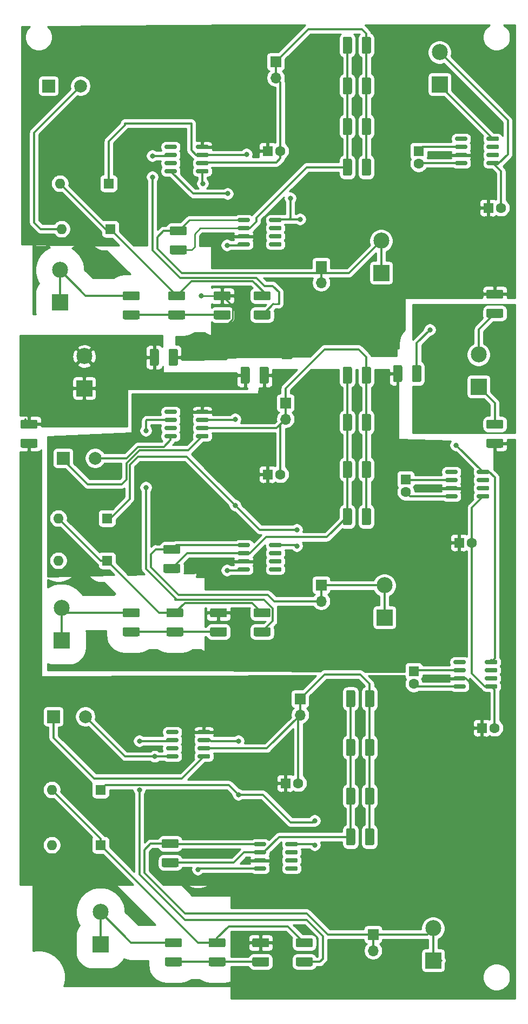
<source format=gtl>
%TF.GenerationSoftware,KiCad,Pcbnew,(5.1.6)-1*%
%TF.CreationDate,2024-03-01T18:25:56-06:00*%
%TF.ProjectId,Loop PCVR,4c6f6f70-2050-4435-9652-2e6b69636164,rev?*%
%TF.SameCoordinates,Original*%
%TF.FileFunction,Copper,L1,Top*%
%TF.FilePolarity,Positive*%
%FSLAX46Y46*%
G04 Gerber Fmt 4.6, Leading zero omitted, Abs format (unit mm)*
G04 Created by KiCad (PCBNEW (5.1.6)-1) date 2024-03-01 18:25:56*
%MOMM*%
%LPD*%
G01*
G04 APERTURE LIST*
%TA.AperFunction,ComponentPad*%
%ADD10R,2.000000X2.000000*%
%TD*%
%TA.AperFunction,ComponentPad*%
%ADD11C,2.000000*%
%TD*%
%TA.AperFunction,ComponentPad*%
%ADD12C,2.500000*%
%TD*%
%TA.AperFunction,ComponentPad*%
%ADD13R,2.500000X2.500000*%
%TD*%
%TA.AperFunction,ComponentPad*%
%ADD14C,1.600000*%
%TD*%
%TA.AperFunction,ComponentPad*%
%ADD15R,1.600000X1.600000*%
%TD*%
%TA.AperFunction,ComponentPad*%
%ADD16O,1.700000X1.700000*%
%TD*%
%TA.AperFunction,ComponentPad*%
%ADD17R,1.700000X1.700000*%
%TD*%
%TA.AperFunction,ComponentPad*%
%ADD18O,1.600000X1.600000*%
%TD*%
%TA.AperFunction,ViaPad*%
%ADD19C,0.800000*%
%TD*%
%TA.AperFunction,Conductor*%
%ADD20C,0.300000*%
%TD*%
%TA.AperFunction,Conductor*%
%ADD21C,0.250000*%
%TD*%
%TA.AperFunction,NonConductor*%
%ADD22C,0.254000*%
%TD*%
%TA.AperFunction,Conductor*%
%ADD23C,0.254000*%
%TD*%
G04 APERTURE END LIST*
D10*
%TO.P,C3,1*%
%TO.N,Net-(C3-Pad1)*%
X31242000Y-121412000D03*
D11*
%TO.P,C3,2*%
%TO.N,VCCQ*%
X36242000Y-121412000D03*
%TD*%
D12*
%TO.P,X9,2*%
%TO.N,GNDA*%
X97790000Y-64850000D03*
D13*
%TO.P,X9,1*%
X97790000Y-69850000D03*
%TD*%
%TO.P,U7,8*%
%TO.N,VCC*%
%TA.AperFunction,SMDPad,CuDef*%
G36*
G01*
X99036000Y-31265000D02*
X99036000Y-30965000D01*
G75*
G02*
X99186000Y-30815000I150000J0D01*
G01*
X100836000Y-30815000D01*
G75*
G02*
X100986000Y-30965000I0J-150000D01*
G01*
X100986000Y-31265000D01*
G75*
G02*
X100836000Y-31415000I-150000J0D01*
G01*
X99186000Y-31415000D01*
G75*
G02*
X99036000Y-31265000I0J150000D01*
G01*
G37*
%TD.AperFunction*%
%TO.P,U7,7*%
%TO.N,N/C*%
%TA.AperFunction,SMDPad,CuDef*%
G36*
G01*
X99036000Y-32535000D02*
X99036000Y-32235000D01*
G75*
G02*
X99186000Y-32085000I150000J0D01*
G01*
X100836000Y-32085000D01*
G75*
G02*
X100986000Y-32235000I0J-150000D01*
G01*
X100986000Y-32535000D01*
G75*
G02*
X100836000Y-32685000I-150000J0D01*
G01*
X99186000Y-32685000D01*
G75*
G02*
X99036000Y-32535000I0J150000D01*
G01*
G37*
%TD.AperFunction*%
%TO.P,U7,6*%
%TA.AperFunction,SMDPad,CuDef*%
G36*
G01*
X99036000Y-33805000D02*
X99036000Y-33505000D01*
G75*
G02*
X99186000Y-33355000I150000J0D01*
G01*
X100836000Y-33355000D01*
G75*
G02*
X100986000Y-33505000I0J-150000D01*
G01*
X100986000Y-33805000D01*
G75*
G02*
X100836000Y-33955000I-150000J0D01*
G01*
X99186000Y-33955000D01*
G75*
G02*
X99036000Y-33805000I0J150000D01*
G01*
G37*
%TD.AperFunction*%
%TO.P,U7,5*%
%TO.N,VCCQ*%
%TA.AperFunction,SMDPad,CuDef*%
G36*
G01*
X99036000Y-35075000D02*
X99036000Y-34775000D01*
G75*
G02*
X99186000Y-34625000I150000J0D01*
G01*
X100836000Y-34625000D01*
G75*
G02*
X100986000Y-34775000I0J-150000D01*
G01*
X100986000Y-35075000D01*
G75*
G02*
X100836000Y-35225000I-150000J0D01*
G01*
X99186000Y-35225000D01*
G75*
G02*
X99036000Y-35075000I0J150000D01*
G01*
G37*
%TD.AperFunction*%
%TO.P,U7,4*%
%TO.N,Net-(C7-Pad2)*%
%TA.AperFunction,SMDPad,CuDef*%
G36*
G01*
X94086000Y-35075000D02*
X94086000Y-34775000D01*
G75*
G02*
X94236000Y-34625000I150000J0D01*
G01*
X95886000Y-34625000D01*
G75*
G02*
X96036000Y-34775000I0J-150000D01*
G01*
X96036000Y-35075000D01*
G75*
G02*
X95886000Y-35225000I-150000J0D01*
G01*
X94236000Y-35225000D01*
G75*
G02*
X94086000Y-35075000I0J150000D01*
G01*
G37*
%TD.AperFunction*%
%TO.P,U7,3*%
%TO.N,GND*%
%TA.AperFunction,SMDPad,CuDef*%
G36*
G01*
X94086000Y-33805000D02*
X94086000Y-33505000D01*
G75*
G02*
X94236000Y-33355000I150000J0D01*
G01*
X95886000Y-33355000D01*
G75*
G02*
X96036000Y-33505000I0J-150000D01*
G01*
X96036000Y-33805000D01*
G75*
G02*
X95886000Y-33955000I-150000J0D01*
G01*
X94236000Y-33955000D01*
G75*
G02*
X94086000Y-33805000I0J150000D01*
G01*
G37*
%TD.AperFunction*%
%TO.P,U7,2*%
%TO.N,Net-(C7-Pad1)*%
%TA.AperFunction,SMDPad,CuDef*%
G36*
G01*
X94086000Y-32535000D02*
X94086000Y-32235000D01*
G75*
G02*
X94236000Y-32085000I150000J0D01*
G01*
X95886000Y-32085000D01*
G75*
G02*
X96036000Y-32235000I0J-150000D01*
G01*
X96036000Y-32535000D01*
G75*
G02*
X95886000Y-32685000I-150000J0D01*
G01*
X94236000Y-32685000D01*
G75*
G02*
X94086000Y-32535000I0J150000D01*
G01*
G37*
%TD.AperFunction*%
%TO.P,U7,1*%
%TO.N,N/C*%
%TA.AperFunction,SMDPad,CuDef*%
G36*
G01*
X94086000Y-31265000D02*
X94086000Y-30965000D01*
G75*
G02*
X94236000Y-30815000I150000J0D01*
G01*
X95886000Y-30815000D01*
G75*
G02*
X96036000Y-30965000I0J-150000D01*
G01*
X96036000Y-31265000D01*
G75*
G02*
X95886000Y-31415000I-150000J0D01*
G01*
X94236000Y-31415000D01*
G75*
G02*
X94086000Y-31265000I0J150000D01*
G01*
G37*
%TD.AperFunction*%
%TD*%
D12*
%TO.P,X8,2*%
%TO.N,GNDPWR*%
X36068000Y-65104000D03*
D13*
%TO.P,X8,1*%
X36068000Y-70104000D03*
%TD*%
%TO.P,U9,8*%
%TO.N,VCC*%
%TA.AperFunction,SMDPad,CuDef*%
G36*
G01*
X98782000Y-113053000D02*
X98782000Y-112753000D01*
G75*
G02*
X98932000Y-112603000I150000J0D01*
G01*
X100582000Y-112603000D01*
G75*
G02*
X100732000Y-112753000I0J-150000D01*
G01*
X100732000Y-113053000D01*
G75*
G02*
X100582000Y-113203000I-150000J0D01*
G01*
X98932000Y-113203000D01*
G75*
G02*
X98782000Y-113053000I0J150000D01*
G01*
G37*
%TD.AperFunction*%
%TO.P,U9,7*%
%TO.N,N/C*%
%TA.AperFunction,SMDPad,CuDef*%
G36*
G01*
X98782000Y-114323000D02*
X98782000Y-114023000D01*
G75*
G02*
X98932000Y-113873000I150000J0D01*
G01*
X100582000Y-113873000D01*
G75*
G02*
X100732000Y-114023000I0J-150000D01*
G01*
X100732000Y-114323000D01*
G75*
G02*
X100582000Y-114473000I-150000J0D01*
G01*
X98932000Y-114473000D01*
G75*
G02*
X98782000Y-114323000I0J150000D01*
G01*
G37*
%TD.AperFunction*%
%TO.P,U9,6*%
%TA.AperFunction,SMDPad,CuDef*%
G36*
G01*
X98782000Y-115593000D02*
X98782000Y-115293000D01*
G75*
G02*
X98932000Y-115143000I150000J0D01*
G01*
X100582000Y-115143000D01*
G75*
G02*
X100732000Y-115293000I0J-150000D01*
G01*
X100732000Y-115593000D01*
G75*
G02*
X100582000Y-115743000I-150000J0D01*
G01*
X98932000Y-115743000D01*
G75*
G02*
X98782000Y-115593000I0J150000D01*
G01*
G37*
%TD.AperFunction*%
%TO.P,U9,5*%
%TO.N,VCCQ*%
%TA.AperFunction,SMDPad,CuDef*%
G36*
G01*
X98782000Y-116863000D02*
X98782000Y-116563000D01*
G75*
G02*
X98932000Y-116413000I150000J0D01*
G01*
X100582000Y-116413000D01*
G75*
G02*
X100732000Y-116563000I0J-150000D01*
G01*
X100732000Y-116863000D01*
G75*
G02*
X100582000Y-117013000I-150000J0D01*
G01*
X98932000Y-117013000D01*
G75*
G02*
X98782000Y-116863000I0J150000D01*
G01*
G37*
%TD.AperFunction*%
%TO.P,U9,4*%
%TO.N,Net-(C11-Pad2)*%
%TA.AperFunction,SMDPad,CuDef*%
G36*
G01*
X93832000Y-116863000D02*
X93832000Y-116563000D01*
G75*
G02*
X93982000Y-116413000I150000J0D01*
G01*
X95632000Y-116413000D01*
G75*
G02*
X95782000Y-116563000I0J-150000D01*
G01*
X95782000Y-116863000D01*
G75*
G02*
X95632000Y-117013000I-150000J0D01*
G01*
X93982000Y-117013000D01*
G75*
G02*
X93832000Y-116863000I0J150000D01*
G01*
G37*
%TD.AperFunction*%
%TO.P,U9,3*%
%TO.N,GND3*%
%TA.AperFunction,SMDPad,CuDef*%
G36*
G01*
X93832000Y-115593000D02*
X93832000Y-115293000D01*
G75*
G02*
X93982000Y-115143000I150000J0D01*
G01*
X95632000Y-115143000D01*
G75*
G02*
X95782000Y-115293000I0J-150000D01*
G01*
X95782000Y-115593000D01*
G75*
G02*
X95632000Y-115743000I-150000J0D01*
G01*
X93982000Y-115743000D01*
G75*
G02*
X93832000Y-115593000I0J150000D01*
G01*
G37*
%TD.AperFunction*%
%TO.P,U9,2*%
%TO.N,Net-(C11-Pad1)*%
%TA.AperFunction,SMDPad,CuDef*%
G36*
G01*
X93832000Y-114323000D02*
X93832000Y-114023000D01*
G75*
G02*
X93982000Y-113873000I150000J0D01*
G01*
X95632000Y-113873000D01*
G75*
G02*
X95782000Y-114023000I0J-150000D01*
G01*
X95782000Y-114323000D01*
G75*
G02*
X95632000Y-114473000I-150000J0D01*
G01*
X93982000Y-114473000D01*
G75*
G02*
X93832000Y-114323000I0J150000D01*
G01*
G37*
%TD.AperFunction*%
%TO.P,U9,1*%
%TO.N,N/C*%
%TA.AperFunction,SMDPad,CuDef*%
G36*
G01*
X93832000Y-113053000D02*
X93832000Y-112753000D01*
G75*
G02*
X93982000Y-112603000I150000J0D01*
G01*
X95632000Y-112603000D01*
G75*
G02*
X95782000Y-112753000I0J-150000D01*
G01*
X95782000Y-113053000D01*
G75*
G02*
X95632000Y-113203000I-150000J0D01*
G01*
X93982000Y-113203000D01*
G75*
G02*
X93832000Y-113053000I0J150000D01*
G01*
G37*
%TD.AperFunction*%
%TD*%
%TO.P,U8,8*%
%TO.N,VCC*%
%TA.AperFunction,SMDPad,CuDef*%
G36*
G01*
X97512000Y-83335000D02*
X97512000Y-83035000D01*
G75*
G02*
X97662000Y-82885000I150000J0D01*
G01*
X99312000Y-82885000D01*
G75*
G02*
X99462000Y-83035000I0J-150000D01*
G01*
X99462000Y-83335000D01*
G75*
G02*
X99312000Y-83485000I-150000J0D01*
G01*
X97662000Y-83485000D01*
G75*
G02*
X97512000Y-83335000I0J150000D01*
G01*
G37*
%TD.AperFunction*%
%TO.P,U8,7*%
%TO.N,N/C*%
%TA.AperFunction,SMDPad,CuDef*%
G36*
G01*
X97512000Y-84605000D02*
X97512000Y-84305000D01*
G75*
G02*
X97662000Y-84155000I150000J0D01*
G01*
X99312000Y-84155000D01*
G75*
G02*
X99462000Y-84305000I0J-150000D01*
G01*
X99462000Y-84605000D01*
G75*
G02*
X99312000Y-84755000I-150000J0D01*
G01*
X97662000Y-84755000D01*
G75*
G02*
X97512000Y-84605000I0J150000D01*
G01*
G37*
%TD.AperFunction*%
%TO.P,U8,6*%
%TA.AperFunction,SMDPad,CuDef*%
G36*
G01*
X97512000Y-85875000D02*
X97512000Y-85575000D01*
G75*
G02*
X97662000Y-85425000I150000J0D01*
G01*
X99312000Y-85425000D01*
G75*
G02*
X99462000Y-85575000I0J-150000D01*
G01*
X99462000Y-85875000D01*
G75*
G02*
X99312000Y-86025000I-150000J0D01*
G01*
X97662000Y-86025000D01*
G75*
G02*
X97512000Y-85875000I0J150000D01*
G01*
G37*
%TD.AperFunction*%
%TO.P,U8,5*%
%TO.N,VCCQ*%
%TA.AperFunction,SMDPad,CuDef*%
G36*
G01*
X97512000Y-87145000D02*
X97512000Y-86845000D01*
G75*
G02*
X97662000Y-86695000I150000J0D01*
G01*
X99312000Y-86695000D01*
G75*
G02*
X99462000Y-86845000I0J-150000D01*
G01*
X99462000Y-87145000D01*
G75*
G02*
X99312000Y-87295000I-150000J0D01*
G01*
X97662000Y-87295000D01*
G75*
G02*
X97512000Y-87145000I0J150000D01*
G01*
G37*
%TD.AperFunction*%
%TO.P,U8,4*%
%TO.N,Net-(C9-Pad2)*%
%TA.AperFunction,SMDPad,CuDef*%
G36*
G01*
X92562000Y-87145000D02*
X92562000Y-86845000D01*
G75*
G02*
X92712000Y-86695000I150000J0D01*
G01*
X94362000Y-86695000D01*
G75*
G02*
X94512000Y-86845000I0J-150000D01*
G01*
X94512000Y-87145000D01*
G75*
G02*
X94362000Y-87295000I-150000J0D01*
G01*
X92712000Y-87295000D01*
G75*
G02*
X92562000Y-87145000I0J150000D01*
G01*
G37*
%TD.AperFunction*%
%TO.P,U8,3*%
%TO.N,GND2*%
%TA.AperFunction,SMDPad,CuDef*%
G36*
G01*
X92562000Y-85875000D02*
X92562000Y-85575000D01*
G75*
G02*
X92712000Y-85425000I150000J0D01*
G01*
X94362000Y-85425000D01*
G75*
G02*
X94512000Y-85575000I0J-150000D01*
G01*
X94512000Y-85875000D01*
G75*
G02*
X94362000Y-86025000I-150000J0D01*
G01*
X92712000Y-86025000D01*
G75*
G02*
X92562000Y-85875000I0J150000D01*
G01*
G37*
%TD.AperFunction*%
%TO.P,U8,2*%
%TO.N,Net-(C9-Pad1)*%
%TA.AperFunction,SMDPad,CuDef*%
G36*
G01*
X92562000Y-84605000D02*
X92562000Y-84305000D01*
G75*
G02*
X92712000Y-84155000I150000J0D01*
G01*
X94362000Y-84155000D01*
G75*
G02*
X94512000Y-84305000I0J-150000D01*
G01*
X94512000Y-84605000D01*
G75*
G02*
X94362000Y-84755000I-150000J0D01*
G01*
X92712000Y-84755000D01*
G75*
G02*
X92562000Y-84605000I0J150000D01*
G01*
G37*
%TD.AperFunction*%
%TO.P,U8,1*%
%TO.N,N/C*%
%TA.AperFunction,SMDPad,CuDef*%
G36*
G01*
X92562000Y-83335000D02*
X92562000Y-83035000D01*
G75*
G02*
X92712000Y-82885000I150000J0D01*
G01*
X94362000Y-82885000D01*
G75*
G02*
X94512000Y-83035000I0J-150000D01*
G01*
X94512000Y-83335000D01*
G75*
G02*
X94362000Y-83485000I-150000J0D01*
G01*
X92712000Y-83485000D01*
G75*
G02*
X92562000Y-83335000I0J150000D01*
G01*
G37*
%TD.AperFunction*%
%TD*%
%TO.P,R33,2*%
%TO.N,GND3*%
%TA.AperFunction,SMDPad,CuDef*%
G36*
G01*
X99255000Y-77991000D02*
X101405000Y-77991000D01*
G75*
G02*
X101655000Y-78241000I0J-250000D01*
G01*
X101655000Y-79166000D01*
G75*
G02*
X101405000Y-79416000I-250000J0D01*
G01*
X99255000Y-79416000D01*
G75*
G02*
X99005000Y-79166000I0J250000D01*
G01*
X99005000Y-78241000D01*
G75*
G02*
X99255000Y-77991000I250000J0D01*
G01*
G37*
%TD.AperFunction*%
%TO.P,R33,1*%
%TO.N,GNDA*%
%TA.AperFunction,SMDPad,CuDef*%
G36*
G01*
X99255000Y-75016000D02*
X101405000Y-75016000D01*
G75*
G02*
X101655000Y-75266000I0J-250000D01*
G01*
X101655000Y-76191000D01*
G75*
G02*
X101405000Y-76441000I-250000J0D01*
G01*
X99255000Y-76441000D01*
G75*
G02*
X99005000Y-76191000I0J250000D01*
G01*
X99005000Y-75266000D01*
G75*
G02*
X99255000Y-75016000I250000J0D01*
G01*
G37*
%TD.AperFunction*%
%TD*%
%TO.P,R32,2*%
%TO.N,GND2*%
%TA.AperFunction,SMDPad,CuDef*%
G36*
G01*
X85839000Y-66743000D02*
X85839000Y-68893000D01*
G75*
G02*
X85589000Y-69143000I-250000J0D01*
G01*
X84664000Y-69143000D01*
G75*
G02*
X84414000Y-68893000I0J250000D01*
G01*
X84414000Y-66743000D01*
G75*
G02*
X84664000Y-66493000I250000J0D01*
G01*
X85589000Y-66493000D01*
G75*
G02*
X85839000Y-66743000I0J-250000D01*
G01*
G37*
%TD.AperFunction*%
%TO.P,R32,1*%
%TO.N,GNDA*%
%TA.AperFunction,SMDPad,CuDef*%
G36*
G01*
X88814000Y-66743000D02*
X88814000Y-68893000D01*
G75*
G02*
X88564000Y-69143000I-250000J0D01*
G01*
X87639000Y-69143000D01*
G75*
G02*
X87389000Y-68893000I0J250000D01*
G01*
X87389000Y-66743000D01*
G75*
G02*
X87639000Y-66493000I250000J0D01*
G01*
X88564000Y-66493000D01*
G75*
G02*
X88814000Y-66743000I0J-250000D01*
G01*
G37*
%TD.AperFunction*%
%TD*%
%TO.P,R31,2*%
%TO.N,GND*%
%TA.AperFunction,SMDPad,CuDef*%
G36*
G01*
X101405000Y-56121000D02*
X99255000Y-56121000D01*
G75*
G02*
X99005000Y-55871000I0J250000D01*
G01*
X99005000Y-54946000D01*
G75*
G02*
X99255000Y-54696000I250000J0D01*
G01*
X101405000Y-54696000D01*
G75*
G02*
X101655000Y-54946000I0J-250000D01*
G01*
X101655000Y-55871000D01*
G75*
G02*
X101405000Y-56121000I-250000J0D01*
G01*
G37*
%TD.AperFunction*%
%TO.P,R31,1*%
%TO.N,GNDA*%
%TA.AperFunction,SMDPad,CuDef*%
G36*
G01*
X101405000Y-59096000D02*
X99255000Y-59096000D01*
G75*
G02*
X99005000Y-58846000I0J250000D01*
G01*
X99005000Y-57921000D01*
G75*
G02*
X99255000Y-57671000I250000J0D01*
G01*
X101405000Y-57671000D01*
G75*
G02*
X101655000Y-57921000I0J-250000D01*
G01*
X101655000Y-58846000D01*
G75*
G02*
X101405000Y-59096000I-250000J0D01*
G01*
G37*
%TD.AperFunction*%
%TD*%
D14*
%TO.P,C12,2*%
%TO.N,VCCQ*%
X100298000Y-123190000D03*
D15*
%TO.P,C12,1*%
%TO.N,GND3*%
X98298000Y-123190000D03*
%TD*%
D14*
%TO.P,C11,2*%
%TO.N,Net-(C11-Pad2)*%
X87630000Y-116300000D03*
D15*
%TO.P,C11,1*%
%TO.N,Net-(C11-Pad1)*%
X87630000Y-114300000D03*
%TD*%
D14*
%TO.P,C10,2*%
%TO.N,VCCQ*%
X96742000Y-94234000D03*
D15*
%TO.P,C10,1*%
%TO.N,GND2*%
X94742000Y-94234000D03*
%TD*%
D14*
%TO.P,C9,2*%
%TO.N,Net-(C9-Pad2)*%
X86360000Y-86328000D03*
D15*
%TO.P,C9,1*%
%TO.N,Net-(C9-Pad1)*%
X86360000Y-84328000D03*
%TD*%
D12*
%TO.P,X6,2*%
%TO.N,Net-(J8-Pad1)*%
X90678000Y-154512000D03*
D13*
%TO.P,X6,1*%
X90678000Y-159512000D03*
%TD*%
D12*
%TO.P,X5,2*%
%TO.N,Net-(J6-Pad1)*%
X83058000Y-100918000D03*
D13*
%TO.P,X5,1*%
X83058000Y-105918000D03*
%TD*%
D16*
%TO.P,J8,2*%
%TO.N,Net-(J8-Pad1)*%
X81280000Y-157988000D03*
D17*
%TO.P,J8,1*%
X81280000Y-155448000D03*
%TD*%
D16*
%TO.P,J7,2*%
%TO.N,Net-(C6-Pad2)*%
X69850000Y-121158000D03*
D17*
%TO.P,J7,1*%
X69850000Y-118618000D03*
%TD*%
D16*
%TO.P,J6,2*%
%TO.N,Net-(J6-Pad1)*%
X73152000Y-103378000D03*
D17*
%TO.P,J6,1*%
X73152000Y-100838000D03*
%TD*%
%TO.P,U6,8*%
%TO.N,VCC*%
%TA.AperFunction,SMDPad,CuDef*%
G36*
G01*
X67540000Y-141501000D02*
X67540000Y-141201000D01*
G75*
G02*
X67690000Y-141051000I150000J0D01*
G01*
X69340000Y-141051000D01*
G75*
G02*
X69490000Y-141201000I0J-150000D01*
G01*
X69490000Y-141501000D01*
G75*
G02*
X69340000Y-141651000I-150000J0D01*
G01*
X67690000Y-141651000D01*
G75*
G02*
X67540000Y-141501000I0J150000D01*
G01*
G37*
%TD.AperFunction*%
%TO.P,U6,7*%
%TO.N,N/C*%
%TA.AperFunction,SMDPad,CuDef*%
G36*
G01*
X67540000Y-142771000D02*
X67540000Y-142471000D01*
G75*
G02*
X67690000Y-142321000I150000J0D01*
G01*
X69340000Y-142321000D01*
G75*
G02*
X69490000Y-142471000I0J-150000D01*
G01*
X69490000Y-142771000D01*
G75*
G02*
X69340000Y-142921000I-150000J0D01*
G01*
X67690000Y-142921000D01*
G75*
G02*
X67540000Y-142771000I0J150000D01*
G01*
G37*
%TD.AperFunction*%
%TO.P,U6,6*%
%TA.AperFunction,SMDPad,CuDef*%
G36*
G01*
X67540000Y-144041000D02*
X67540000Y-143741000D01*
G75*
G02*
X67690000Y-143591000I150000J0D01*
G01*
X69340000Y-143591000D01*
G75*
G02*
X69490000Y-143741000I0J-150000D01*
G01*
X69490000Y-144041000D01*
G75*
G02*
X69340000Y-144191000I-150000J0D01*
G01*
X67690000Y-144191000D01*
G75*
G02*
X67540000Y-144041000I0J150000D01*
G01*
G37*
%TD.AperFunction*%
%TO.P,U6,5*%
%TA.AperFunction,SMDPad,CuDef*%
G36*
G01*
X67540000Y-145311000D02*
X67540000Y-145011000D01*
G75*
G02*
X67690000Y-144861000I150000J0D01*
G01*
X69340000Y-144861000D01*
G75*
G02*
X69490000Y-145011000I0J-150000D01*
G01*
X69490000Y-145311000D01*
G75*
G02*
X69340000Y-145461000I-150000J0D01*
G01*
X67690000Y-145461000D01*
G75*
G02*
X67540000Y-145311000I0J150000D01*
G01*
G37*
%TD.AperFunction*%
%TO.P,U6,4*%
%TO.N,VCCQ*%
%TA.AperFunction,SMDPad,CuDef*%
G36*
G01*
X62590000Y-145311000D02*
X62590000Y-145011000D01*
G75*
G02*
X62740000Y-144861000I150000J0D01*
G01*
X64390000Y-144861000D01*
G75*
G02*
X64540000Y-145011000I0J-150000D01*
G01*
X64540000Y-145311000D01*
G75*
G02*
X64390000Y-145461000I-150000J0D01*
G01*
X62740000Y-145461000D01*
G75*
G02*
X62590000Y-145311000I0J150000D01*
G01*
G37*
%TD.AperFunction*%
%TO.P,U6,3*%
%TO.N,GND3*%
%TA.AperFunction,SMDPad,CuDef*%
G36*
G01*
X62590000Y-144041000D02*
X62590000Y-143741000D01*
G75*
G02*
X62740000Y-143591000I150000J0D01*
G01*
X64390000Y-143591000D01*
G75*
G02*
X64540000Y-143741000I0J-150000D01*
G01*
X64540000Y-144041000D01*
G75*
G02*
X64390000Y-144191000I-150000J0D01*
G01*
X62740000Y-144191000D01*
G75*
G02*
X62590000Y-144041000I0J150000D01*
G01*
G37*
%TD.AperFunction*%
%TO.P,U6,2*%
%TO.N,Net-(R15-Pad2)*%
%TA.AperFunction,SMDPad,CuDef*%
G36*
G01*
X62590000Y-142771000D02*
X62590000Y-142471000D01*
G75*
G02*
X62740000Y-142321000I150000J0D01*
G01*
X64390000Y-142321000D01*
G75*
G02*
X64540000Y-142471000I0J-150000D01*
G01*
X64540000Y-142771000D01*
G75*
G02*
X64390000Y-142921000I-150000J0D01*
G01*
X62740000Y-142921000D01*
G75*
G02*
X62590000Y-142771000I0J150000D01*
G01*
G37*
%TD.AperFunction*%
%TO.P,U6,1*%
%TO.N,Net-(J8-Pad1)*%
%TA.AperFunction,SMDPad,CuDef*%
G36*
G01*
X62590000Y-141501000D02*
X62590000Y-141201000D01*
G75*
G02*
X62740000Y-141051000I150000J0D01*
G01*
X64390000Y-141051000D01*
G75*
G02*
X64540000Y-141201000I0J-150000D01*
G01*
X64540000Y-141501000D01*
G75*
G02*
X64390000Y-141651000I-150000J0D01*
G01*
X62740000Y-141651000D01*
G75*
G02*
X62590000Y-141501000I0J150000D01*
G01*
G37*
%TD.AperFunction*%
%TD*%
%TO.P,U5,8*%
%TO.N,VCC*%
%TA.AperFunction,SMDPad,CuDef*%
G36*
G01*
X65000000Y-94765000D02*
X65000000Y-94465000D01*
G75*
G02*
X65150000Y-94315000I150000J0D01*
G01*
X66800000Y-94315000D01*
G75*
G02*
X66950000Y-94465000I0J-150000D01*
G01*
X66950000Y-94765000D01*
G75*
G02*
X66800000Y-94915000I-150000J0D01*
G01*
X65150000Y-94915000D01*
G75*
G02*
X65000000Y-94765000I0J150000D01*
G01*
G37*
%TD.AperFunction*%
%TO.P,U5,7*%
%TO.N,N/C*%
%TA.AperFunction,SMDPad,CuDef*%
G36*
G01*
X65000000Y-96035000D02*
X65000000Y-95735000D01*
G75*
G02*
X65150000Y-95585000I150000J0D01*
G01*
X66800000Y-95585000D01*
G75*
G02*
X66950000Y-95735000I0J-150000D01*
G01*
X66950000Y-96035000D01*
G75*
G02*
X66800000Y-96185000I-150000J0D01*
G01*
X65150000Y-96185000D01*
G75*
G02*
X65000000Y-96035000I0J150000D01*
G01*
G37*
%TD.AperFunction*%
%TO.P,U5,6*%
%TA.AperFunction,SMDPad,CuDef*%
G36*
G01*
X65000000Y-97305000D02*
X65000000Y-97005000D01*
G75*
G02*
X65150000Y-96855000I150000J0D01*
G01*
X66800000Y-96855000D01*
G75*
G02*
X66950000Y-97005000I0J-150000D01*
G01*
X66950000Y-97305000D01*
G75*
G02*
X66800000Y-97455000I-150000J0D01*
G01*
X65150000Y-97455000D01*
G75*
G02*
X65000000Y-97305000I0J150000D01*
G01*
G37*
%TD.AperFunction*%
%TO.P,U5,5*%
%TA.AperFunction,SMDPad,CuDef*%
G36*
G01*
X65000000Y-98575000D02*
X65000000Y-98275000D01*
G75*
G02*
X65150000Y-98125000I150000J0D01*
G01*
X66800000Y-98125000D01*
G75*
G02*
X66950000Y-98275000I0J-150000D01*
G01*
X66950000Y-98575000D01*
G75*
G02*
X66800000Y-98725000I-150000J0D01*
G01*
X65150000Y-98725000D01*
G75*
G02*
X65000000Y-98575000I0J150000D01*
G01*
G37*
%TD.AperFunction*%
%TO.P,U5,4*%
%TO.N,VCCQ*%
%TA.AperFunction,SMDPad,CuDef*%
G36*
G01*
X60050000Y-98575000D02*
X60050000Y-98275000D01*
G75*
G02*
X60200000Y-98125000I150000J0D01*
G01*
X61850000Y-98125000D01*
G75*
G02*
X62000000Y-98275000I0J-150000D01*
G01*
X62000000Y-98575000D01*
G75*
G02*
X61850000Y-98725000I-150000J0D01*
G01*
X60200000Y-98725000D01*
G75*
G02*
X60050000Y-98575000I0J150000D01*
G01*
G37*
%TD.AperFunction*%
%TO.P,U5,3*%
%TO.N,GND2*%
%TA.AperFunction,SMDPad,CuDef*%
G36*
G01*
X60050000Y-97305000D02*
X60050000Y-97005000D01*
G75*
G02*
X60200000Y-96855000I150000J0D01*
G01*
X61850000Y-96855000D01*
G75*
G02*
X62000000Y-97005000I0J-150000D01*
G01*
X62000000Y-97305000D01*
G75*
G02*
X61850000Y-97455000I-150000J0D01*
G01*
X60200000Y-97455000D01*
G75*
G02*
X60050000Y-97305000I0J150000D01*
G01*
G37*
%TD.AperFunction*%
%TO.P,U5,2*%
%TO.N,Net-(R14-Pad2)*%
%TA.AperFunction,SMDPad,CuDef*%
G36*
G01*
X60050000Y-96035000D02*
X60050000Y-95735000D01*
G75*
G02*
X60200000Y-95585000I150000J0D01*
G01*
X61850000Y-95585000D01*
G75*
G02*
X62000000Y-95735000I0J-150000D01*
G01*
X62000000Y-96035000D01*
G75*
G02*
X61850000Y-96185000I-150000J0D01*
G01*
X60200000Y-96185000D01*
G75*
G02*
X60050000Y-96035000I0J150000D01*
G01*
G37*
%TD.AperFunction*%
%TO.P,U5,1*%
%TO.N,Net-(J6-Pad1)*%
%TA.AperFunction,SMDPad,CuDef*%
G36*
G01*
X60050000Y-94765000D02*
X60050000Y-94465000D01*
G75*
G02*
X60200000Y-94315000I150000J0D01*
G01*
X61850000Y-94315000D01*
G75*
G02*
X62000000Y-94465000I0J-150000D01*
G01*
X62000000Y-94765000D01*
G75*
G02*
X61850000Y-94915000I-150000J0D01*
G01*
X60200000Y-94915000D01*
G75*
G02*
X60050000Y-94765000I0J150000D01*
G01*
G37*
%TD.AperFunction*%
%TD*%
%TO.P,U4,8*%
%TO.N,VCC*%
%TA.AperFunction,SMDPad,CuDef*%
G36*
G01*
X65000000Y-43965000D02*
X65000000Y-43665000D01*
G75*
G02*
X65150000Y-43515000I150000J0D01*
G01*
X66800000Y-43515000D01*
G75*
G02*
X66950000Y-43665000I0J-150000D01*
G01*
X66950000Y-43965000D01*
G75*
G02*
X66800000Y-44115000I-150000J0D01*
G01*
X65150000Y-44115000D01*
G75*
G02*
X65000000Y-43965000I0J150000D01*
G01*
G37*
%TD.AperFunction*%
%TO.P,U4,7*%
%TO.N,N/C*%
%TA.AperFunction,SMDPad,CuDef*%
G36*
G01*
X65000000Y-45235000D02*
X65000000Y-44935000D01*
G75*
G02*
X65150000Y-44785000I150000J0D01*
G01*
X66800000Y-44785000D01*
G75*
G02*
X66950000Y-44935000I0J-150000D01*
G01*
X66950000Y-45235000D01*
G75*
G02*
X66800000Y-45385000I-150000J0D01*
G01*
X65150000Y-45385000D01*
G75*
G02*
X65000000Y-45235000I0J150000D01*
G01*
G37*
%TD.AperFunction*%
%TO.P,U4,6*%
%TA.AperFunction,SMDPad,CuDef*%
G36*
G01*
X65000000Y-46505000D02*
X65000000Y-46205000D01*
G75*
G02*
X65150000Y-46055000I150000J0D01*
G01*
X66800000Y-46055000D01*
G75*
G02*
X66950000Y-46205000I0J-150000D01*
G01*
X66950000Y-46505000D01*
G75*
G02*
X66800000Y-46655000I-150000J0D01*
G01*
X65150000Y-46655000D01*
G75*
G02*
X65000000Y-46505000I0J150000D01*
G01*
G37*
%TD.AperFunction*%
%TO.P,U4,5*%
%TA.AperFunction,SMDPad,CuDef*%
G36*
G01*
X65000000Y-47775000D02*
X65000000Y-47475000D01*
G75*
G02*
X65150000Y-47325000I150000J0D01*
G01*
X66800000Y-47325000D01*
G75*
G02*
X66950000Y-47475000I0J-150000D01*
G01*
X66950000Y-47775000D01*
G75*
G02*
X66800000Y-47925000I-150000J0D01*
G01*
X65150000Y-47925000D01*
G75*
G02*
X65000000Y-47775000I0J150000D01*
G01*
G37*
%TD.AperFunction*%
%TO.P,U4,4*%
%TO.N,VCCQ*%
%TA.AperFunction,SMDPad,CuDef*%
G36*
G01*
X60050000Y-47775000D02*
X60050000Y-47475000D01*
G75*
G02*
X60200000Y-47325000I150000J0D01*
G01*
X61850000Y-47325000D01*
G75*
G02*
X62000000Y-47475000I0J-150000D01*
G01*
X62000000Y-47775000D01*
G75*
G02*
X61850000Y-47925000I-150000J0D01*
G01*
X60200000Y-47925000D01*
G75*
G02*
X60050000Y-47775000I0J150000D01*
G01*
G37*
%TD.AperFunction*%
%TO.P,U4,3*%
%TO.N,GND*%
%TA.AperFunction,SMDPad,CuDef*%
G36*
G01*
X60050000Y-46505000D02*
X60050000Y-46205000D01*
G75*
G02*
X60200000Y-46055000I150000J0D01*
G01*
X61850000Y-46055000D01*
G75*
G02*
X62000000Y-46205000I0J-150000D01*
G01*
X62000000Y-46505000D01*
G75*
G02*
X61850000Y-46655000I-150000J0D01*
G01*
X60200000Y-46655000D01*
G75*
G02*
X60050000Y-46505000I0J150000D01*
G01*
G37*
%TD.AperFunction*%
%TO.P,U4,2*%
%TO.N,Net-(R13-Pad2)*%
%TA.AperFunction,SMDPad,CuDef*%
G36*
G01*
X60050000Y-45235000D02*
X60050000Y-44935000D01*
G75*
G02*
X60200000Y-44785000I150000J0D01*
G01*
X61850000Y-44785000D01*
G75*
G02*
X62000000Y-44935000I0J-150000D01*
G01*
X62000000Y-45235000D01*
G75*
G02*
X61850000Y-45385000I-150000J0D01*
G01*
X60200000Y-45385000D01*
G75*
G02*
X60050000Y-45235000I0J150000D01*
G01*
G37*
%TD.AperFunction*%
%TO.P,U4,1*%
%TO.N,Net-(J4-Pad1)*%
%TA.AperFunction,SMDPad,CuDef*%
G36*
G01*
X60050000Y-43965000D02*
X60050000Y-43665000D01*
G75*
G02*
X60200000Y-43515000I150000J0D01*
G01*
X61850000Y-43515000D01*
G75*
G02*
X62000000Y-43665000I0J-150000D01*
G01*
X62000000Y-43965000D01*
G75*
G02*
X61850000Y-44115000I-150000J0D01*
G01*
X60200000Y-44115000D01*
G75*
G02*
X60050000Y-43965000I0J150000D01*
G01*
G37*
%TD.AperFunction*%
%TD*%
%TO.P,U3,8*%
%TO.N,GND3*%
%TA.AperFunction,SMDPad,CuDef*%
G36*
G01*
X53824000Y-123975000D02*
X53824000Y-123675000D01*
G75*
G02*
X53974000Y-123525000I150000J0D01*
G01*
X55624000Y-123525000D01*
G75*
G02*
X55774000Y-123675000I0J-150000D01*
G01*
X55774000Y-123975000D01*
G75*
G02*
X55624000Y-124125000I-150000J0D01*
G01*
X53974000Y-124125000D01*
G75*
G02*
X53824000Y-123975000I0J150000D01*
G01*
G37*
%TD.AperFunction*%
%TO.P,U3,7*%
%TO.N,VCC*%
%TA.AperFunction,SMDPad,CuDef*%
G36*
G01*
X53824000Y-125245000D02*
X53824000Y-124945000D01*
G75*
G02*
X53974000Y-124795000I150000J0D01*
G01*
X55624000Y-124795000D01*
G75*
G02*
X55774000Y-124945000I0J-150000D01*
G01*
X55774000Y-125245000D01*
G75*
G02*
X55624000Y-125395000I-150000J0D01*
G01*
X53974000Y-125395000D01*
G75*
G02*
X53824000Y-125245000I0J150000D01*
G01*
G37*
%TD.AperFunction*%
%TO.P,U3,6*%
%TO.N,Net-(C6-Pad2)*%
%TA.AperFunction,SMDPad,CuDef*%
G36*
G01*
X53824000Y-126515000D02*
X53824000Y-126215000D01*
G75*
G02*
X53974000Y-126065000I150000J0D01*
G01*
X55624000Y-126065000D01*
G75*
G02*
X55774000Y-126215000I0J-150000D01*
G01*
X55774000Y-126515000D01*
G75*
G02*
X55624000Y-126665000I-150000J0D01*
G01*
X53974000Y-126665000D01*
G75*
G02*
X53824000Y-126515000I0J150000D01*
G01*
G37*
%TD.AperFunction*%
%TO.P,U3,5*%
%TO.N,Net-(C3-Pad1)*%
%TA.AperFunction,SMDPad,CuDef*%
G36*
G01*
X53824000Y-127785000D02*
X53824000Y-127485000D01*
G75*
G02*
X53974000Y-127335000I150000J0D01*
G01*
X55624000Y-127335000D01*
G75*
G02*
X55774000Y-127485000I0J-150000D01*
G01*
X55774000Y-127785000D01*
G75*
G02*
X55624000Y-127935000I-150000J0D01*
G01*
X53974000Y-127935000D01*
G75*
G02*
X53824000Y-127785000I0J150000D01*
G01*
G37*
%TD.AperFunction*%
%TO.P,U3,4*%
%TO.N,VCCQ*%
%TA.AperFunction,SMDPad,CuDef*%
G36*
G01*
X48874000Y-127785000D02*
X48874000Y-127485000D01*
G75*
G02*
X49024000Y-127335000I150000J0D01*
G01*
X50674000Y-127335000D01*
G75*
G02*
X50824000Y-127485000I0J-150000D01*
G01*
X50824000Y-127785000D01*
G75*
G02*
X50674000Y-127935000I-150000J0D01*
G01*
X49024000Y-127935000D01*
G75*
G02*
X48874000Y-127785000I0J150000D01*
G01*
G37*
%TD.AperFunction*%
%TO.P,U3,3*%
%TO.N,N/C*%
%TA.AperFunction,SMDPad,CuDef*%
G36*
G01*
X48874000Y-126515000D02*
X48874000Y-126215000D01*
G75*
G02*
X49024000Y-126065000I150000J0D01*
G01*
X50674000Y-126065000D01*
G75*
G02*
X50824000Y-126215000I0J-150000D01*
G01*
X50824000Y-126515000D01*
G75*
G02*
X50674000Y-126665000I-150000J0D01*
G01*
X49024000Y-126665000D01*
G75*
G02*
X48874000Y-126515000I0J150000D01*
G01*
G37*
%TD.AperFunction*%
%TO.P,U3,2*%
%TO.N,Net-(R12-Pad2)*%
%TA.AperFunction,SMDPad,CuDef*%
G36*
G01*
X48874000Y-125245000D02*
X48874000Y-124945000D01*
G75*
G02*
X49024000Y-124795000I150000J0D01*
G01*
X50674000Y-124795000D01*
G75*
G02*
X50824000Y-124945000I0J-150000D01*
G01*
X50824000Y-125245000D01*
G75*
G02*
X50674000Y-125395000I-150000J0D01*
G01*
X49024000Y-125395000D01*
G75*
G02*
X48874000Y-125245000I0J150000D01*
G01*
G37*
%TD.AperFunction*%
%TO.P,U3,1*%
%TO.N,N/C*%
%TA.AperFunction,SMDPad,CuDef*%
G36*
G01*
X48874000Y-123975000D02*
X48874000Y-123675000D01*
G75*
G02*
X49024000Y-123525000I150000J0D01*
G01*
X50674000Y-123525000D01*
G75*
G02*
X50824000Y-123675000I0J-150000D01*
G01*
X50824000Y-123975000D01*
G75*
G02*
X50674000Y-124125000I-150000J0D01*
G01*
X49024000Y-124125000D01*
G75*
G02*
X48874000Y-123975000I0J150000D01*
G01*
G37*
%TD.AperFunction*%
%TD*%
%TO.P,U2,8*%
%TO.N,GND2*%
%TA.AperFunction,SMDPad,CuDef*%
G36*
G01*
X53570000Y-73937000D02*
X53570000Y-73637000D01*
G75*
G02*
X53720000Y-73487000I150000J0D01*
G01*
X55370000Y-73487000D01*
G75*
G02*
X55520000Y-73637000I0J-150000D01*
G01*
X55520000Y-73937000D01*
G75*
G02*
X55370000Y-74087000I-150000J0D01*
G01*
X53720000Y-74087000D01*
G75*
G02*
X53570000Y-73937000I0J150000D01*
G01*
G37*
%TD.AperFunction*%
%TO.P,U2,7*%
%TO.N,VCC*%
%TA.AperFunction,SMDPad,CuDef*%
G36*
G01*
X53570000Y-75207000D02*
X53570000Y-74907000D01*
G75*
G02*
X53720000Y-74757000I150000J0D01*
G01*
X55370000Y-74757000D01*
G75*
G02*
X55520000Y-74907000I0J-150000D01*
G01*
X55520000Y-75207000D01*
G75*
G02*
X55370000Y-75357000I-150000J0D01*
G01*
X53720000Y-75357000D01*
G75*
G02*
X53570000Y-75207000I0J150000D01*
G01*
G37*
%TD.AperFunction*%
%TO.P,U2,6*%
%TO.N,Net-(C5-Pad2)*%
%TA.AperFunction,SMDPad,CuDef*%
G36*
G01*
X53570000Y-76477000D02*
X53570000Y-76177000D01*
G75*
G02*
X53720000Y-76027000I150000J0D01*
G01*
X55370000Y-76027000D01*
G75*
G02*
X55520000Y-76177000I0J-150000D01*
G01*
X55520000Y-76477000D01*
G75*
G02*
X55370000Y-76627000I-150000J0D01*
G01*
X53720000Y-76627000D01*
G75*
G02*
X53570000Y-76477000I0J150000D01*
G01*
G37*
%TD.AperFunction*%
%TO.P,U2,5*%
%TO.N,Net-(C2-Pad1)*%
%TA.AperFunction,SMDPad,CuDef*%
G36*
G01*
X53570000Y-77747000D02*
X53570000Y-77447000D01*
G75*
G02*
X53720000Y-77297000I150000J0D01*
G01*
X55370000Y-77297000D01*
G75*
G02*
X55520000Y-77447000I0J-150000D01*
G01*
X55520000Y-77747000D01*
G75*
G02*
X55370000Y-77897000I-150000J0D01*
G01*
X53720000Y-77897000D01*
G75*
G02*
X53570000Y-77747000I0J150000D01*
G01*
G37*
%TD.AperFunction*%
%TO.P,U2,4*%
%TO.N,VCCQ*%
%TA.AperFunction,SMDPad,CuDef*%
G36*
G01*
X48620000Y-77747000D02*
X48620000Y-77447000D01*
G75*
G02*
X48770000Y-77297000I150000J0D01*
G01*
X50420000Y-77297000D01*
G75*
G02*
X50570000Y-77447000I0J-150000D01*
G01*
X50570000Y-77747000D01*
G75*
G02*
X50420000Y-77897000I-150000J0D01*
G01*
X48770000Y-77897000D01*
G75*
G02*
X48620000Y-77747000I0J150000D01*
G01*
G37*
%TD.AperFunction*%
%TO.P,U2,3*%
%TO.N,N/C*%
%TA.AperFunction,SMDPad,CuDef*%
G36*
G01*
X48620000Y-76477000D02*
X48620000Y-76177000D01*
G75*
G02*
X48770000Y-76027000I150000J0D01*
G01*
X50420000Y-76027000D01*
G75*
G02*
X50570000Y-76177000I0J-150000D01*
G01*
X50570000Y-76477000D01*
G75*
G02*
X50420000Y-76627000I-150000J0D01*
G01*
X48770000Y-76627000D01*
G75*
G02*
X48620000Y-76477000I0J150000D01*
G01*
G37*
%TD.AperFunction*%
%TO.P,U2,2*%
%TO.N,Net-(R11-Pad2)*%
%TA.AperFunction,SMDPad,CuDef*%
G36*
G01*
X48620000Y-75207000D02*
X48620000Y-74907000D01*
G75*
G02*
X48770000Y-74757000I150000J0D01*
G01*
X50420000Y-74757000D01*
G75*
G02*
X50570000Y-74907000I0J-150000D01*
G01*
X50570000Y-75207000D01*
G75*
G02*
X50420000Y-75357000I-150000J0D01*
G01*
X48770000Y-75357000D01*
G75*
G02*
X48620000Y-75207000I0J150000D01*
G01*
G37*
%TD.AperFunction*%
%TO.P,U2,1*%
%TO.N,N/C*%
%TA.AperFunction,SMDPad,CuDef*%
G36*
G01*
X48620000Y-73937000D02*
X48620000Y-73637000D01*
G75*
G02*
X48770000Y-73487000I150000J0D01*
G01*
X50420000Y-73487000D01*
G75*
G02*
X50570000Y-73637000I0J-150000D01*
G01*
X50570000Y-73937000D01*
G75*
G02*
X50420000Y-74087000I-150000J0D01*
G01*
X48770000Y-74087000D01*
G75*
G02*
X48620000Y-73937000I0J150000D01*
G01*
G37*
%TD.AperFunction*%
%TD*%
%TO.P,U1,8*%
%TO.N,GND*%
%TA.AperFunction,SMDPad,CuDef*%
G36*
G01*
X53570000Y-32535000D02*
X53570000Y-32235000D01*
G75*
G02*
X53720000Y-32085000I150000J0D01*
G01*
X55370000Y-32085000D01*
G75*
G02*
X55520000Y-32235000I0J-150000D01*
G01*
X55520000Y-32535000D01*
G75*
G02*
X55370000Y-32685000I-150000J0D01*
G01*
X53720000Y-32685000D01*
G75*
G02*
X53570000Y-32535000I0J150000D01*
G01*
G37*
%TD.AperFunction*%
%TO.P,U1,7*%
%TO.N,VCC*%
%TA.AperFunction,SMDPad,CuDef*%
G36*
G01*
X53570000Y-33805000D02*
X53570000Y-33505000D01*
G75*
G02*
X53720000Y-33355000I150000J0D01*
G01*
X55370000Y-33355000D01*
G75*
G02*
X55520000Y-33505000I0J-150000D01*
G01*
X55520000Y-33805000D01*
G75*
G02*
X55370000Y-33955000I-150000J0D01*
G01*
X53720000Y-33955000D01*
G75*
G02*
X53570000Y-33805000I0J150000D01*
G01*
G37*
%TD.AperFunction*%
%TO.P,U1,6*%
%TO.N,Net-(C4-Pad2)*%
%TA.AperFunction,SMDPad,CuDef*%
G36*
G01*
X53570000Y-35075000D02*
X53570000Y-34775000D01*
G75*
G02*
X53720000Y-34625000I150000J0D01*
G01*
X55370000Y-34625000D01*
G75*
G02*
X55520000Y-34775000I0J-150000D01*
G01*
X55520000Y-35075000D01*
G75*
G02*
X55370000Y-35225000I-150000J0D01*
G01*
X53720000Y-35225000D01*
G75*
G02*
X53570000Y-35075000I0J150000D01*
G01*
G37*
%TD.AperFunction*%
%TO.P,U1,5*%
%TO.N,Net-(C1-Pad1)*%
%TA.AperFunction,SMDPad,CuDef*%
G36*
G01*
X53570000Y-36345000D02*
X53570000Y-36045000D01*
G75*
G02*
X53720000Y-35895000I150000J0D01*
G01*
X55370000Y-35895000D01*
G75*
G02*
X55520000Y-36045000I0J-150000D01*
G01*
X55520000Y-36345000D01*
G75*
G02*
X55370000Y-36495000I-150000J0D01*
G01*
X53720000Y-36495000D01*
G75*
G02*
X53570000Y-36345000I0J150000D01*
G01*
G37*
%TD.AperFunction*%
%TO.P,U1,4*%
%TO.N,VCCQ*%
%TA.AperFunction,SMDPad,CuDef*%
G36*
G01*
X48620000Y-36345000D02*
X48620000Y-36045000D01*
G75*
G02*
X48770000Y-35895000I150000J0D01*
G01*
X50420000Y-35895000D01*
G75*
G02*
X50570000Y-36045000I0J-150000D01*
G01*
X50570000Y-36345000D01*
G75*
G02*
X50420000Y-36495000I-150000J0D01*
G01*
X48770000Y-36495000D01*
G75*
G02*
X48620000Y-36345000I0J150000D01*
G01*
G37*
%TD.AperFunction*%
%TO.P,U1,3*%
%TO.N,N/C*%
%TA.AperFunction,SMDPad,CuDef*%
G36*
G01*
X48620000Y-35075000D02*
X48620000Y-34775000D01*
G75*
G02*
X48770000Y-34625000I150000J0D01*
G01*
X50420000Y-34625000D01*
G75*
G02*
X50570000Y-34775000I0J-150000D01*
G01*
X50570000Y-35075000D01*
G75*
G02*
X50420000Y-35225000I-150000J0D01*
G01*
X48770000Y-35225000D01*
G75*
G02*
X48620000Y-35075000I0J150000D01*
G01*
G37*
%TD.AperFunction*%
%TO.P,U1,2*%
%TO.N,Net-(R10-Pad2)*%
%TA.AperFunction,SMDPad,CuDef*%
G36*
G01*
X48620000Y-33805000D02*
X48620000Y-33505000D01*
G75*
G02*
X48770000Y-33355000I150000J0D01*
G01*
X50420000Y-33355000D01*
G75*
G02*
X50570000Y-33505000I0J-150000D01*
G01*
X50570000Y-33805000D01*
G75*
G02*
X50420000Y-33955000I-150000J0D01*
G01*
X48770000Y-33955000D01*
G75*
G02*
X48620000Y-33805000I0J150000D01*
G01*
G37*
%TD.AperFunction*%
%TO.P,U1,1*%
%TO.N,N/C*%
%TA.AperFunction,SMDPad,CuDef*%
G36*
G01*
X48620000Y-32535000D02*
X48620000Y-32235000D01*
G75*
G02*
X48770000Y-32085000I150000J0D01*
G01*
X50420000Y-32085000D01*
G75*
G02*
X50570000Y-32235000I0J-150000D01*
G01*
X50570000Y-32535000D01*
G75*
G02*
X50420000Y-32685000I-150000J0D01*
G01*
X48770000Y-32685000D01*
G75*
G02*
X48620000Y-32535000I0J150000D01*
G01*
G37*
%TD.AperFunction*%
%TD*%
%TO.P,R29,2*%
%TO.N,GND2*%
%TA.AperFunction,SMDPad,CuDef*%
G36*
G01*
X63513000Y-69147000D02*
X63513000Y-66997000D01*
G75*
G02*
X63763000Y-66747000I250000J0D01*
G01*
X64688000Y-66747000D01*
G75*
G02*
X64938000Y-66997000I0J-250000D01*
G01*
X64938000Y-69147000D01*
G75*
G02*
X64688000Y-69397000I-250000J0D01*
G01*
X63763000Y-69397000D01*
G75*
G02*
X63513000Y-69147000I0J250000D01*
G01*
G37*
%TD.AperFunction*%
%TO.P,R29,1*%
%TO.N,GNDPWR*%
%TA.AperFunction,SMDPad,CuDef*%
G36*
G01*
X60538000Y-69147000D02*
X60538000Y-66997000D01*
G75*
G02*
X60788000Y-66747000I250000J0D01*
G01*
X61713000Y-66747000D01*
G75*
G02*
X61963000Y-66997000I0J-250000D01*
G01*
X61963000Y-69147000D01*
G75*
G02*
X61713000Y-69397000I-250000J0D01*
G01*
X60788000Y-69397000D01*
G75*
G02*
X60538000Y-69147000I0J250000D01*
G01*
G37*
%TD.AperFunction*%
%TD*%
%TO.P,R28,2*%
%TO.N,GND*%
%TA.AperFunction,SMDPad,CuDef*%
G36*
G01*
X49289000Y-66353000D02*
X49289000Y-64203000D01*
G75*
G02*
X49539000Y-63953000I250000J0D01*
G01*
X50464000Y-63953000D01*
G75*
G02*
X50714000Y-64203000I0J-250000D01*
G01*
X50714000Y-66353000D01*
G75*
G02*
X50464000Y-66603000I-250000J0D01*
G01*
X49539000Y-66603000D01*
G75*
G02*
X49289000Y-66353000I0J250000D01*
G01*
G37*
%TD.AperFunction*%
%TO.P,R28,1*%
%TO.N,GNDPWR*%
%TA.AperFunction,SMDPad,CuDef*%
G36*
G01*
X46314000Y-66353000D02*
X46314000Y-64203000D01*
G75*
G02*
X46564000Y-63953000I250000J0D01*
G01*
X47489000Y-63953000D01*
G75*
G02*
X47739000Y-64203000I0J-250000D01*
G01*
X47739000Y-66353000D01*
G75*
G02*
X47489000Y-66603000I-250000J0D01*
G01*
X46564000Y-66603000D01*
G75*
G02*
X46314000Y-66353000I0J250000D01*
G01*
G37*
%TD.AperFunction*%
%TD*%
D12*
%TO.P,X4,2*%
%TO.N,Net-(J4-Pad1)*%
X82550000Y-47070000D03*
D13*
%TO.P,X4,1*%
X82550000Y-52070000D03*
%TD*%
D12*
%TO.P,X7,2*%
%TO.N,VCCQ*%
X91694000Y-17606000D03*
D13*
%TO.P,X7,1*%
%TO.N,VCC*%
X91694000Y-22606000D03*
%TD*%
%TO.P,R30,2*%
%TO.N,GND3*%
%TA.AperFunction,SMDPad,CuDef*%
G36*
G01*
X26357000Y-77991000D02*
X28507000Y-77991000D01*
G75*
G02*
X28757000Y-78241000I0J-250000D01*
G01*
X28757000Y-79166000D01*
G75*
G02*
X28507000Y-79416000I-250000J0D01*
G01*
X26357000Y-79416000D01*
G75*
G02*
X26107000Y-79166000I0J250000D01*
G01*
X26107000Y-78241000D01*
G75*
G02*
X26357000Y-77991000I250000J0D01*
G01*
G37*
%TD.AperFunction*%
%TO.P,R30,1*%
%TO.N,GNDPWR*%
%TA.AperFunction,SMDPad,CuDef*%
G36*
G01*
X26357000Y-75016000D02*
X28507000Y-75016000D01*
G75*
G02*
X28757000Y-75266000I0J-250000D01*
G01*
X28757000Y-76191000D01*
G75*
G02*
X28507000Y-76441000I-250000J0D01*
G01*
X26357000Y-76441000D01*
G75*
G02*
X26107000Y-76191000I0J250000D01*
G01*
X26107000Y-75266000D01*
G75*
G02*
X26357000Y-75016000I250000J0D01*
G01*
G37*
%TD.AperFunction*%
%TD*%
%TO.P,R27,2*%
%TO.N,Net-(C6-Pad2)*%
%TA.AperFunction,SMDPad,CuDef*%
G36*
G01*
X80023000Y-141283000D02*
X80023000Y-139133000D01*
G75*
G02*
X80273000Y-138883000I250000J0D01*
G01*
X81198000Y-138883000D01*
G75*
G02*
X81448000Y-139133000I0J-250000D01*
G01*
X81448000Y-141283000D01*
G75*
G02*
X81198000Y-141533000I-250000J0D01*
G01*
X80273000Y-141533000D01*
G75*
G02*
X80023000Y-141283000I0J250000D01*
G01*
G37*
%TD.AperFunction*%
%TO.P,R27,1*%
%TO.N,Net-(R15-Pad2)*%
%TA.AperFunction,SMDPad,CuDef*%
G36*
G01*
X77048000Y-141283000D02*
X77048000Y-139133000D01*
G75*
G02*
X77298000Y-138883000I250000J0D01*
G01*
X78223000Y-138883000D01*
G75*
G02*
X78473000Y-139133000I0J-250000D01*
G01*
X78473000Y-141283000D01*
G75*
G02*
X78223000Y-141533000I-250000J0D01*
G01*
X77298000Y-141533000D01*
G75*
G02*
X77048000Y-141283000I0J250000D01*
G01*
G37*
%TD.AperFunction*%
%TD*%
%TO.P,R26,2*%
%TO.N,Net-(C6-Pad2)*%
%TA.AperFunction,SMDPad,CuDef*%
G36*
G01*
X80023000Y-134933000D02*
X80023000Y-132783000D01*
G75*
G02*
X80273000Y-132533000I250000J0D01*
G01*
X81198000Y-132533000D01*
G75*
G02*
X81448000Y-132783000I0J-250000D01*
G01*
X81448000Y-134933000D01*
G75*
G02*
X81198000Y-135183000I-250000J0D01*
G01*
X80273000Y-135183000D01*
G75*
G02*
X80023000Y-134933000I0J250000D01*
G01*
G37*
%TD.AperFunction*%
%TO.P,R26,1*%
%TO.N,Net-(R15-Pad2)*%
%TA.AperFunction,SMDPad,CuDef*%
G36*
G01*
X77048000Y-134933000D02*
X77048000Y-132783000D01*
G75*
G02*
X77298000Y-132533000I250000J0D01*
G01*
X78223000Y-132533000D01*
G75*
G02*
X78473000Y-132783000I0J-250000D01*
G01*
X78473000Y-134933000D01*
G75*
G02*
X78223000Y-135183000I-250000J0D01*
G01*
X77298000Y-135183000D01*
G75*
G02*
X77048000Y-134933000I0J250000D01*
G01*
G37*
%TD.AperFunction*%
%TD*%
%TO.P,R25,2*%
%TO.N,Net-(C6-Pad2)*%
%TA.AperFunction,SMDPad,CuDef*%
G36*
G01*
X80023000Y-127313000D02*
X80023000Y-125163000D01*
G75*
G02*
X80273000Y-124913000I250000J0D01*
G01*
X81198000Y-124913000D01*
G75*
G02*
X81448000Y-125163000I0J-250000D01*
G01*
X81448000Y-127313000D01*
G75*
G02*
X81198000Y-127563000I-250000J0D01*
G01*
X80273000Y-127563000D01*
G75*
G02*
X80023000Y-127313000I0J250000D01*
G01*
G37*
%TD.AperFunction*%
%TO.P,R25,1*%
%TO.N,Net-(R15-Pad2)*%
%TA.AperFunction,SMDPad,CuDef*%
G36*
G01*
X77048000Y-127313000D02*
X77048000Y-125163000D01*
G75*
G02*
X77298000Y-124913000I250000J0D01*
G01*
X78223000Y-124913000D01*
G75*
G02*
X78473000Y-125163000I0J-250000D01*
G01*
X78473000Y-127313000D01*
G75*
G02*
X78223000Y-127563000I-250000J0D01*
G01*
X77298000Y-127563000D01*
G75*
G02*
X77048000Y-127313000I0J250000D01*
G01*
G37*
%TD.AperFunction*%
%TD*%
%TO.P,R24,2*%
%TO.N,Net-(C6-Pad2)*%
%TA.AperFunction,SMDPad,CuDef*%
G36*
G01*
X80023000Y-119693000D02*
X80023000Y-117543000D01*
G75*
G02*
X80273000Y-117293000I250000J0D01*
G01*
X81198000Y-117293000D01*
G75*
G02*
X81448000Y-117543000I0J-250000D01*
G01*
X81448000Y-119693000D01*
G75*
G02*
X81198000Y-119943000I-250000J0D01*
G01*
X80273000Y-119943000D01*
G75*
G02*
X80023000Y-119693000I0J250000D01*
G01*
G37*
%TD.AperFunction*%
%TO.P,R24,1*%
%TO.N,Net-(R15-Pad2)*%
%TA.AperFunction,SMDPad,CuDef*%
G36*
G01*
X77048000Y-119693000D02*
X77048000Y-117543000D01*
G75*
G02*
X77298000Y-117293000I250000J0D01*
G01*
X78223000Y-117293000D01*
G75*
G02*
X78473000Y-117543000I0J-250000D01*
G01*
X78473000Y-119693000D01*
G75*
G02*
X78223000Y-119943000I-250000J0D01*
G01*
X77298000Y-119943000D01*
G75*
G02*
X77048000Y-119693000I0J250000D01*
G01*
G37*
%TD.AperFunction*%
%TD*%
%TO.P,R23,2*%
%TO.N,Net-(C5-Pad2)*%
%TA.AperFunction,SMDPad,CuDef*%
G36*
G01*
X79515000Y-91245000D02*
X79515000Y-89095000D01*
G75*
G02*
X79765000Y-88845000I250000J0D01*
G01*
X80690000Y-88845000D01*
G75*
G02*
X80940000Y-89095000I0J-250000D01*
G01*
X80940000Y-91245000D01*
G75*
G02*
X80690000Y-91495000I-250000J0D01*
G01*
X79765000Y-91495000D01*
G75*
G02*
X79515000Y-91245000I0J250000D01*
G01*
G37*
%TD.AperFunction*%
%TO.P,R23,1*%
%TO.N,Net-(R14-Pad2)*%
%TA.AperFunction,SMDPad,CuDef*%
G36*
G01*
X76540000Y-91245000D02*
X76540000Y-89095000D01*
G75*
G02*
X76790000Y-88845000I250000J0D01*
G01*
X77715000Y-88845000D01*
G75*
G02*
X77965000Y-89095000I0J-250000D01*
G01*
X77965000Y-91245000D01*
G75*
G02*
X77715000Y-91495000I-250000J0D01*
G01*
X76790000Y-91495000D01*
G75*
G02*
X76540000Y-91245000I0J250000D01*
G01*
G37*
%TD.AperFunction*%
%TD*%
%TO.P,R22,2*%
%TO.N,Net-(C5-Pad2)*%
%TA.AperFunction,SMDPad,CuDef*%
G36*
G01*
X79515000Y-83879000D02*
X79515000Y-81729000D01*
G75*
G02*
X79765000Y-81479000I250000J0D01*
G01*
X80690000Y-81479000D01*
G75*
G02*
X80940000Y-81729000I0J-250000D01*
G01*
X80940000Y-83879000D01*
G75*
G02*
X80690000Y-84129000I-250000J0D01*
G01*
X79765000Y-84129000D01*
G75*
G02*
X79515000Y-83879000I0J250000D01*
G01*
G37*
%TD.AperFunction*%
%TO.P,R22,1*%
%TO.N,Net-(R14-Pad2)*%
%TA.AperFunction,SMDPad,CuDef*%
G36*
G01*
X76540000Y-83879000D02*
X76540000Y-81729000D01*
G75*
G02*
X76790000Y-81479000I250000J0D01*
G01*
X77715000Y-81479000D01*
G75*
G02*
X77965000Y-81729000I0J-250000D01*
G01*
X77965000Y-83879000D01*
G75*
G02*
X77715000Y-84129000I-250000J0D01*
G01*
X76790000Y-84129000D01*
G75*
G02*
X76540000Y-83879000I0J250000D01*
G01*
G37*
%TD.AperFunction*%
%TD*%
%TO.P,R21,2*%
%TO.N,Net-(C5-Pad2)*%
%TA.AperFunction,SMDPad,CuDef*%
G36*
G01*
X79515000Y-76513000D02*
X79515000Y-74363000D01*
G75*
G02*
X79765000Y-74113000I250000J0D01*
G01*
X80690000Y-74113000D01*
G75*
G02*
X80940000Y-74363000I0J-250000D01*
G01*
X80940000Y-76513000D01*
G75*
G02*
X80690000Y-76763000I-250000J0D01*
G01*
X79765000Y-76763000D01*
G75*
G02*
X79515000Y-76513000I0J250000D01*
G01*
G37*
%TD.AperFunction*%
%TO.P,R21,1*%
%TO.N,Net-(R14-Pad2)*%
%TA.AperFunction,SMDPad,CuDef*%
G36*
G01*
X76540000Y-76513000D02*
X76540000Y-74363000D01*
G75*
G02*
X76790000Y-74113000I250000J0D01*
G01*
X77715000Y-74113000D01*
G75*
G02*
X77965000Y-74363000I0J-250000D01*
G01*
X77965000Y-76513000D01*
G75*
G02*
X77715000Y-76763000I-250000J0D01*
G01*
X76790000Y-76763000D01*
G75*
G02*
X76540000Y-76513000I0J250000D01*
G01*
G37*
%TD.AperFunction*%
%TD*%
%TO.P,R20,2*%
%TO.N,Net-(C5-Pad2)*%
%TA.AperFunction,SMDPad,CuDef*%
G36*
G01*
X79515000Y-69147000D02*
X79515000Y-66997000D01*
G75*
G02*
X79765000Y-66747000I250000J0D01*
G01*
X80690000Y-66747000D01*
G75*
G02*
X80940000Y-66997000I0J-250000D01*
G01*
X80940000Y-69147000D01*
G75*
G02*
X80690000Y-69397000I-250000J0D01*
G01*
X79765000Y-69397000D01*
G75*
G02*
X79515000Y-69147000I0J250000D01*
G01*
G37*
%TD.AperFunction*%
%TO.P,R20,1*%
%TO.N,Net-(R14-Pad2)*%
%TA.AperFunction,SMDPad,CuDef*%
G36*
G01*
X76540000Y-69147000D02*
X76540000Y-66997000D01*
G75*
G02*
X76790000Y-66747000I250000J0D01*
G01*
X77715000Y-66747000D01*
G75*
G02*
X77965000Y-66997000I0J-250000D01*
G01*
X77965000Y-69147000D01*
G75*
G02*
X77715000Y-69397000I-250000J0D01*
G01*
X76790000Y-69397000D01*
G75*
G02*
X76540000Y-69147000I0J250000D01*
G01*
G37*
%TD.AperFunction*%
%TD*%
%TO.P,R19,2*%
%TO.N,Net-(C4-Pad2)*%
%TA.AperFunction,SMDPad,CuDef*%
G36*
G01*
X79515000Y-36635000D02*
X79515000Y-34485000D01*
G75*
G02*
X79765000Y-34235000I250000J0D01*
G01*
X80690000Y-34235000D01*
G75*
G02*
X80940000Y-34485000I0J-250000D01*
G01*
X80940000Y-36635000D01*
G75*
G02*
X80690000Y-36885000I-250000J0D01*
G01*
X79765000Y-36885000D01*
G75*
G02*
X79515000Y-36635000I0J250000D01*
G01*
G37*
%TD.AperFunction*%
%TO.P,R19,1*%
%TO.N,Net-(R13-Pad2)*%
%TA.AperFunction,SMDPad,CuDef*%
G36*
G01*
X76540000Y-36635000D02*
X76540000Y-34485000D01*
G75*
G02*
X76790000Y-34235000I250000J0D01*
G01*
X77715000Y-34235000D01*
G75*
G02*
X77965000Y-34485000I0J-250000D01*
G01*
X77965000Y-36635000D01*
G75*
G02*
X77715000Y-36885000I-250000J0D01*
G01*
X76790000Y-36885000D01*
G75*
G02*
X76540000Y-36635000I0J250000D01*
G01*
G37*
%TD.AperFunction*%
%TD*%
%TO.P,R18,2*%
%TO.N,Net-(C4-Pad2)*%
%TA.AperFunction,SMDPad,CuDef*%
G36*
G01*
X79515000Y-30285000D02*
X79515000Y-28135000D01*
G75*
G02*
X79765000Y-27885000I250000J0D01*
G01*
X80690000Y-27885000D01*
G75*
G02*
X80940000Y-28135000I0J-250000D01*
G01*
X80940000Y-30285000D01*
G75*
G02*
X80690000Y-30535000I-250000J0D01*
G01*
X79765000Y-30535000D01*
G75*
G02*
X79515000Y-30285000I0J250000D01*
G01*
G37*
%TD.AperFunction*%
%TO.P,R18,1*%
%TO.N,Net-(R13-Pad2)*%
%TA.AperFunction,SMDPad,CuDef*%
G36*
G01*
X76540000Y-30285000D02*
X76540000Y-28135000D01*
G75*
G02*
X76790000Y-27885000I250000J0D01*
G01*
X77715000Y-27885000D01*
G75*
G02*
X77965000Y-28135000I0J-250000D01*
G01*
X77965000Y-30285000D01*
G75*
G02*
X77715000Y-30535000I-250000J0D01*
G01*
X76790000Y-30535000D01*
G75*
G02*
X76540000Y-30285000I0J250000D01*
G01*
G37*
%TD.AperFunction*%
%TD*%
%TO.P,R17,2*%
%TO.N,Net-(C4-Pad2)*%
%TA.AperFunction,SMDPad,CuDef*%
G36*
G01*
X79515000Y-23935000D02*
X79515000Y-21785000D01*
G75*
G02*
X79765000Y-21535000I250000J0D01*
G01*
X80690000Y-21535000D01*
G75*
G02*
X80940000Y-21785000I0J-250000D01*
G01*
X80940000Y-23935000D01*
G75*
G02*
X80690000Y-24185000I-250000J0D01*
G01*
X79765000Y-24185000D01*
G75*
G02*
X79515000Y-23935000I0J250000D01*
G01*
G37*
%TD.AperFunction*%
%TO.P,R17,1*%
%TO.N,Net-(R13-Pad2)*%
%TA.AperFunction,SMDPad,CuDef*%
G36*
G01*
X76540000Y-23935000D02*
X76540000Y-21785000D01*
G75*
G02*
X76790000Y-21535000I250000J0D01*
G01*
X77715000Y-21535000D01*
G75*
G02*
X77965000Y-21785000I0J-250000D01*
G01*
X77965000Y-23935000D01*
G75*
G02*
X77715000Y-24185000I-250000J0D01*
G01*
X76790000Y-24185000D01*
G75*
G02*
X76540000Y-23935000I0J250000D01*
G01*
G37*
%TD.AperFunction*%
%TD*%
%TO.P,R16,2*%
%TO.N,Net-(C4-Pad2)*%
%TA.AperFunction,SMDPad,CuDef*%
G36*
G01*
X79515000Y-17585000D02*
X79515000Y-15435000D01*
G75*
G02*
X79765000Y-15185000I250000J0D01*
G01*
X80690000Y-15185000D01*
G75*
G02*
X80940000Y-15435000I0J-250000D01*
G01*
X80940000Y-17585000D01*
G75*
G02*
X80690000Y-17835000I-250000J0D01*
G01*
X79765000Y-17835000D01*
G75*
G02*
X79515000Y-17585000I0J250000D01*
G01*
G37*
%TD.AperFunction*%
%TO.P,R16,1*%
%TO.N,Net-(R13-Pad2)*%
%TA.AperFunction,SMDPad,CuDef*%
G36*
G01*
X76540000Y-17585000D02*
X76540000Y-15435000D01*
G75*
G02*
X76790000Y-15185000I250000J0D01*
G01*
X77715000Y-15185000D01*
G75*
G02*
X77965000Y-15435000I0J-250000D01*
G01*
X77965000Y-17585000D01*
G75*
G02*
X77715000Y-17835000I-250000J0D01*
G01*
X76790000Y-17835000D01*
G75*
G02*
X76540000Y-17585000I0J250000D01*
G01*
G37*
%TD.AperFunction*%
%TD*%
%TO.P,R15,2*%
%TO.N,Net-(R15-Pad2)*%
%TA.AperFunction,SMDPad,CuDef*%
G36*
G01*
X48455000Y-143523000D02*
X50605000Y-143523000D01*
G75*
G02*
X50855000Y-143773000I0J-250000D01*
G01*
X50855000Y-144698000D01*
G75*
G02*
X50605000Y-144948000I-250000J0D01*
G01*
X48455000Y-144948000D01*
G75*
G02*
X48205000Y-144698000I0J250000D01*
G01*
X48205000Y-143773000D01*
G75*
G02*
X48455000Y-143523000I250000J0D01*
G01*
G37*
%TD.AperFunction*%
%TO.P,R15,1*%
%TO.N,Net-(J8-Pad1)*%
%TA.AperFunction,SMDPad,CuDef*%
G36*
G01*
X48455000Y-140548000D02*
X50605000Y-140548000D01*
G75*
G02*
X50855000Y-140798000I0J-250000D01*
G01*
X50855000Y-141723000D01*
G75*
G02*
X50605000Y-141973000I-250000J0D01*
G01*
X48455000Y-141973000D01*
G75*
G02*
X48205000Y-141723000I0J250000D01*
G01*
X48205000Y-140798000D01*
G75*
G02*
X48455000Y-140548000I250000J0D01*
G01*
G37*
%TD.AperFunction*%
%TD*%
%TO.P,R14,2*%
%TO.N,Net-(R14-Pad2)*%
%TA.AperFunction,SMDPad,CuDef*%
G36*
G01*
X48709000Y-97549000D02*
X50859000Y-97549000D01*
G75*
G02*
X51109000Y-97799000I0J-250000D01*
G01*
X51109000Y-98724000D01*
G75*
G02*
X50859000Y-98974000I-250000J0D01*
G01*
X48709000Y-98974000D01*
G75*
G02*
X48459000Y-98724000I0J250000D01*
G01*
X48459000Y-97799000D01*
G75*
G02*
X48709000Y-97549000I250000J0D01*
G01*
G37*
%TD.AperFunction*%
%TO.P,R14,1*%
%TO.N,Net-(J6-Pad1)*%
%TA.AperFunction,SMDPad,CuDef*%
G36*
G01*
X48709000Y-94574000D02*
X50859000Y-94574000D01*
G75*
G02*
X51109000Y-94824000I0J-250000D01*
G01*
X51109000Y-95749000D01*
G75*
G02*
X50859000Y-95999000I-250000J0D01*
G01*
X48709000Y-95999000D01*
G75*
G02*
X48459000Y-95749000I0J250000D01*
G01*
X48459000Y-94824000D01*
G75*
G02*
X48709000Y-94574000I250000J0D01*
G01*
G37*
%TD.AperFunction*%
%TD*%
%TO.P,R13,2*%
%TO.N,Net-(R13-Pad2)*%
%TA.AperFunction,SMDPad,CuDef*%
G36*
G01*
X49725000Y-47765000D02*
X51875000Y-47765000D01*
G75*
G02*
X52125000Y-48015000I0J-250000D01*
G01*
X52125000Y-48940000D01*
G75*
G02*
X51875000Y-49190000I-250000J0D01*
G01*
X49725000Y-49190000D01*
G75*
G02*
X49475000Y-48940000I0J250000D01*
G01*
X49475000Y-48015000D01*
G75*
G02*
X49725000Y-47765000I250000J0D01*
G01*
G37*
%TD.AperFunction*%
%TO.P,R13,1*%
%TO.N,Net-(J4-Pad1)*%
%TA.AperFunction,SMDPad,CuDef*%
G36*
G01*
X49725000Y-44790000D02*
X51875000Y-44790000D01*
G75*
G02*
X52125000Y-45040000I0J-250000D01*
G01*
X52125000Y-45965000D01*
G75*
G02*
X51875000Y-46215000I-250000J0D01*
G01*
X49725000Y-46215000D01*
G75*
G02*
X49475000Y-45965000I0J250000D01*
G01*
X49475000Y-45040000D01*
G75*
G02*
X49725000Y-44790000I250000J0D01*
G01*
G37*
%TD.AperFunction*%
%TD*%
%TO.P,R12,2*%
%TO.N,Net-(R12-Pad2)*%
%TA.AperFunction,SMDPad,CuDef*%
G36*
G01*
X69431501Y-159017000D02*
X71581501Y-159017000D01*
G75*
G02*
X71831501Y-159267000I0J-250000D01*
G01*
X71831501Y-160192000D01*
G75*
G02*
X71581501Y-160442000I-250000J0D01*
G01*
X69431501Y-160442000D01*
G75*
G02*
X69181501Y-160192000I0J250000D01*
G01*
X69181501Y-159267000D01*
G75*
G02*
X69431501Y-159017000I250000J0D01*
G01*
G37*
%TD.AperFunction*%
%TO.P,R12,1*%
%TO.N,Net-(D5-Pad2)*%
%TA.AperFunction,SMDPad,CuDef*%
G36*
G01*
X69431501Y-156042000D02*
X71581501Y-156042000D01*
G75*
G02*
X71831501Y-156292000I0J-250000D01*
G01*
X71831501Y-157217000D01*
G75*
G02*
X71581501Y-157467000I-250000J0D01*
G01*
X69431501Y-157467000D01*
G75*
G02*
X69181501Y-157217000I0J250000D01*
G01*
X69181501Y-156292000D01*
G75*
G02*
X69431501Y-156042000I250000J0D01*
G01*
G37*
%TD.AperFunction*%
%TD*%
%TO.P,R11,2*%
%TO.N,Net-(R11-Pad2)*%
%TA.AperFunction,SMDPad,CuDef*%
G36*
G01*
X62827501Y-107455000D02*
X64977501Y-107455000D01*
G75*
G02*
X65227501Y-107705000I0J-250000D01*
G01*
X65227501Y-108630000D01*
G75*
G02*
X64977501Y-108880000I-250000J0D01*
G01*
X62827501Y-108880000D01*
G75*
G02*
X62577501Y-108630000I0J250000D01*
G01*
X62577501Y-107705000D01*
G75*
G02*
X62827501Y-107455000I250000J0D01*
G01*
G37*
%TD.AperFunction*%
%TO.P,R11,1*%
%TO.N,Net-(D3-Pad2)*%
%TA.AperFunction,SMDPad,CuDef*%
G36*
G01*
X62827501Y-104480000D02*
X64977501Y-104480000D01*
G75*
G02*
X65227501Y-104730000I0J-250000D01*
G01*
X65227501Y-105655000D01*
G75*
G02*
X64977501Y-105905000I-250000J0D01*
G01*
X62827501Y-105905000D01*
G75*
G02*
X62577501Y-105655000I0J250000D01*
G01*
X62577501Y-104730000D01*
G75*
G02*
X62827501Y-104480000I250000J0D01*
G01*
G37*
%TD.AperFunction*%
%TD*%
D16*
%TO.P,J5,2*%
%TO.N,Net-(C5-Pad2)*%
X67564000Y-74930000D03*
D17*
%TO.P,J5,1*%
X67564000Y-72390000D03*
%TD*%
D16*
%TO.P,J4,2*%
%TO.N,Net-(J4-Pad1)*%
X73152000Y-53594000D03*
D17*
%TO.P,J4,1*%
X73152000Y-51054000D03*
%TD*%
D16*
%TO.P,J3,2*%
%TO.N,Net-(C4-Pad2)*%
X66040000Y-21590000D03*
D17*
%TO.P,J3,1*%
X66040000Y-19050000D03*
%TD*%
D18*
%TO.P,D6,2*%
%TO.N,VCCQ*%
X30988000Y-141478000D03*
D15*
%TO.P,D6,1*%
%TO.N,Net-(D5-Pad2)*%
X38608000Y-141478000D03*
%TD*%
D18*
%TO.P,D5,2*%
%TO.N,Net-(D5-Pad2)*%
X30988000Y-132842000D03*
D15*
%TO.P,D5,1*%
%TO.N,VCC*%
X38608000Y-132842000D03*
%TD*%
D18*
%TO.P,D4,2*%
%TO.N,VCCQ*%
X32004000Y-97028000D03*
D15*
%TO.P,D4,1*%
%TO.N,Net-(D3-Pad2)*%
X39624000Y-97028000D03*
%TD*%
D18*
%TO.P,D3,2*%
%TO.N,Net-(D3-Pad2)*%
X32004000Y-90424000D03*
D15*
%TO.P,D3,1*%
%TO.N,VCC*%
X39624000Y-90424000D03*
%TD*%
D14*
%TO.P,C8,2*%
%TO.N,VCCQ*%
X101314000Y-41910000D03*
D15*
%TO.P,C8,1*%
%TO.N,GND*%
X99314000Y-41910000D03*
%TD*%
D14*
%TO.P,C7,2*%
%TO.N,Net-(C7-Pad2)*%
X88392000Y-35020000D03*
D15*
%TO.P,C7,1*%
%TO.N,Net-(C7-Pad1)*%
X88392000Y-33020000D03*
%TD*%
D14*
%TO.P,C6,2*%
%TO.N,Net-(C6-Pad2)*%
X69564000Y-131826000D03*
D15*
%TO.P,C6,1*%
%TO.N,GND3*%
X67564000Y-131826000D03*
%TD*%
D14*
%TO.P,C5,2*%
%TO.N,Net-(C5-Pad2)*%
X66770000Y-83566000D03*
D15*
%TO.P,C5,1*%
%TO.N,GND2*%
X64770000Y-83566000D03*
%TD*%
D11*
%TO.P,C2,2*%
%TO.N,VCCQ*%
X37766000Y-81026000D03*
D10*
%TO.P,C2,1*%
%TO.N,Net-(C2-Pad1)*%
X32766000Y-81026000D03*
%TD*%
D11*
%TO.P,C1,2*%
%TO.N,VCCQ*%
X35480000Y-22860000D03*
D10*
%TO.P,C1,1*%
%TO.N,Net-(C1-Pad1)*%
X30480000Y-22860000D03*
%TD*%
D12*
%TO.P,X3,2*%
%TO.N,Net-(R3-Pad2)*%
X38608000Y-151972000D03*
D13*
%TO.P,X3,1*%
X38608000Y-156972000D03*
%TD*%
D12*
%TO.P,X2,2*%
%TO.N,Net-(R2-Pad2)*%
X32512000Y-104474000D03*
D13*
%TO.P,X2,1*%
X32512000Y-109474000D03*
%TD*%
D12*
%TO.P,X1,2*%
%TO.N,Net-(R1-Pad2)*%
X32258000Y-51642000D03*
D13*
%TO.P,X1,1*%
X32258000Y-56642000D03*
%TD*%
%TO.P,R10,2*%
%TO.N,Net-(R10-Pad2)*%
%TA.AperFunction,SMDPad,CuDef*%
G36*
G01*
X62827501Y-57925000D02*
X64977501Y-57925000D01*
G75*
G02*
X65227501Y-58175000I0J-250000D01*
G01*
X65227501Y-59100000D01*
G75*
G02*
X64977501Y-59350000I-250000J0D01*
G01*
X62827501Y-59350000D01*
G75*
G02*
X62577501Y-59100000I0J250000D01*
G01*
X62577501Y-58175000D01*
G75*
G02*
X62827501Y-57925000I250000J0D01*
G01*
G37*
%TD.AperFunction*%
%TO.P,R10,1*%
%TO.N,Net-(D1-Pad2)*%
%TA.AperFunction,SMDPad,CuDef*%
G36*
G01*
X62827501Y-54950000D02*
X64977501Y-54950000D01*
G75*
G02*
X65227501Y-55200000I0J-250000D01*
G01*
X65227501Y-56125000D01*
G75*
G02*
X64977501Y-56375000I-250000J0D01*
G01*
X62827501Y-56375000D01*
G75*
G02*
X62577501Y-56125000I0J250000D01*
G01*
X62577501Y-55200000D01*
G75*
G02*
X62827501Y-54950000I250000J0D01*
G01*
G37*
%TD.AperFunction*%
%TD*%
%TO.P,R9,2*%
%TO.N,Net-(R3-Pad1)*%
%TA.AperFunction,SMDPad,CuDef*%
G36*
G01*
X55785833Y-159017000D02*
X57935833Y-159017000D01*
G75*
G02*
X58185833Y-159267000I0J-250000D01*
G01*
X58185833Y-160192000D01*
G75*
G02*
X57935833Y-160442000I-250000J0D01*
G01*
X55785833Y-160442000D01*
G75*
G02*
X55535833Y-160192000I0J250000D01*
G01*
X55535833Y-159267000D01*
G75*
G02*
X55785833Y-159017000I250000J0D01*
G01*
G37*
%TD.AperFunction*%
%TO.P,R9,1*%
%TO.N,Net-(D5-Pad2)*%
%TA.AperFunction,SMDPad,CuDef*%
G36*
G01*
X55785833Y-156042000D02*
X57935833Y-156042000D01*
G75*
G02*
X58185833Y-156292000I0J-250000D01*
G01*
X58185833Y-157217000D01*
G75*
G02*
X57935833Y-157467000I-250000J0D01*
G01*
X55785833Y-157467000D01*
G75*
G02*
X55535833Y-157217000I0J250000D01*
G01*
X55535833Y-156292000D01*
G75*
G02*
X55785833Y-156042000I250000J0D01*
G01*
G37*
%TD.AperFunction*%
%TD*%
%TO.P,R8,2*%
%TO.N,Net-(R2-Pad1)*%
%TA.AperFunction,SMDPad,CuDef*%
G36*
G01*
X49181833Y-107455000D02*
X51331833Y-107455000D01*
G75*
G02*
X51581833Y-107705000I0J-250000D01*
G01*
X51581833Y-108630000D01*
G75*
G02*
X51331833Y-108880000I-250000J0D01*
G01*
X49181833Y-108880000D01*
G75*
G02*
X48931833Y-108630000I0J250000D01*
G01*
X48931833Y-107705000D01*
G75*
G02*
X49181833Y-107455000I250000J0D01*
G01*
G37*
%TD.AperFunction*%
%TO.P,R8,1*%
%TO.N,Net-(D3-Pad2)*%
%TA.AperFunction,SMDPad,CuDef*%
G36*
G01*
X49181833Y-104480000D02*
X51331833Y-104480000D01*
G75*
G02*
X51581833Y-104730000I0J-250000D01*
G01*
X51581833Y-105655000D01*
G75*
G02*
X51331833Y-105905000I-250000J0D01*
G01*
X49181833Y-105905000D01*
G75*
G02*
X48931833Y-105655000I0J250000D01*
G01*
X48931833Y-104730000D01*
G75*
G02*
X49181833Y-104480000I250000J0D01*
G01*
G37*
%TD.AperFunction*%
%TD*%
D15*
%TO.P,C4,1*%
%TO.N,GND*%
X64770000Y-33020000D03*
D14*
%TO.P,C4,2*%
%TO.N,Net-(C4-Pad2)*%
X66770000Y-33020000D03*
%TD*%
D18*
%TO.P,D1,2*%
%TO.N,Net-(D1-Pad2)*%
X32258000Y-38100000D03*
D15*
%TO.P,D1,1*%
%TO.N,VCC*%
X39878000Y-38100000D03*
%TD*%
%TO.P,D2,1*%
%TO.N,Net-(D1-Pad2)*%
X40132000Y-45212000D03*
D18*
%TO.P,D2,2*%
%TO.N,VCCQ*%
X32512000Y-45212000D03*
%TD*%
%TO.P,R1,1*%
%TO.N,Net-(R1-Pad1)*%
%TA.AperFunction,SMDPad,CuDef*%
G36*
G01*
X44509000Y-59350000D02*
X42359000Y-59350000D01*
G75*
G02*
X42109000Y-59100000I0J250000D01*
G01*
X42109000Y-58175000D01*
G75*
G02*
X42359000Y-57925000I250000J0D01*
G01*
X44509000Y-57925000D01*
G75*
G02*
X44759000Y-58175000I0J-250000D01*
G01*
X44759000Y-59100000D01*
G75*
G02*
X44509000Y-59350000I-250000J0D01*
G01*
G37*
%TD.AperFunction*%
%TO.P,R1,2*%
%TO.N,Net-(R1-Pad2)*%
%TA.AperFunction,SMDPad,CuDef*%
G36*
G01*
X44509000Y-56375000D02*
X42359000Y-56375000D01*
G75*
G02*
X42109000Y-56125000I0J250000D01*
G01*
X42109000Y-55200000D01*
G75*
G02*
X42359000Y-54950000I250000J0D01*
G01*
X44509000Y-54950000D01*
G75*
G02*
X44759000Y-55200000I0J-250000D01*
G01*
X44759000Y-56125000D01*
G75*
G02*
X44509000Y-56375000I-250000J0D01*
G01*
G37*
%TD.AperFunction*%
%TD*%
%TO.P,R2,1*%
%TO.N,Net-(R2-Pad1)*%
%TA.AperFunction,SMDPad,CuDef*%
G36*
G01*
X44509000Y-108880000D02*
X42359000Y-108880000D01*
G75*
G02*
X42109000Y-108630000I0J250000D01*
G01*
X42109000Y-107705000D01*
G75*
G02*
X42359000Y-107455000I250000J0D01*
G01*
X44509000Y-107455000D01*
G75*
G02*
X44759000Y-107705000I0J-250000D01*
G01*
X44759000Y-108630000D01*
G75*
G02*
X44509000Y-108880000I-250000J0D01*
G01*
G37*
%TD.AperFunction*%
%TO.P,R2,2*%
%TO.N,Net-(R2-Pad2)*%
%TA.AperFunction,SMDPad,CuDef*%
G36*
G01*
X44509000Y-105905000D02*
X42359000Y-105905000D01*
G75*
G02*
X42109000Y-105655000I0J250000D01*
G01*
X42109000Y-104730000D01*
G75*
G02*
X42359000Y-104480000I250000J0D01*
G01*
X44509000Y-104480000D01*
G75*
G02*
X44759000Y-104730000I0J-250000D01*
G01*
X44759000Y-105655000D01*
G75*
G02*
X44509000Y-105905000I-250000J0D01*
G01*
G37*
%TD.AperFunction*%
%TD*%
%TO.P,R3,1*%
%TO.N,Net-(R3-Pad1)*%
%TA.AperFunction,SMDPad,CuDef*%
G36*
G01*
X51113000Y-160442000D02*
X48963000Y-160442000D01*
G75*
G02*
X48713000Y-160192000I0J250000D01*
G01*
X48713000Y-159267000D01*
G75*
G02*
X48963000Y-159017000I250000J0D01*
G01*
X51113000Y-159017000D01*
G75*
G02*
X51363000Y-159267000I0J-250000D01*
G01*
X51363000Y-160192000D01*
G75*
G02*
X51113000Y-160442000I-250000J0D01*
G01*
G37*
%TD.AperFunction*%
%TO.P,R3,2*%
%TO.N,Net-(R3-Pad2)*%
%TA.AperFunction,SMDPad,CuDef*%
G36*
G01*
X51113000Y-157467000D02*
X48963000Y-157467000D01*
G75*
G02*
X48713000Y-157217000I0J250000D01*
G01*
X48713000Y-156292000D01*
G75*
G02*
X48963000Y-156042000I250000J0D01*
G01*
X51113000Y-156042000D01*
G75*
G02*
X51363000Y-156292000I0J-250000D01*
G01*
X51363000Y-157217000D01*
G75*
G02*
X51113000Y-157467000I-250000J0D01*
G01*
G37*
%TD.AperFunction*%
%TD*%
%TO.P,R4,2*%
%TO.N,Net-(R1-Pad1)*%
%TA.AperFunction,SMDPad,CuDef*%
G36*
G01*
X56583000Y-57925000D02*
X58733000Y-57925000D01*
G75*
G02*
X58983000Y-58175000I0J-250000D01*
G01*
X58983000Y-59100000D01*
G75*
G02*
X58733000Y-59350000I-250000J0D01*
G01*
X56583000Y-59350000D01*
G75*
G02*
X56333000Y-59100000I0J250000D01*
G01*
X56333000Y-58175000D01*
G75*
G02*
X56583000Y-57925000I250000J0D01*
G01*
G37*
%TD.AperFunction*%
%TO.P,R4,1*%
%TO.N,GND*%
%TA.AperFunction,SMDPad,CuDef*%
G36*
G01*
X56583000Y-54950000D02*
X58733000Y-54950000D01*
G75*
G02*
X58983000Y-55200000I0J-250000D01*
G01*
X58983000Y-56125000D01*
G75*
G02*
X58733000Y-56375000I-250000J0D01*
G01*
X56583000Y-56375000D01*
G75*
G02*
X56333000Y-56125000I0J250000D01*
G01*
X56333000Y-55200000D01*
G75*
G02*
X56583000Y-54950000I250000J0D01*
G01*
G37*
%TD.AperFunction*%
%TD*%
%TO.P,R5,2*%
%TO.N,Net-(R2-Pad1)*%
%TA.AperFunction,SMDPad,CuDef*%
G36*
G01*
X56004666Y-107455000D02*
X58154666Y-107455000D01*
G75*
G02*
X58404666Y-107705000I0J-250000D01*
G01*
X58404666Y-108630000D01*
G75*
G02*
X58154666Y-108880000I-250000J0D01*
G01*
X56004666Y-108880000D01*
G75*
G02*
X55754666Y-108630000I0J250000D01*
G01*
X55754666Y-107705000D01*
G75*
G02*
X56004666Y-107455000I250000J0D01*
G01*
G37*
%TD.AperFunction*%
%TO.P,R5,1*%
%TO.N,GND2*%
%TA.AperFunction,SMDPad,CuDef*%
G36*
G01*
X56004666Y-104480000D02*
X58154666Y-104480000D01*
G75*
G02*
X58404666Y-104730000I0J-250000D01*
G01*
X58404666Y-105655000D01*
G75*
G02*
X58154666Y-105905000I-250000J0D01*
G01*
X56004666Y-105905000D01*
G75*
G02*
X55754666Y-105655000I0J250000D01*
G01*
X55754666Y-104730000D01*
G75*
G02*
X56004666Y-104480000I250000J0D01*
G01*
G37*
%TD.AperFunction*%
%TD*%
%TO.P,R6,1*%
%TO.N,GND3*%
%TA.AperFunction,SMDPad,CuDef*%
G36*
G01*
X62608666Y-156042000D02*
X64758666Y-156042000D01*
G75*
G02*
X65008666Y-156292000I0J-250000D01*
G01*
X65008666Y-157217000D01*
G75*
G02*
X64758666Y-157467000I-250000J0D01*
G01*
X62608666Y-157467000D01*
G75*
G02*
X62358666Y-157217000I0J250000D01*
G01*
X62358666Y-156292000D01*
G75*
G02*
X62608666Y-156042000I250000J0D01*
G01*
G37*
%TD.AperFunction*%
%TO.P,R6,2*%
%TO.N,Net-(R3-Pad1)*%
%TA.AperFunction,SMDPad,CuDef*%
G36*
G01*
X62608666Y-159017000D02*
X64758666Y-159017000D01*
G75*
G02*
X65008666Y-159267000I0J-250000D01*
G01*
X65008666Y-160192000D01*
G75*
G02*
X64758666Y-160442000I-250000J0D01*
G01*
X62608666Y-160442000D01*
G75*
G02*
X62358666Y-160192000I0J250000D01*
G01*
X62358666Y-159267000D01*
G75*
G02*
X62608666Y-159017000I250000J0D01*
G01*
G37*
%TD.AperFunction*%
%TD*%
%TO.P,R7,2*%
%TO.N,Net-(R1-Pad1)*%
%TA.AperFunction,SMDPad,CuDef*%
G36*
G01*
X49471000Y-57925000D02*
X51621000Y-57925000D01*
G75*
G02*
X51871000Y-58175000I0J-250000D01*
G01*
X51871000Y-59100000D01*
G75*
G02*
X51621000Y-59350000I-250000J0D01*
G01*
X49471000Y-59350000D01*
G75*
G02*
X49221000Y-59100000I0J250000D01*
G01*
X49221000Y-58175000D01*
G75*
G02*
X49471000Y-57925000I250000J0D01*
G01*
G37*
%TD.AperFunction*%
%TO.P,R7,1*%
%TO.N,Net-(D1-Pad2)*%
%TA.AperFunction,SMDPad,CuDef*%
G36*
G01*
X49471000Y-54950000D02*
X51621000Y-54950000D01*
G75*
G02*
X51871000Y-55200000I0J-250000D01*
G01*
X51871000Y-56125000D01*
G75*
G02*
X51621000Y-56375000I-250000J0D01*
G01*
X49471000Y-56375000D01*
G75*
G02*
X49221000Y-56125000I0J250000D01*
G01*
X49221000Y-55200000D01*
G75*
G02*
X49471000Y-54950000I250000J0D01*
G01*
G37*
%TD.AperFunction*%
%TD*%
D19*
%TO.N,Net-(C1-Pad1)*%
X54610000Y-38100000D03*
%TO.N,GND*%
X57404000Y-46228000D03*
X54356000Y-55626000D03*
%TO.N,VCCQ*%
X58420000Y-47752000D03*
X58496001Y-39700001D03*
X58420000Y-98552000D03*
X53848000Y-145288000D03*
X47117000Y-127635000D03*
%TO.N,VCC*%
X69850000Y-43688000D03*
X61468000Y-33528000D03*
X68326000Y-40386000D03*
X59690000Y-74930000D03*
X59690000Y-88392000D03*
X69342000Y-92202000D03*
X69342000Y-94742000D03*
X60198000Y-125222000D03*
X60198000Y-133604000D03*
X72136000Y-137668000D03*
X72136000Y-141478000D03*
X94234000Y-78994000D03*
%TO.N,Net-(R10-Pad2)*%
X46736000Y-37084000D03*
X46736000Y-33782000D03*
%TO.N,Net-(R11-Pad2)*%
X45720000Y-76708000D03*
X45720000Y-85598000D03*
%TO.N,Net-(R12-Pad2)*%
X44704000Y-132842000D03*
X44704000Y-125222000D03*
%TO.N,GND2*%
X42164000Y-94742000D03*
X56388000Y-80264000D03*
X50292000Y-86360000D03*
%TO.N,GNDA*%
X90170000Y-60960000D03*
%TD*%
D20*
%TO.N,Net-(C1-Pad1)*%
X54545000Y-36195000D02*
X54545000Y-38035000D01*
X54545000Y-38035000D02*
X54610000Y-38100000D01*
%TO.N,GND*%
X64770000Y-33020000D02*
X63246000Y-33020000D01*
X62611000Y-32385000D02*
X54707500Y-32385000D01*
X63246000Y-33020000D02*
X62611000Y-32385000D01*
D21*
X61025000Y-46355000D02*
X57873001Y-46355000D01*
X57873001Y-46355000D02*
X57746001Y-46228000D01*
X54392500Y-55662500D02*
X54356000Y-55626000D01*
X57658000Y-55662500D02*
X54392500Y-55662500D01*
X59308010Y-59338180D02*
X53368190Y-65278000D01*
X53368190Y-65278000D02*
X50001500Y-65278000D01*
X59308010Y-57312510D02*
X59308010Y-59338180D01*
X57658000Y-55662500D02*
X59308010Y-57312510D01*
D20*
%TO.N,Net-(C3-Pad1)*%
X31242000Y-121412000D02*
X31242000Y-124714000D01*
X31242000Y-124714000D02*
X37592000Y-131064000D01*
X51370000Y-131064000D02*
X54799000Y-127635000D01*
X37592000Y-131064000D02*
X51370000Y-131064000D01*
%TO.N,VCCQ*%
X32512000Y-45212000D02*
X29210000Y-45212000D01*
X29210000Y-45212000D02*
X28194000Y-44196000D01*
X28194000Y-30146000D02*
X35480000Y-22860000D01*
X28194000Y-44196000D02*
X28194000Y-30146000D01*
X58420000Y-47752000D02*
X60452000Y-47752000D01*
X53100001Y-39700001D02*
X58496001Y-39700001D01*
X49595000Y-36195000D02*
X53100001Y-39700001D01*
X60898000Y-98552000D02*
X61025000Y-98425000D01*
X58420000Y-98552000D02*
X60898000Y-98552000D01*
X42465000Y-127635000D02*
X36242000Y-121412000D01*
X63565000Y-145161000D02*
X53975000Y-145161000D01*
X53975000Y-145161000D02*
X53848000Y-145288000D01*
X49849000Y-127635000D02*
X47117000Y-127635000D01*
X47117000Y-127635000D02*
X42465000Y-127635000D01*
X100298000Y-117254000D02*
X99757000Y-116713000D01*
X100298000Y-123190000D02*
X100298000Y-117254000D01*
X101314000Y-36228000D02*
X100011000Y-34925000D01*
X101314000Y-41910000D02*
X101314000Y-36228000D01*
X49595000Y-77597000D02*
X49595000Y-78167000D01*
X49595000Y-78167000D02*
X48514000Y-79248000D01*
X48514000Y-79248000D02*
X44450000Y-79248000D01*
X42672000Y-81026000D02*
X37766000Y-81026000D01*
X44450000Y-79248000D02*
X42672000Y-81026000D01*
X96742000Y-88740000D02*
X98487000Y-86995000D01*
X96742000Y-94234000D02*
X96742000Y-88740000D01*
X96742000Y-114673000D02*
X96742000Y-94234000D01*
X98782000Y-116713000D02*
X96742000Y-114673000D01*
X99757000Y-116713000D02*
X98782000Y-116713000D01*
X91694000Y-17606000D02*
X102362000Y-28274000D01*
X102362000Y-33549000D02*
X100986000Y-34925000D01*
X100986000Y-34925000D02*
X100011000Y-34925000D01*
X102362000Y-28274000D02*
X102362000Y-33549000D01*
%TO.N,Net-(C4-Pad2)*%
X66770000Y-34151370D02*
X66123370Y-34798000D01*
X66770000Y-33020000D02*
X66770000Y-34151370D01*
D21*
X54834500Y-34798000D02*
X54707500Y-34925000D01*
D20*
X66123370Y-34798000D02*
X54834500Y-34798000D01*
X66040000Y-19050000D02*
X66040000Y-21590000D01*
X80227500Y-16510000D02*
X80227500Y-22860000D01*
X80227500Y-29210000D02*
X80227500Y-22860000D01*
X80227500Y-35560000D02*
X80227500Y-29210000D01*
X66770000Y-22320000D02*
X66040000Y-21590000D01*
X66770000Y-33020000D02*
X66770000Y-22320000D01*
X80227500Y-16510000D02*
X80227500Y-14695500D01*
X80227500Y-14695500D02*
X79502000Y-13970000D01*
X71120000Y-13970000D02*
X66040000Y-19050000D01*
X79502000Y-13970000D02*
X71120000Y-13970000D01*
%TO.N,Net-(D1-Pad2)*%
X40132000Y-45248500D02*
X40132000Y-45212000D01*
X50546000Y-55662500D02*
X40132000Y-45248500D01*
X64770000Y-55662500D02*
X62447500Y-53340000D01*
X52868500Y-53340000D02*
X50546000Y-55662500D01*
X62447500Y-53340000D02*
X52868500Y-53340000D01*
X39370000Y-45212000D02*
X32258000Y-38100000D01*
X40132000Y-45212000D02*
X39370000Y-45212000D01*
%TO.N,VCC*%
X53570000Y-33655000D02*
X52832000Y-32917000D01*
D21*
X54545000Y-33655000D02*
X53570000Y-33655000D01*
D20*
X52832000Y-32917000D02*
X52832000Y-28702000D01*
X42418000Y-28702000D02*
X52832000Y-28702000D01*
X66102000Y-43688000D02*
X65975000Y-43815000D01*
X54545000Y-33655000D02*
X61341000Y-33655000D01*
X61341000Y-33655000D02*
X61468000Y-33528000D01*
X68326000Y-43434000D02*
X68072000Y-43688000D01*
X68326000Y-40386000D02*
X68326000Y-43434000D01*
X69850000Y-43688000D02*
X68072000Y-43688000D01*
X68072000Y-43688000D02*
X66102000Y-43688000D01*
X39878000Y-38100000D02*
X39878000Y-31496000D01*
X42418000Y-28956000D02*
X42418000Y-28702000D01*
X39878000Y-31496000D02*
X42418000Y-28956000D01*
X54545000Y-75057000D02*
X59563000Y-75057000D01*
X59563000Y-75057000D02*
X59690000Y-74930000D01*
X59690000Y-88392000D02*
X52070000Y-80772000D01*
X52070000Y-80772000D02*
X44450000Y-80772000D01*
X59690000Y-88392000D02*
X63500000Y-92202000D01*
X63500000Y-92202000D02*
X69342000Y-92202000D01*
X65975000Y-94615000D02*
X69215000Y-94615000D01*
X69215000Y-94615000D02*
X69342000Y-94742000D01*
X55774000Y-125095000D02*
X55901000Y-125222000D01*
X54799000Y-125095000D02*
X55774000Y-125095000D01*
X55901000Y-125222000D02*
X60198000Y-125222000D01*
X58685999Y-132091999D02*
X60198000Y-133604000D01*
X39358001Y-132091999D02*
X58685999Y-132091999D01*
X38608000Y-132842000D02*
X39358001Y-132091999D01*
X60198000Y-133604000D02*
X64008000Y-133604000D01*
X64008000Y-133604000D02*
X68326000Y-137922000D01*
X68326000Y-137922000D02*
X71882000Y-137922000D01*
X71882000Y-137922000D02*
X72136000Y-137668000D01*
X72009000Y-141351000D02*
X72136000Y-141478000D01*
X68515000Y-141351000D02*
X72009000Y-141351000D01*
X99757000Y-112903000D02*
X99757000Y-112587000D01*
X91694000Y-22798000D02*
X100011000Y-31115000D01*
X91694000Y-22606000D02*
X91694000Y-22798000D01*
X39624000Y-90424000D02*
X40132000Y-90424000D01*
X40132000Y-90424000D02*
X43180000Y-87376000D01*
X43180000Y-82042000D02*
X44450000Y-80772000D01*
X43180000Y-87376000D02*
X43180000Y-82042000D01*
X99757000Y-112903000D02*
X100330000Y-112330000D01*
X99462000Y-83185000D02*
X98487000Y-83185000D01*
X100330000Y-84053000D02*
X99462000Y-83185000D01*
X100330000Y-112330000D02*
X100330000Y-84053000D01*
X98487000Y-83185000D02*
X94296000Y-78994000D01*
X94296000Y-78994000D02*
X94234000Y-78994000D01*
%TO.N,Net-(R1-Pad1)*%
X43434000Y-58637500D02*
X50546000Y-58637500D01*
X50546000Y-58637500D02*
X57658000Y-58637500D01*
D21*
%TO.N,Net-(R1-Pad2)*%
X32258000Y-51642000D02*
X32686000Y-51642000D01*
X32686000Y-51642000D02*
X32983500Y-51344500D01*
D20*
X36278500Y-55662500D02*
X32258000Y-51642000D01*
X43434000Y-55662500D02*
X36278500Y-55662500D01*
X32258000Y-56642000D02*
X32258000Y-51642000D01*
%TO.N,Net-(C2-Pad1)*%
X32766000Y-81026000D02*
X32766000Y-81280000D01*
X32766000Y-81280000D02*
X36576000Y-85090000D01*
X52386000Y-79756000D02*
X54545000Y-77597000D01*
X44758880Y-79756000D02*
X42672000Y-81842880D01*
X52386000Y-79756000D02*
X44758880Y-79756000D01*
X42672000Y-81842880D02*
X42672000Y-84328000D01*
X41910000Y-85090000D02*
X36576000Y-85090000D01*
X42672000Y-84328000D02*
X41910000Y-85090000D01*
%TO.N,Net-(C5-Pad2)*%
X80227500Y-90170000D02*
X80227500Y-82804000D01*
X80227500Y-82804000D02*
X80227500Y-75438000D01*
X80227500Y-75438000D02*
X80227500Y-68072000D01*
X67564000Y-74930000D02*
X67564000Y-72390000D01*
X67564000Y-72390000D02*
X67564000Y-70104000D01*
X67564000Y-70104000D02*
X73660000Y-64008000D01*
X73660000Y-64008000D02*
X78994000Y-64008000D01*
X80227500Y-65241500D02*
X80227500Y-68072000D01*
X78994000Y-64008000D02*
X80227500Y-65241500D01*
X66770000Y-75724000D02*
X67564000Y-74930000D01*
X66770000Y-83566000D02*
X66770000Y-75724000D01*
X66167000Y-76327000D02*
X67564000Y-74930000D01*
X54545000Y-76327000D02*
X66167000Y-76327000D01*
%TO.N,Net-(C6-Pad2)*%
X80735500Y-118618000D02*
X80735500Y-126238000D01*
X80735500Y-126238000D02*
X80735500Y-133858000D01*
X80735500Y-133858000D02*
X80735500Y-140208000D01*
X69564000Y-121444000D02*
X69850000Y-121158000D01*
X69564000Y-131826000D02*
X69564000Y-121444000D01*
X69850000Y-118618000D02*
X69850000Y-121158000D01*
X64643000Y-126365000D02*
X69850000Y-121158000D01*
X54799000Y-126365000D02*
X64643000Y-126365000D01*
X79248000Y-114808000D02*
X80735500Y-116295500D01*
X80735500Y-116295500D02*
X80735500Y-118618000D01*
X69850000Y-118618000D02*
X73660000Y-114808000D01*
X73660000Y-114808000D02*
X79248000Y-114808000D01*
%TO.N,Net-(C7-Pad2)*%
X88487000Y-34925000D02*
X88392000Y-35020000D01*
X95061000Y-34925000D02*
X88487000Y-34925000D01*
%TO.N,Net-(C7-Pad1)*%
X89027000Y-32385000D02*
X88392000Y-33020000D01*
X95061000Y-32385000D02*
X89027000Y-32385000D01*
%TO.N,Net-(D3-Pad2)*%
X39624000Y-97028000D02*
X39624000Y-97607667D01*
X63902501Y-105192500D02*
X62342001Y-103632000D01*
X51817333Y-103632000D02*
X50256833Y-105192500D01*
X62342001Y-103632000D02*
X51817333Y-103632000D01*
X38608000Y-97028000D02*
X32004000Y-90424000D01*
X39624000Y-97028000D02*
X38608000Y-97028000D01*
X47788500Y-105192500D02*
X39624000Y-97028000D01*
X50256833Y-105192500D02*
X47788500Y-105192500D01*
%TO.N,Net-(D5-Pad2)*%
X38608000Y-140462000D02*
X30988000Y-132842000D01*
X38608000Y-141478000D02*
X38608000Y-140462000D01*
X70506501Y-156754500D02*
X67930001Y-154178000D01*
X67930001Y-154178000D02*
X58674000Y-154178000D01*
X56860833Y-155991167D02*
X56860833Y-156754500D01*
X58674000Y-154178000D02*
X56860833Y-155991167D01*
X53884500Y-156754500D02*
X38608000Y-141478000D01*
X56860833Y-156754500D02*
X53884500Y-156754500D01*
%TO.N,Net-(J8-Pad1)*%
X90678000Y-159512000D02*
X91948000Y-159512000D01*
X49620500Y-141351000D02*
X49530000Y-141260500D01*
X63565000Y-141351000D02*
X49620500Y-141351000D01*
X81280000Y-157988000D02*
X81280000Y-155448000D01*
X81280000Y-155448000D02*
X74168000Y-155448000D01*
X74168000Y-155448000D02*
X70866000Y-152146000D01*
X70866000Y-152146000D02*
X51816000Y-152146000D01*
X51816000Y-152146000D02*
X45466000Y-145796000D01*
X45466000Y-145796000D02*
X45466000Y-142240000D01*
X46445500Y-141260500D02*
X49530000Y-141260500D01*
X45466000Y-142240000D02*
X46445500Y-141260500D01*
X90678000Y-159512000D02*
X90678000Y-154512000D01*
X89742000Y-155448000D02*
X90678000Y-154512000D01*
X81280000Y-155448000D02*
X89742000Y-155448000D01*
%TO.N,Net-(R2-Pad1)*%
X43434000Y-108167500D02*
X50256833Y-108167500D01*
X57079666Y-108167500D02*
X50256833Y-108167500D01*
%TO.N,Net-(R2-Pad2)*%
X32512000Y-109474000D02*
X32512000Y-104474000D01*
X33230500Y-105192500D02*
X32512000Y-104474000D01*
X43434000Y-105192500D02*
X33230500Y-105192500D01*
%TO.N,Net-(R3-Pad1)*%
X50038000Y-159729500D02*
X56860833Y-159729500D01*
X56860833Y-159729500D02*
X63683666Y-159729500D01*
%TO.N,Net-(R3-Pad2)*%
X50038000Y-156754500D02*
X43390500Y-156754500D01*
X38608000Y-156972000D02*
X38608000Y-151972000D01*
X38608000Y-151972000D02*
X43390500Y-156754500D01*
%TO.N,Net-(R10-Pad2)*%
X66445010Y-56962490D02*
X66481510Y-56962490D01*
X64008000Y-58637500D02*
X65683010Y-56962490D01*
X66481510Y-56962490D02*
X66548000Y-56896000D01*
X66548000Y-55054454D02*
X65595546Y-54102000D01*
X66548000Y-56896000D02*
X66548000Y-55054454D01*
X65595546Y-54102000D02*
X64262000Y-54102000D01*
X62999990Y-52839990D02*
X51061990Y-52839990D01*
X64262000Y-54102000D02*
X62999990Y-52839990D01*
X51061990Y-52839990D02*
X46736000Y-48514000D01*
X46736000Y-48514000D02*
X46736000Y-37084000D01*
X49468000Y-33782000D02*
X49595000Y-33655000D01*
X46736000Y-33782000D02*
X49468000Y-33782000D01*
D21*
X65749500Y-56896000D02*
X65683010Y-56962490D01*
X66548000Y-56896000D02*
X65749500Y-56896000D01*
D20*
%TO.N,Net-(R11-Pad2)*%
X65577511Y-104481464D02*
X64220047Y-103124000D01*
X63902501Y-108167500D02*
X65577511Y-106492490D01*
X65577511Y-106492490D02*
X65577511Y-104481464D01*
X50292000Y-103124000D02*
X50292000Y-102870000D01*
X49595000Y-75057000D02*
X45847000Y-75057000D01*
X45847000Y-75057000D02*
X45720000Y-75184000D01*
X45720000Y-75184000D02*
X45720000Y-76708000D01*
X45720000Y-98298000D02*
X50546000Y-103124000D01*
X45720000Y-85598000D02*
X45720000Y-98298000D01*
X64220047Y-103124000D02*
X50546000Y-103124000D01*
X50546000Y-103124000D02*
X50292000Y-103124000D01*
%TO.N,Net-(R12-Pad2)*%
X70506501Y-159729500D02*
X72934500Y-159729500D01*
X72934500Y-159729500D02*
X73406000Y-159258000D01*
X73406000Y-159258000D02*
X73406000Y-155702000D01*
X73406000Y-155702000D02*
X70866000Y-153162000D01*
X70866000Y-153162000D02*
X51816000Y-153162000D01*
X51816000Y-153162000D02*
X44704000Y-146050000D01*
X44704000Y-146050000D02*
X44704000Y-132842000D01*
X49722000Y-125222000D02*
X49849000Y-125095000D01*
X44704000Y-125222000D02*
X49722000Y-125222000D01*
D21*
%TO.N,Net-(R13-Pad2)*%
X54229000Y-45085000D02*
X60862500Y-45085000D01*
X53340000Y-45974000D02*
X54229000Y-45085000D01*
X50800000Y-48477500D02*
X52868500Y-48477500D01*
X53340000Y-48006000D02*
X53340000Y-45974000D01*
X52868500Y-48477500D02*
X53340000Y-48006000D01*
D20*
X77252500Y-35560000D02*
X77252500Y-29210000D01*
X77252500Y-22860000D02*
X77252500Y-29210000D01*
X77252500Y-16510000D02*
X77252500Y-22860000D01*
X77252500Y-35560000D02*
X70866000Y-35560000D01*
X70866000Y-35560000D02*
X62992000Y-43434000D01*
X62000000Y-45085000D02*
X61025000Y-45085000D01*
X62992000Y-44093000D02*
X62000000Y-45085000D01*
X62992000Y-43434000D02*
X62992000Y-44093000D01*
%TO.N,Net-(R14-Pad2)*%
X52160500Y-95885000D02*
X49784000Y-98261500D01*
X61025000Y-95885000D02*
X52160500Y-95885000D01*
X77252500Y-68072000D02*
X77252500Y-75438000D01*
X77252500Y-75438000D02*
X77252500Y-82804000D01*
X77252500Y-82804000D02*
X77252500Y-90170000D01*
X62000000Y-95885000D02*
X64516000Y-93369000D01*
X61025000Y-95885000D02*
X62000000Y-95885000D01*
X74053500Y-93369000D02*
X77252500Y-90170000D01*
X64516000Y-93369000D02*
X74053500Y-93369000D01*
%TO.N,Net-(R15-Pad2)*%
X49530000Y-144235500D02*
X59472500Y-144235500D01*
X61087000Y-142621000D02*
X63565000Y-142621000D01*
X59472500Y-144235500D02*
X61087000Y-142621000D01*
X77760500Y-140208000D02*
X77760500Y-133858000D01*
X77760500Y-126238000D02*
X77760500Y-133858000D01*
X77760500Y-118618000D02*
X77760500Y-126238000D01*
X64135000Y-142621000D02*
X63565000Y-142621000D01*
X66548000Y-140208000D02*
X64135000Y-142621000D01*
X77760500Y-140208000D02*
X66548000Y-140208000D01*
%TO.N,GND3*%
X95782000Y-115443000D02*
X98298000Y-117959000D01*
X98298000Y-117959000D02*
X98298000Y-123190000D01*
X94807000Y-115443000D02*
X95782000Y-115443000D01*
%TO.N,Net-(J4-Pad1)*%
X82550000Y-52070000D02*
X83058000Y-52070000D01*
D21*
X52487500Y-43815000D02*
X50800000Y-45502500D01*
X60862500Y-43815000D02*
X52487500Y-43815000D01*
D20*
X82550000Y-47070000D02*
X77522560Y-52097440D01*
X51335440Y-52097440D02*
X47498000Y-48260000D01*
X47498000Y-48260000D02*
X47498000Y-46482000D01*
X48477500Y-45502500D02*
X50800000Y-45502500D01*
X47498000Y-46482000D02*
X48477500Y-45502500D01*
X73152000Y-51054000D02*
X73152000Y-53594000D01*
X73152000Y-51816000D02*
X73433440Y-52097440D01*
X77522560Y-52097440D02*
X73433440Y-52097440D01*
X73152000Y-51054000D02*
X73152000Y-51816000D01*
X73433440Y-52097440D02*
X51335440Y-52097440D01*
X82550000Y-52070000D02*
X82550000Y-47070000D01*
%TO.N,Net-(J6-Pad1)*%
X83058000Y-105918000D02*
X83566000Y-105918000D01*
X50455500Y-94615000D02*
X49784000Y-95286500D01*
X61025000Y-94615000D02*
X50455500Y-94615000D01*
X73232000Y-100918000D02*
X73152000Y-100838000D01*
X83058000Y-100918000D02*
X73232000Y-100918000D01*
X73152000Y-100838000D02*
X73152000Y-103378000D01*
X73152000Y-103378000D02*
X65786000Y-103378000D01*
X65786000Y-103378000D02*
X64770000Y-102362000D01*
X64770000Y-102362000D02*
X50800000Y-102362000D01*
X50800000Y-102362000D02*
X46482000Y-98044000D01*
X46482000Y-98044000D02*
X46482000Y-96012000D01*
X46482000Y-96012000D02*
X47244000Y-95250000D01*
X47280500Y-95286500D02*
X49784000Y-95286500D01*
X47244000Y-95250000D02*
X47280500Y-95286500D01*
X83058000Y-100918000D02*
X83058000Y-105918000D01*
%TO.N,Net-(C9-Pad2)*%
X87027000Y-86995000D02*
X86360000Y-86328000D01*
X93537000Y-86995000D02*
X87027000Y-86995000D01*
%TO.N,Net-(C9-Pad1)*%
X93537000Y-84455000D02*
X86487000Y-84455000D01*
%TO.N,Net-(C11-Pad2)*%
X88043000Y-116713000D02*
X87630000Y-116300000D01*
X94807000Y-116713000D02*
X88043000Y-116713000D01*
%TO.N,Net-(C11-Pad1)*%
X87757000Y-114173000D02*
X87630000Y-114300000D01*
X94807000Y-114173000D02*
X87757000Y-114173000D01*
%TO.N,GNDPWR*%
X26905500Y-75202000D02*
X27432000Y-75728500D01*
X26905500Y-74930000D02*
X26905500Y-75202000D01*
%TO.N,GNDA*%
X88101500Y-63028500D02*
X90170000Y-60960000D01*
X88101500Y-67818000D02*
X88101500Y-63028500D01*
X97790000Y-60923500D02*
X100330000Y-58383500D01*
X97790000Y-64850000D02*
X97790000Y-60923500D01*
X100330000Y-72390000D02*
X97790000Y-69850000D01*
X100330000Y-75728500D02*
X100330000Y-72390000D01*
%TD*%
D22*
G36*
X103480000Y-77089000D02*
G01*
X87503000Y-77089000D01*
X87503000Y-69767677D01*
X87639000Y-69781072D01*
X88564000Y-69781072D01*
X88737254Y-69764008D01*
X88903850Y-69713472D01*
X89057386Y-69631405D01*
X89191962Y-69520962D01*
X89302405Y-69386386D01*
X89384472Y-69232850D01*
X89435008Y-69066254D01*
X89452072Y-68893000D01*
X89452072Y-68600000D01*
X95901928Y-68600000D01*
X95901928Y-71100000D01*
X95914188Y-71224482D01*
X95950498Y-71344180D01*
X96009463Y-71454494D01*
X96088815Y-71551185D01*
X96185506Y-71630537D01*
X96295820Y-71689502D01*
X96415518Y-71725812D01*
X96540000Y-71738072D01*
X98567914Y-71738072D01*
X99545001Y-72715159D01*
X99545000Y-74377928D01*
X99255000Y-74377928D01*
X99081746Y-74394992D01*
X98915150Y-74445528D01*
X98761614Y-74527595D01*
X98627038Y-74638038D01*
X98516595Y-74772614D01*
X98434528Y-74926150D01*
X98383992Y-75092746D01*
X98366928Y-75266000D01*
X98366928Y-76191000D01*
X98383992Y-76364254D01*
X98434528Y-76530850D01*
X98516595Y-76684386D01*
X98627038Y-76818962D01*
X98761614Y-76929405D01*
X98915150Y-77011472D01*
X99081746Y-77062008D01*
X99255000Y-77079072D01*
X101405000Y-77079072D01*
X101578254Y-77062008D01*
X101744850Y-77011472D01*
X101898386Y-76929405D01*
X102032962Y-76818962D01*
X102143405Y-76684386D01*
X102225472Y-76530850D01*
X102276008Y-76364254D01*
X102293072Y-76191000D01*
X102293072Y-75266000D01*
X102276008Y-75092746D01*
X102225472Y-74926150D01*
X102143405Y-74772614D01*
X102032962Y-74638038D01*
X101898386Y-74527595D01*
X101744850Y-74445528D01*
X101578254Y-74394992D01*
X101405000Y-74377928D01*
X101115000Y-74377928D01*
X101115000Y-72428552D01*
X101118797Y-72389999D01*
X101115000Y-72351446D01*
X101115000Y-72351439D01*
X101103641Y-72236113D01*
X101058754Y-72088140D01*
X100985862Y-71951767D01*
X100887764Y-71832236D01*
X100857816Y-71807658D01*
X99678072Y-70627914D01*
X99678072Y-68600000D01*
X99665812Y-68475518D01*
X99629502Y-68355820D01*
X99570537Y-68245506D01*
X99491185Y-68148815D01*
X99394494Y-68069463D01*
X99284180Y-68010498D01*
X99164482Y-67974188D01*
X99040000Y-67961928D01*
X96540000Y-67961928D01*
X96415518Y-67974188D01*
X96295820Y-68010498D01*
X96185506Y-68069463D01*
X96088815Y-68148815D01*
X96009463Y-68245506D01*
X95950498Y-68355820D01*
X95914188Y-68475518D01*
X95901928Y-68600000D01*
X89452072Y-68600000D01*
X89452072Y-66743000D01*
X89435008Y-66569746D01*
X89384472Y-66403150D01*
X89302405Y-66249614D01*
X89191962Y-66115038D01*
X89057386Y-66004595D01*
X88903850Y-65922528D01*
X88886500Y-65917265D01*
X88886500Y-64664344D01*
X95905000Y-64664344D01*
X95905000Y-65035656D01*
X95977439Y-65399834D01*
X96119534Y-65742882D01*
X96325825Y-66051618D01*
X96588382Y-66314175D01*
X96897118Y-66520466D01*
X97240166Y-66662561D01*
X97604344Y-66735000D01*
X97975656Y-66735000D01*
X98339834Y-66662561D01*
X98682882Y-66520466D01*
X98991618Y-66314175D01*
X99254175Y-66051618D01*
X99460466Y-65742882D01*
X99602561Y-65399834D01*
X99675000Y-65035656D01*
X99675000Y-64664344D01*
X99602561Y-64300166D01*
X99460466Y-63957118D01*
X99254175Y-63648382D01*
X98991618Y-63385825D01*
X98682882Y-63179534D01*
X98575000Y-63134848D01*
X98575000Y-61248657D01*
X100089586Y-59734072D01*
X101405000Y-59734072D01*
X101578254Y-59717008D01*
X101744850Y-59666472D01*
X101898386Y-59584405D01*
X102032962Y-59473962D01*
X102143405Y-59339386D01*
X102225472Y-59185850D01*
X102276008Y-59019254D01*
X102293072Y-58846000D01*
X102293072Y-57921000D01*
X102276008Y-57747746D01*
X102225472Y-57581150D01*
X102143405Y-57427614D01*
X102032962Y-57293038D01*
X101898386Y-57182595D01*
X101744850Y-57100528D01*
X101578254Y-57049992D01*
X101405000Y-57032928D01*
X99255000Y-57032928D01*
X99081746Y-57049992D01*
X98915150Y-57100528D01*
X98761614Y-57182595D01*
X98627038Y-57293038D01*
X98516595Y-57427614D01*
X98434528Y-57581150D01*
X98383992Y-57747746D01*
X98366928Y-57921000D01*
X98366928Y-58846000D01*
X98383992Y-59019254D01*
X98430563Y-59172779D01*
X97262185Y-60341158D01*
X97232237Y-60365736D01*
X97207659Y-60395684D01*
X97207655Y-60395688D01*
X97174690Y-60435856D01*
X97134139Y-60485267D01*
X97114629Y-60521768D01*
X97061246Y-60621641D01*
X97016359Y-60769614D01*
X97001203Y-60923500D01*
X97005001Y-60962063D01*
X97005000Y-63134848D01*
X96897118Y-63179534D01*
X96588382Y-63385825D01*
X96325825Y-63648382D01*
X96119534Y-63957118D01*
X95977439Y-64300166D01*
X95905000Y-64664344D01*
X88886500Y-64664344D01*
X88886500Y-63353657D01*
X90245157Y-61995000D01*
X90271939Y-61995000D01*
X90471898Y-61955226D01*
X90660256Y-61877205D01*
X90829774Y-61763937D01*
X90973937Y-61619774D01*
X91087205Y-61450256D01*
X91165226Y-61261898D01*
X91205000Y-61061939D01*
X91205000Y-60858061D01*
X91165226Y-60658102D01*
X91087205Y-60469744D01*
X90973937Y-60300226D01*
X90829774Y-60156063D01*
X90660256Y-60042795D01*
X90471898Y-59964774D01*
X90271939Y-59925000D01*
X90068061Y-59925000D01*
X89868102Y-59964774D01*
X89679744Y-60042795D01*
X89510226Y-60156063D01*
X89366063Y-60300226D01*
X89252795Y-60469744D01*
X89174774Y-60658102D01*
X89135000Y-60858061D01*
X89135000Y-60884843D01*
X87573685Y-62446158D01*
X87543737Y-62470736D01*
X87519159Y-62500684D01*
X87519155Y-62500688D01*
X87503000Y-62520373D01*
X87503000Y-57023000D01*
X103480000Y-57023000D01*
X103480000Y-77089000D01*
G37*
X103480000Y-77089000D02*
X87503000Y-77089000D01*
X87503000Y-69767677D01*
X87639000Y-69781072D01*
X88564000Y-69781072D01*
X88737254Y-69764008D01*
X88903850Y-69713472D01*
X89057386Y-69631405D01*
X89191962Y-69520962D01*
X89302405Y-69386386D01*
X89384472Y-69232850D01*
X89435008Y-69066254D01*
X89452072Y-68893000D01*
X89452072Y-68600000D01*
X95901928Y-68600000D01*
X95901928Y-71100000D01*
X95914188Y-71224482D01*
X95950498Y-71344180D01*
X96009463Y-71454494D01*
X96088815Y-71551185D01*
X96185506Y-71630537D01*
X96295820Y-71689502D01*
X96415518Y-71725812D01*
X96540000Y-71738072D01*
X98567914Y-71738072D01*
X99545001Y-72715159D01*
X99545000Y-74377928D01*
X99255000Y-74377928D01*
X99081746Y-74394992D01*
X98915150Y-74445528D01*
X98761614Y-74527595D01*
X98627038Y-74638038D01*
X98516595Y-74772614D01*
X98434528Y-74926150D01*
X98383992Y-75092746D01*
X98366928Y-75266000D01*
X98366928Y-76191000D01*
X98383992Y-76364254D01*
X98434528Y-76530850D01*
X98516595Y-76684386D01*
X98627038Y-76818962D01*
X98761614Y-76929405D01*
X98915150Y-77011472D01*
X99081746Y-77062008D01*
X99255000Y-77079072D01*
X101405000Y-77079072D01*
X101578254Y-77062008D01*
X101744850Y-77011472D01*
X101898386Y-76929405D01*
X102032962Y-76818962D01*
X102143405Y-76684386D01*
X102225472Y-76530850D01*
X102276008Y-76364254D01*
X102293072Y-76191000D01*
X102293072Y-75266000D01*
X102276008Y-75092746D01*
X102225472Y-74926150D01*
X102143405Y-74772614D01*
X102032962Y-74638038D01*
X101898386Y-74527595D01*
X101744850Y-74445528D01*
X101578254Y-74394992D01*
X101405000Y-74377928D01*
X101115000Y-74377928D01*
X101115000Y-72428552D01*
X101118797Y-72389999D01*
X101115000Y-72351446D01*
X101115000Y-72351439D01*
X101103641Y-72236113D01*
X101058754Y-72088140D01*
X100985862Y-71951767D01*
X100887764Y-71832236D01*
X100857816Y-71807658D01*
X99678072Y-70627914D01*
X99678072Y-68600000D01*
X99665812Y-68475518D01*
X99629502Y-68355820D01*
X99570537Y-68245506D01*
X99491185Y-68148815D01*
X99394494Y-68069463D01*
X99284180Y-68010498D01*
X99164482Y-67974188D01*
X99040000Y-67961928D01*
X96540000Y-67961928D01*
X96415518Y-67974188D01*
X96295820Y-68010498D01*
X96185506Y-68069463D01*
X96088815Y-68148815D01*
X96009463Y-68245506D01*
X95950498Y-68355820D01*
X95914188Y-68475518D01*
X95901928Y-68600000D01*
X89452072Y-68600000D01*
X89452072Y-66743000D01*
X89435008Y-66569746D01*
X89384472Y-66403150D01*
X89302405Y-66249614D01*
X89191962Y-66115038D01*
X89057386Y-66004595D01*
X88903850Y-65922528D01*
X88886500Y-65917265D01*
X88886500Y-64664344D01*
X95905000Y-64664344D01*
X95905000Y-65035656D01*
X95977439Y-65399834D01*
X96119534Y-65742882D01*
X96325825Y-66051618D01*
X96588382Y-66314175D01*
X96897118Y-66520466D01*
X97240166Y-66662561D01*
X97604344Y-66735000D01*
X97975656Y-66735000D01*
X98339834Y-66662561D01*
X98682882Y-66520466D01*
X98991618Y-66314175D01*
X99254175Y-66051618D01*
X99460466Y-65742882D01*
X99602561Y-65399834D01*
X99675000Y-65035656D01*
X99675000Y-64664344D01*
X99602561Y-64300166D01*
X99460466Y-63957118D01*
X99254175Y-63648382D01*
X98991618Y-63385825D01*
X98682882Y-63179534D01*
X98575000Y-63134848D01*
X98575000Y-61248657D01*
X100089586Y-59734072D01*
X101405000Y-59734072D01*
X101578254Y-59717008D01*
X101744850Y-59666472D01*
X101898386Y-59584405D01*
X102032962Y-59473962D01*
X102143405Y-59339386D01*
X102225472Y-59185850D01*
X102276008Y-59019254D01*
X102293072Y-58846000D01*
X102293072Y-57921000D01*
X102276008Y-57747746D01*
X102225472Y-57581150D01*
X102143405Y-57427614D01*
X102032962Y-57293038D01*
X101898386Y-57182595D01*
X101744850Y-57100528D01*
X101578254Y-57049992D01*
X101405000Y-57032928D01*
X99255000Y-57032928D01*
X99081746Y-57049992D01*
X98915150Y-57100528D01*
X98761614Y-57182595D01*
X98627038Y-57293038D01*
X98516595Y-57427614D01*
X98434528Y-57581150D01*
X98383992Y-57747746D01*
X98366928Y-57921000D01*
X98366928Y-58846000D01*
X98383992Y-59019254D01*
X98430563Y-59172779D01*
X97262185Y-60341158D01*
X97232237Y-60365736D01*
X97207659Y-60395684D01*
X97207655Y-60395688D01*
X97174690Y-60435856D01*
X97134139Y-60485267D01*
X97114629Y-60521768D01*
X97061246Y-60621641D01*
X97016359Y-60769614D01*
X97001203Y-60923500D01*
X97005001Y-60962063D01*
X97005000Y-63134848D01*
X96897118Y-63179534D01*
X96588382Y-63385825D01*
X96325825Y-63648382D01*
X96119534Y-63957118D01*
X95977439Y-64300166D01*
X95905000Y-64664344D01*
X88886500Y-64664344D01*
X88886500Y-63353657D01*
X90245157Y-61995000D01*
X90271939Y-61995000D01*
X90471898Y-61955226D01*
X90660256Y-61877205D01*
X90829774Y-61763937D01*
X90973937Y-61619774D01*
X91087205Y-61450256D01*
X91165226Y-61261898D01*
X91205000Y-61061939D01*
X91205000Y-60858061D01*
X91165226Y-60658102D01*
X91087205Y-60469744D01*
X90973937Y-60300226D01*
X90829774Y-60156063D01*
X90660256Y-60042795D01*
X90471898Y-59964774D01*
X90271939Y-59925000D01*
X90068061Y-59925000D01*
X89868102Y-59964774D01*
X89679744Y-60042795D01*
X89510226Y-60156063D01*
X89366063Y-60300226D01*
X89252795Y-60469744D01*
X89174774Y-60658102D01*
X89135000Y-60858061D01*
X89135000Y-60884843D01*
X87573685Y-62446158D01*
X87543737Y-62470736D01*
X87519159Y-62500684D01*
X87519155Y-62500688D01*
X87503000Y-62520373D01*
X87503000Y-57023000D01*
X103480000Y-57023000D01*
X103480000Y-77089000D01*
D23*
%TO.N,GNDPWR*%
G36*
X48302088Y-63659403D02*
G01*
X48269537Y-63598506D01*
X48190185Y-63501815D01*
X48093494Y-63422463D01*
X47983180Y-63363498D01*
X47863482Y-63327188D01*
X47739000Y-63314928D01*
X47312250Y-63318000D01*
X47153500Y-63476750D01*
X47153500Y-65151000D01*
X47173500Y-65151000D01*
X47173500Y-65405000D01*
X47153500Y-65405000D01*
X47153500Y-67079250D01*
X47312250Y-67238000D01*
X47739000Y-67241072D01*
X47863482Y-67228812D01*
X47983180Y-67192502D01*
X48093494Y-67133537D01*
X48190185Y-67054185D01*
X48269537Y-66957494D01*
X48328502Y-66847180D01*
X48364812Y-66727482D01*
X48368066Y-66694438D01*
X48387030Y-67566760D01*
X48390008Y-67591478D01*
X48397751Y-67615139D01*
X48409962Y-67636836D01*
X48426170Y-67655733D01*
X48445754Y-67671105D01*
X48467961Y-67682361D01*
X48491937Y-67689069D01*
X48514000Y-67691000D01*
X59902718Y-67691000D01*
X59903000Y-67786250D01*
X60061750Y-67945000D01*
X61123500Y-67945000D01*
X61123500Y-67925000D01*
X61377500Y-67925000D01*
X61377500Y-67945000D01*
X61397500Y-67945000D01*
X61397500Y-68199000D01*
X61377500Y-68199000D01*
X61377500Y-69873250D01*
X61536250Y-70032000D01*
X61595000Y-70032423D01*
X61595000Y-70231000D01*
X42926000Y-70231000D01*
X42901224Y-70233440D01*
X42877399Y-70240667D01*
X42855443Y-70252403D01*
X42836197Y-70268197D01*
X42820403Y-70287443D01*
X42808667Y-70309399D01*
X42801440Y-70333224D01*
X42799000Y-70358000D01*
X42799000Y-76073000D01*
X29392423Y-76073000D01*
X29392000Y-76014250D01*
X29233250Y-75855500D01*
X27559000Y-75855500D01*
X27559000Y-75875500D01*
X27305000Y-75875500D01*
X27305000Y-75855500D01*
X27285000Y-75855500D01*
X27285000Y-75601500D01*
X27305000Y-75601500D01*
X27305000Y-74539750D01*
X27559000Y-74539750D01*
X27559000Y-75601500D01*
X29233250Y-75601500D01*
X29392000Y-75442750D01*
X29395072Y-75016000D01*
X29382812Y-74891518D01*
X29346502Y-74771820D01*
X29287537Y-74661506D01*
X29208185Y-74564815D01*
X29111494Y-74485463D01*
X29001180Y-74426498D01*
X28881482Y-74390188D01*
X28757000Y-74377928D01*
X27717750Y-74381000D01*
X27559000Y-74539750D01*
X27305000Y-74539750D01*
X27146250Y-74381000D01*
X26107000Y-74377928D01*
X26060000Y-74382557D01*
X26060000Y-71354000D01*
X34179928Y-71354000D01*
X34192188Y-71478482D01*
X34228498Y-71598180D01*
X34287463Y-71708494D01*
X34366815Y-71805185D01*
X34463506Y-71884537D01*
X34573820Y-71943502D01*
X34693518Y-71979812D01*
X34818000Y-71992072D01*
X35782250Y-71989000D01*
X35941000Y-71830250D01*
X35941000Y-70231000D01*
X36195000Y-70231000D01*
X36195000Y-71830250D01*
X36353750Y-71989000D01*
X37318000Y-71992072D01*
X37442482Y-71979812D01*
X37562180Y-71943502D01*
X37672494Y-71884537D01*
X37769185Y-71805185D01*
X37848537Y-71708494D01*
X37907502Y-71598180D01*
X37943812Y-71478482D01*
X37956072Y-71354000D01*
X37953000Y-70389750D01*
X37794250Y-70231000D01*
X36195000Y-70231000D01*
X35941000Y-70231000D01*
X34341750Y-70231000D01*
X34183000Y-70389750D01*
X34179928Y-71354000D01*
X26060000Y-71354000D01*
X26060000Y-68854000D01*
X34179928Y-68854000D01*
X34183000Y-69818250D01*
X34341750Y-69977000D01*
X35941000Y-69977000D01*
X35941000Y-68377750D01*
X36195000Y-68377750D01*
X36195000Y-69977000D01*
X37794250Y-69977000D01*
X37953000Y-69818250D01*
X37954342Y-69397000D01*
X59899928Y-69397000D01*
X59912188Y-69521482D01*
X59948498Y-69641180D01*
X60007463Y-69751494D01*
X60086815Y-69848185D01*
X60183506Y-69927537D01*
X60293820Y-69986502D01*
X60413518Y-70022812D01*
X60538000Y-70035072D01*
X60964750Y-70032000D01*
X61123500Y-69873250D01*
X61123500Y-68199000D01*
X60061750Y-68199000D01*
X59903000Y-68357750D01*
X59899928Y-69397000D01*
X37954342Y-69397000D01*
X37956072Y-68854000D01*
X37943812Y-68729518D01*
X37907502Y-68609820D01*
X37848537Y-68499506D01*
X37769185Y-68402815D01*
X37672494Y-68323463D01*
X37562180Y-68264498D01*
X37442482Y-68228188D01*
X37318000Y-68215928D01*
X36353750Y-68219000D01*
X36195000Y-68377750D01*
X35941000Y-68377750D01*
X35782250Y-68219000D01*
X34818000Y-68215928D01*
X34693518Y-68228188D01*
X34573820Y-68264498D01*
X34463506Y-68323463D01*
X34366815Y-68402815D01*
X34287463Y-68499506D01*
X34228498Y-68609820D01*
X34192188Y-68729518D01*
X34179928Y-68854000D01*
X26060000Y-68854000D01*
X26060000Y-66417605D01*
X34934000Y-66417605D01*
X35059914Y-66707577D01*
X35392126Y-66873433D01*
X35750312Y-66971290D01*
X36120706Y-66997389D01*
X36489075Y-66950725D01*
X36841262Y-66833094D01*
X37076086Y-66707577D01*
X37121496Y-66603000D01*
X45675928Y-66603000D01*
X45688188Y-66727482D01*
X45724498Y-66847180D01*
X45783463Y-66957494D01*
X45862815Y-67054185D01*
X45959506Y-67133537D01*
X46069820Y-67192502D01*
X46189518Y-67228812D01*
X46314000Y-67241072D01*
X46740750Y-67238000D01*
X46899500Y-67079250D01*
X46899500Y-65405000D01*
X45837750Y-65405000D01*
X45679000Y-65563750D01*
X45675928Y-66603000D01*
X37121496Y-66603000D01*
X37202000Y-66417605D01*
X36068000Y-65283605D01*
X34934000Y-66417605D01*
X26060000Y-66417605D01*
X26060000Y-65156706D01*
X34174611Y-65156706D01*
X34221275Y-65525075D01*
X34338906Y-65877262D01*
X34464423Y-66112086D01*
X34754395Y-66238000D01*
X35888395Y-65104000D01*
X36247605Y-65104000D01*
X37381605Y-66238000D01*
X37671577Y-66112086D01*
X37837433Y-65779874D01*
X37935290Y-65421688D01*
X37961389Y-65051294D01*
X37914725Y-64682925D01*
X37797094Y-64330738D01*
X37671577Y-64095914D01*
X37381605Y-63970000D01*
X36247605Y-65104000D01*
X35888395Y-65104000D01*
X34754395Y-63970000D01*
X34464423Y-64095914D01*
X34298567Y-64428126D01*
X34200710Y-64786312D01*
X34174611Y-65156706D01*
X26060000Y-65156706D01*
X26060000Y-63790395D01*
X34934000Y-63790395D01*
X36068000Y-64924395D01*
X37039395Y-63953000D01*
X45675928Y-63953000D01*
X45679000Y-64992250D01*
X45837750Y-65151000D01*
X46899500Y-65151000D01*
X46899500Y-63476750D01*
X46740750Y-63318000D01*
X46314000Y-63314928D01*
X46189518Y-63327188D01*
X46069820Y-63363498D01*
X45959506Y-63422463D01*
X45862815Y-63501815D01*
X45783463Y-63598506D01*
X45724498Y-63708820D01*
X45688188Y-63828518D01*
X45675928Y-63953000D01*
X37039395Y-63953000D01*
X37202000Y-63790395D01*
X37076086Y-63500423D01*
X36743874Y-63334567D01*
X36385688Y-63236710D01*
X36015294Y-63210611D01*
X35646925Y-63257275D01*
X35294738Y-63374906D01*
X35059914Y-63500423D01*
X34934000Y-63790395D01*
X26060000Y-63790395D01*
X26060000Y-61849000D01*
X48262731Y-61849000D01*
X48302088Y-63659403D01*
G37*
X48302088Y-63659403D02*
X48269537Y-63598506D01*
X48190185Y-63501815D01*
X48093494Y-63422463D01*
X47983180Y-63363498D01*
X47863482Y-63327188D01*
X47739000Y-63314928D01*
X47312250Y-63318000D01*
X47153500Y-63476750D01*
X47153500Y-65151000D01*
X47173500Y-65151000D01*
X47173500Y-65405000D01*
X47153500Y-65405000D01*
X47153500Y-67079250D01*
X47312250Y-67238000D01*
X47739000Y-67241072D01*
X47863482Y-67228812D01*
X47983180Y-67192502D01*
X48093494Y-67133537D01*
X48190185Y-67054185D01*
X48269537Y-66957494D01*
X48328502Y-66847180D01*
X48364812Y-66727482D01*
X48368066Y-66694438D01*
X48387030Y-67566760D01*
X48390008Y-67591478D01*
X48397751Y-67615139D01*
X48409962Y-67636836D01*
X48426170Y-67655733D01*
X48445754Y-67671105D01*
X48467961Y-67682361D01*
X48491937Y-67689069D01*
X48514000Y-67691000D01*
X59902718Y-67691000D01*
X59903000Y-67786250D01*
X60061750Y-67945000D01*
X61123500Y-67945000D01*
X61123500Y-67925000D01*
X61377500Y-67925000D01*
X61377500Y-67945000D01*
X61397500Y-67945000D01*
X61397500Y-68199000D01*
X61377500Y-68199000D01*
X61377500Y-69873250D01*
X61536250Y-70032000D01*
X61595000Y-70032423D01*
X61595000Y-70231000D01*
X42926000Y-70231000D01*
X42901224Y-70233440D01*
X42877399Y-70240667D01*
X42855443Y-70252403D01*
X42836197Y-70268197D01*
X42820403Y-70287443D01*
X42808667Y-70309399D01*
X42801440Y-70333224D01*
X42799000Y-70358000D01*
X42799000Y-76073000D01*
X29392423Y-76073000D01*
X29392000Y-76014250D01*
X29233250Y-75855500D01*
X27559000Y-75855500D01*
X27559000Y-75875500D01*
X27305000Y-75875500D01*
X27305000Y-75855500D01*
X27285000Y-75855500D01*
X27285000Y-75601500D01*
X27305000Y-75601500D01*
X27305000Y-74539750D01*
X27559000Y-74539750D01*
X27559000Y-75601500D01*
X29233250Y-75601500D01*
X29392000Y-75442750D01*
X29395072Y-75016000D01*
X29382812Y-74891518D01*
X29346502Y-74771820D01*
X29287537Y-74661506D01*
X29208185Y-74564815D01*
X29111494Y-74485463D01*
X29001180Y-74426498D01*
X28881482Y-74390188D01*
X28757000Y-74377928D01*
X27717750Y-74381000D01*
X27559000Y-74539750D01*
X27305000Y-74539750D01*
X27146250Y-74381000D01*
X26107000Y-74377928D01*
X26060000Y-74382557D01*
X26060000Y-71354000D01*
X34179928Y-71354000D01*
X34192188Y-71478482D01*
X34228498Y-71598180D01*
X34287463Y-71708494D01*
X34366815Y-71805185D01*
X34463506Y-71884537D01*
X34573820Y-71943502D01*
X34693518Y-71979812D01*
X34818000Y-71992072D01*
X35782250Y-71989000D01*
X35941000Y-71830250D01*
X35941000Y-70231000D01*
X36195000Y-70231000D01*
X36195000Y-71830250D01*
X36353750Y-71989000D01*
X37318000Y-71992072D01*
X37442482Y-71979812D01*
X37562180Y-71943502D01*
X37672494Y-71884537D01*
X37769185Y-71805185D01*
X37848537Y-71708494D01*
X37907502Y-71598180D01*
X37943812Y-71478482D01*
X37956072Y-71354000D01*
X37953000Y-70389750D01*
X37794250Y-70231000D01*
X36195000Y-70231000D01*
X35941000Y-70231000D01*
X34341750Y-70231000D01*
X34183000Y-70389750D01*
X34179928Y-71354000D01*
X26060000Y-71354000D01*
X26060000Y-68854000D01*
X34179928Y-68854000D01*
X34183000Y-69818250D01*
X34341750Y-69977000D01*
X35941000Y-69977000D01*
X35941000Y-68377750D01*
X36195000Y-68377750D01*
X36195000Y-69977000D01*
X37794250Y-69977000D01*
X37953000Y-69818250D01*
X37954342Y-69397000D01*
X59899928Y-69397000D01*
X59912188Y-69521482D01*
X59948498Y-69641180D01*
X60007463Y-69751494D01*
X60086815Y-69848185D01*
X60183506Y-69927537D01*
X60293820Y-69986502D01*
X60413518Y-70022812D01*
X60538000Y-70035072D01*
X60964750Y-70032000D01*
X61123500Y-69873250D01*
X61123500Y-68199000D01*
X60061750Y-68199000D01*
X59903000Y-68357750D01*
X59899928Y-69397000D01*
X37954342Y-69397000D01*
X37956072Y-68854000D01*
X37943812Y-68729518D01*
X37907502Y-68609820D01*
X37848537Y-68499506D01*
X37769185Y-68402815D01*
X37672494Y-68323463D01*
X37562180Y-68264498D01*
X37442482Y-68228188D01*
X37318000Y-68215928D01*
X36353750Y-68219000D01*
X36195000Y-68377750D01*
X35941000Y-68377750D01*
X35782250Y-68219000D01*
X34818000Y-68215928D01*
X34693518Y-68228188D01*
X34573820Y-68264498D01*
X34463506Y-68323463D01*
X34366815Y-68402815D01*
X34287463Y-68499506D01*
X34228498Y-68609820D01*
X34192188Y-68729518D01*
X34179928Y-68854000D01*
X26060000Y-68854000D01*
X26060000Y-66417605D01*
X34934000Y-66417605D01*
X35059914Y-66707577D01*
X35392126Y-66873433D01*
X35750312Y-66971290D01*
X36120706Y-66997389D01*
X36489075Y-66950725D01*
X36841262Y-66833094D01*
X37076086Y-66707577D01*
X37121496Y-66603000D01*
X45675928Y-66603000D01*
X45688188Y-66727482D01*
X45724498Y-66847180D01*
X45783463Y-66957494D01*
X45862815Y-67054185D01*
X45959506Y-67133537D01*
X46069820Y-67192502D01*
X46189518Y-67228812D01*
X46314000Y-67241072D01*
X46740750Y-67238000D01*
X46899500Y-67079250D01*
X46899500Y-65405000D01*
X45837750Y-65405000D01*
X45679000Y-65563750D01*
X45675928Y-66603000D01*
X37121496Y-66603000D01*
X37202000Y-66417605D01*
X36068000Y-65283605D01*
X34934000Y-66417605D01*
X26060000Y-66417605D01*
X26060000Y-65156706D01*
X34174611Y-65156706D01*
X34221275Y-65525075D01*
X34338906Y-65877262D01*
X34464423Y-66112086D01*
X34754395Y-66238000D01*
X35888395Y-65104000D01*
X36247605Y-65104000D01*
X37381605Y-66238000D01*
X37671577Y-66112086D01*
X37837433Y-65779874D01*
X37935290Y-65421688D01*
X37961389Y-65051294D01*
X37914725Y-64682925D01*
X37797094Y-64330738D01*
X37671577Y-64095914D01*
X37381605Y-63970000D01*
X36247605Y-65104000D01*
X35888395Y-65104000D01*
X34754395Y-63970000D01*
X34464423Y-64095914D01*
X34298567Y-64428126D01*
X34200710Y-64786312D01*
X34174611Y-65156706D01*
X26060000Y-65156706D01*
X26060000Y-63790395D01*
X34934000Y-63790395D01*
X36068000Y-64924395D01*
X37039395Y-63953000D01*
X45675928Y-63953000D01*
X45679000Y-64992250D01*
X45837750Y-65151000D01*
X46899500Y-65151000D01*
X46899500Y-63476750D01*
X46740750Y-63318000D01*
X46314000Y-63314928D01*
X46189518Y-63327188D01*
X46069820Y-63363498D01*
X45959506Y-63422463D01*
X45862815Y-63501815D01*
X45783463Y-63598506D01*
X45724498Y-63708820D01*
X45688188Y-63828518D01*
X45675928Y-63953000D01*
X37039395Y-63953000D01*
X37202000Y-63790395D01*
X37076086Y-63500423D01*
X36743874Y-63334567D01*
X36385688Y-63236710D01*
X36015294Y-63210611D01*
X35646925Y-63257275D01*
X35294738Y-63374906D01*
X35059914Y-63500423D01*
X34934000Y-63790395D01*
X26060000Y-63790395D01*
X26060000Y-61849000D01*
X48262731Y-61849000D01*
X48302088Y-63659403D01*
%TO.N,GND*%
G36*
X86233000Y-60969492D02*
G01*
X86128365Y-61055364D01*
X86041405Y-61161325D01*
X86041402Y-61161328D01*
X85781337Y-61478217D01*
X85523473Y-61960647D01*
X85364682Y-62484113D01*
X85311065Y-63028500D01*
X85324501Y-63164919D01*
X85324501Y-63853290D01*
X84664000Y-63853290D01*
X84100246Y-63908815D01*
X83558156Y-64073256D01*
X83058563Y-64340294D01*
X82896440Y-64473345D01*
X82805527Y-64173646D01*
X82547663Y-63691217D01*
X82371654Y-63476750D01*
X82287598Y-63374327D01*
X82287592Y-63374321D01*
X82200635Y-63268364D01*
X82094678Y-63181408D01*
X81054100Y-62140830D01*
X80967136Y-62034864D01*
X80544283Y-61687837D01*
X80061854Y-61429973D01*
X79538387Y-61271181D01*
X79130419Y-61231000D01*
X79130409Y-61231000D01*
X78994000Y-61217565D01*
X78857591Y-61231000D01*
X73796409Y-61231000D01*
X73660000Y-61217565D01*
X73523591Y-61231000D01*
X73523581Y-61231000D01*
X73115613Y-61271181D01*
X72643154Y-61414500D01*
X72592146Y-61429973D01*
X72109716Y-61687837D01*
X71792827Y-61947902D01*
X71686864Y-62034864D01*
X71599903Y-62140826D01*
X68335881Y-65404849D01*
X67107058Y-65422156D01*
X67090706Y-65391563D01*
X66731334Y-64953666D01*
X66293437Y-64594294D01*
X65793844Y-64327256D01*
X65251754Y-64162815D01*
X64688000Y-64107290D01*
X63763000Y-64107290D01*
X63199246Y-64162815D01*
X62738000Y-64302732D01*
X62276754Y-64162815D01*
X61713000Y-64107290D01*
X60788000Y-64107290D01*
X60224246Y-64162815D01*
X59682156Y-64327256D01*
X59182563Y-64594294D01*
X58744666Y-64953666D01*
X58385294Y-65391563D01*
X58302659Y-65546162D01*
X51349238Y-65644097D01*
X51349000Y-65563750D01*
X51190250Y-65405000D01*
X50419000Y-65405000D01*
X50419000Y-65151000D01*
X51190250Y-65151000D01*
X51349000Y-64992250D01*
X51352072Y-63953000D01*
X51339812Y-63828518D01*
X51303502Y-63708820D01*
X51244537Y-63598506D01*
X51165185Y-63501815D01*
X51068494Y-63422463D01*
X50958180Y-63363498D01*
X50838482Y-63327188D01*
X50714000Y-63314928D01*
X50419000Y-63317052D01*
X50419000Y-61989710D01*
X51621000Y-61989710D01*
X52184754Y-61934185D01*
X52726844Y-61769744D01*
X53226437Y-61502706D01*
X53333917Y-61414500D01*
X54870083Y-61414500D01*
X54977563Y-61502706D01*
X55477156Y-61769744D01*
X56019246Y-61934185D01*
X56583000Y-61989710D01*
X58733000Y-61989710D01*
X59296754Y-61934185D01*
X59838844Y-61769744D01*
X60338437Y-61502706D01*
X60776334Y-61143334D01*
X60780251Y-61138562D01*
X60784167Y-61143334D01*
X61222064Y-61502706D01*
X61721657Y-61769744D01*
X62263747Y-61934185D01*
X62827501Y-61989710D01*
X64977501Y-61989710D01*
X65541255Y-61934185D01*
X66083345Y-61769744D01*
X66582938Y-61502706D01*
X67020835Y-61143334D01*
X67380207Y-60705437D01*
X67647245Y-60205844D01*
X67811686Y-59663754D01*
X67839076Y-59385663D01*
X68031793Y-59282653D01*
X68454646Y-58935626D01*
X68484619Y-58899104D01*
X68521135Y-58869136D01*
X68868163Y-58446283D01*
X69126027Y-57963854D01*
X69284819Y-57440387D01*
X69325000Y-57032419D01*
X69325000Y-57032410D01*
X69338435Y-56896001D01*
X69325000Y-56759592D01*
X69325000Y-55190862D01*
X69338435Y-55054453D01*
X69325000Y-54918044D01*
X69325000Y-54918036D01*
X69320706Y-54874440D01*
X69918897Y-54874440D01*
X70070722Y-55240977D01*
X70451238Y-55810458D01*
X70935542Y-56294762D01*
X71505023Y-56675278D01*
X72137796Y-56937381D01*
X72809545Y-57071000D01*
X73494455Y-57071000D01*
X74166204Y-56937381D01*
X74798977Y-56675278D01*
X75368458Y-56294762D01*
X75852762Y-55810458D01*
X76233278Y-55240977D01*
X76385103Y-54874440D01*
X77386151Y-54874440D01*
X77522560Y-54887875D01*
X77658969Y-54874440D01*
X77658979Y-54874440D01*
X78066947Y-54834259D01*
X78590414Y-54675467D01*
X78944598Y-54486151D01*
X79105161Y-54786544D01*
X79433443Y-55186557D01*
X79833456Y-55514839D01*
X80289827Y-55758774D01*
X80785018Y-55908989D01*
X81300000Y-55959710D01*
X83800000Y-55959710D01*
X84314982Y-55908989D01*
X84810173Y-55758774D01*
X85266544Y-55514839D01*
X85666557Y-55186557D01*
X85994839Y-54786544D01*
X86233000Y-54340975D01*
X86233000Y-60969492D01*
G37*
X86233000Y-60969492D02*
X86128365Y-61055364D01*
X86041405Y-61161325D01*
X86041402Y-61161328D01*
X85781337Y-61478217D01*
X85523473Y-61960647D01*
X85364682Y-62484113D01*
X85311065Y-63028500D01*
X85324501Y-63164919D01*
X85324501Y-63853290D01*
X84664000Y-63853290D01*
X84100246Y-63908815D01*
X83558156Y-64073256D01*
X83058563Y-64340294D01*
X82896440Y-64473345D01*
X82805527Y-64173646D01*
X82547663Y-63691217D01*
X82371654Y-63476750D01*
X82287598Y-63374327D01*
X82287592Y-63374321D01*
X82200635Y-63268364D01*
X82094678Y-63181408D01*
X81054100Y-62140830D01*
X80967136Y-62034864D01*
X80544283Y-61687837D01*
X80061854Y-61429973D01*
X79538387Y-61271181D01*
X79130419Y-61231000D01*
X79130409Y-61231000D01*
X78994000Y-61217565D01*
X78857591Y-61231000D01*
X73796409Y-61231000D01*
X73660000Y-61217565D01*
X73523591Y-61231000D01*
X73523581Y-61231000D01*
X73115613Y-61271181D01*
X72643154Y-61414500D01*
X72592146Y-61429973D01*
X72109716Y-61687837D01*
X71792827Y-61947902D01*
X71686864Y-62034864D01*
X71599903Y-62140826D01*
X68335881Y-65404849D01*
X67107058Y-65422156D01*
X67090706Y-65391563D01*
X66731334Y-64953666D01*
X66293437Y-64594294D01*
X65793844Y-64327256D01*
X65251754Y-64162815D01*
X64688000Y-64107290D01*
X63763000Y-64107290D01*
X63199246Y-64162815D01*
X62738000Y-64302732D01*
X62276754Y-64162815D01*
X61713000Y-64107290D01*
X60788000Y-64107290D01*
X60224246Y-64162815D01*
X59682156Y-64327256D01*
X59182563Y-64594294D01*
X58744666Y-64953666D01*
X58385294Y-65391563D01*
X58302659Y-65546162D01*
X51349238Y-65644097D01*
X51349000Y-65563750D01*
X51190250Y-65405000D01*
X50419000Y-65405000D01*
X50419000Y-65151000D01*
X51190250Y-65151000D01*
X51349000Y-64992250D01*
X51352072Y-63953000D01*
X51339812Y-63828518D01*
X51303502Y-63708820D01*
X51244537Y-63598506D01*
X51165185Y-63501815D01*
X51068494Y-63422463D01*
X50958180Y-63363498D01*
X50838482Y-63327188D01*
X50714000Y-63314928D01*
X50419000Y-63317052D01*
X50419000Y-61989710D01*
X51621000Y-61989710D01*
X52184754Y-61934185D01*
X52726844Y-61769744D01*
X53226437Y-61502706D01*
X53333917Y-61414500D01*
X54870083Y-61414500D01*
X54977563Y-61502706D01*
X55477156Y-61769744D01*
X56019246Y-61934185D01*
X56583000Y-61989710D01*
X58733000Y-61989710D01*
X59296754Y-61934185D01*
X59838844Y-61769744D01*
X60338437Y-61502706D01*
X60776334Y-61143334D01*
X60780251Y-61138562D01*
X60784167Y-61143334D01*
X61222064Y-61502706D01*
X61721657Y-61769744D01*
X62263747Y-61934185D01*
X62827501Y-61989710D01*
X64977501Y-61989710D01*
X65541255Y-61934185D01*
X66083345Y-61769744D01*
X66582938Y-61502706D01*
X67020835Y-61143334D01*
X67380207Y-60705437D01*
X67647245Y-60205844D01*
X67811686Y-59663754D01*
X67839076Y-59385663D01*
X68031793Y-59282653D01*
X68454646Y-58935626D01*
X68484619Y-58899104D01*
X68521135Y-58869136D01*
X68868163Y-58446283D01*
X69126027Y-57963854D01*
X69284819Y-57440387D01*
X69325000Y-57032419D01*
X69325000Y-57032410D01*
X69338435Y-56896001D01*
X69325000Y-56759592D01*
X69325000Y-55190862D01*
X69338435Y-55054453D01*
X69325000Y-54918044D01*
X69325000Y-54918036D01*
X69320706Y-54874440D01*
X69918897Y-54874440D01*
X70070722Y-55240977D01*
X70451238Y-55810458D01*
X70935542Y-56294762D01*
X71505023Y-56675278D01*
X72137796Y-56937381D01*
X72809545Y-57071000D01*
X73494455Y-57071000D01*
X74166204Y-56937381D01*
X74798977Y-56675278D01*
X75368458Y-56294762D01*
X75852762Y-55810458D01*
X76233278Y-55240977D01*
X76385103Y-54874440D01*
X77386151Y-54874440D01*
X77522560Y-54887875D01*
X77658969Y-54874440D01*
X77658979Y-54874440D01*
X78066947Y-54834259D01*
X78590414Y-54675467D01*
X78944598Y-54486151D01*
X79105161Y-54786544D01*
X79433443Y-55186557D01*
X79833456Y-55514839D01*
X80289827Y-55758774D01*
X80785018Y-55908989D01*
X81300000Y-55959710D01*
X83800000Y-55959710D01*
X84314982Y-55908989D01*
X84810173Y-55758774D01*
X85266544Y-55514839D01*
X85666557Y-55186557D01*
X85994839Y-54786544D01*
X86233000Y-54340975D01*
X86233000Y-60969492D01*
G36*
X28142146Y-47790027D02*
G01*
X28665613Y-47948819D01*
X29073581Y-47989000D01*
X29073591Y-47989000D01*
X29210000Y-48002435D01*
X29346409Y-47989000D01*
X30499637Y-47989000D01*
X30670465Y-48103144D01*
X30421552Y-48206247D01*
X29786557Y-48630538D01*
X29246538Y-49170557D01*
X28822247Y-49805552D01*
X28529991Y-50511121D01*
X28381000Y-51260149D01*
X28381000Y-52023851D01*
X28529991Y-52772879D01*
X28822247Y-53478448D01*
X28982807Y-53718742D01*
X28813161Y-53925456D01*
X28569226Y-54381827D01*
X28419011Y-54877018D01*
X28368290Y-55392000D01*
X28368290Y-57892000D01*
X28419011Y-58406982D01*
X28465526Y-58560319D01*
X28052000Y-58558166D01*
X28052000Y-47741843D01*
X28142146Y-47790027D01*
G37*
X28142146Y-47790027D02*
X28665613Y-47948819D01*
X29073581Y-47989000D01*
X29073591Y-47989000D01*
X29210000Y-48002435D01*
X29346409Y-47989000D01*
X30499637Y-47989000D01*
X30670465Y-48103144D01*
X30421552Y-48206247D01*
X29786557Y-48630538D01*
X29246538Y-49170557D01*
X28822247Y-49805552D01*
X28529991Y-50511121D01*
X28381000Y-51260149D01*
X28381000Y-52023851D01*
X28529991Y-52772879D01*
X28822247Y-53478448D01*
X28982807Y-53718742D01*
X28813161Y-53925456D01*
X28569226Y-54381827D01*
X28419011Y-54877018D01*
X28368290Y-55392000D01*
X28368290Y-57892000D01*
X28419011Y-58406982D01*
X28465526Y-58560319D01*
X28052000Y-58558166D01*
X28052000Y-47741843D01*
X28142146Y-47790027D01*
G36*
X36741405Y-46510676D02*
G01*
X36743011Y-46526982D01*
X36893226Y-47022173D01*
X37137161Y-47478544D01*
X37465443Y-47878557D01*
X37865456Y-48206839D01*
X38321827Y-48450774D01*
X38817018Y-48600989D01*
X39332000Y-48651710D01*
X39607940Y-48651710D01*
X43266520Y-52310290D01*
X42359000Y-52310290D01*
X41795246Y-52365815D01*
X41253156Y-52530256D01*
X40753563Y-52797294D01*
X40646083Y-52885500D01*
X37428771Y-52885500D01*
X36135000Y-51591730D01*
X36135000Y-51260149D01*
X35986009Y-50511121D01*
X35693753Y-49805552D01*
X35269462Y-49170557D01*
X34729443Y-48630538D01*
X34146839Y-48241253D01*
X34696585Y-47873925D01*
X35173925Y-47396585D01*
X35548968Y-46835293D01*
X35807303Y-46211619D01*
X35912663Y-45681934D01*
X36741405Y-46510676D01*
G37*
X36741405Y-46510676D02*
X36743011Y-46526982D01*
X36893226Y-47022173D01*
X37137161Y-47478544D01*
X37465443Y-47878557D01*
X37865456Y-48206839D01*
X38321827Y-48450774D01*
X38817018Y-48600989D01*
X39332000Y-48651710D01*
X39607940Y-48651710D01*
X43266520Y-52310290D01*
X42359000Y-52310290D01*
X41795246Y-52365815D01*
X41253156Y-52530256D01*
X40753563Y-52797294D01*
X40646083Y-52885500D01*
X37428771Y-52885500D01*
X36135000Y-51591730D01*
X36135000Y-51260149D01*
X35986009Y-50511121D01*
X35693753Y-49805552D01*
X35269462Y-49170557D01*
X34729443Y-48630538D01*
X34146839Y-48241253D01*
X34696585Y-47873925D01*
X35173925Y-47396585D01*
X35548968Y-46835293D01*
X35807303Y-46211619D01*
X35912663Y-45681934D01*
X36741405Y-46510676D01*
G36*
X86233000Y-49799025D02*
G01*
X85994839Y-49353456D01*
X85825193Y-49146742D01*
X85985753Y-48906448D01*
X86233000Y-48309540D01*
X86233000Y-49799025D01*
G37*
X86233000Y-49799025D02*
X85994839Y-49353456D01*
X85825193Y-49146742D01*
X85985753Y-48906448D01*
X86233000Y-48309540D01*
X86233000Y-49799025D01*
G36*
X85326255Y-36573820D02*
G01*
X85355032Y-36643293D01*
X85730075Y-37204585D01*
X86207415Y-37681925D01*
X86233000Y-37699020D01*
X86233000Y-45830460D01*
X85985753Y-45233552D01*
X85561462Y-44598557D01*
X85021443Y-44058538D01*
X84386448Y-43634247D01*
X83680879Y-43341991D01*
X82931851Y-43193000D01*
X82168149Y-43193000D01*
X81419121Y-43341991D01*
X80713552Y-43634247D01*
X80078557Y-44058538D01*
X79538538Y-44598557D01*
X79114247Y-45233552D01*
X78821991Y-45939121D01*
X78673000Y-46688149D01*
X78673000Y-47019729D01*
X76454303Y-49238427D01*
X76440774Y-49193827D01*
X76196839Y-48737456D01*
X75868557Y-48337443D01*
X75468544Y-48009161D01*
X75012173Y-47765226D01*
X74516982Y-47615011D01*
X74002000Y-47564290D01*
X72302000Y-47564290D01*
X71787018Y-47615011D01*
X71291827Y-47765226D01*
X70835456Y-48009161D01*
X70435443Y-48337443D01*
X70107161Y-48737456D01*
X69863226Y-49193827D01*
X69824818Y-49320440D01*
X69121932Y-49320440D01*
X69377356Y-48842576D01*
X69536107Y-48319245D01*
X69589710Y-47775000D01*
X69589710Y-47475000D01*
X69541942Y-46990000D01*
X69569027Y-46715000D01*
X70148133Y-46715000D01*
X70732943Y-46598674D01*
X71283822Y-46370492D01*
X71779600Y-46039224D01*
X72201224Y-45617600D01*
X72532492Y-45121822D01*
X72760674Y-44570943D01*
X72877000Y-43986133D01*
X72877000Y-43389867D01*
X72760674Y-42805057D01*
X72532492Y-42254178D01*
X72201224Y-41758400D01*
X71779600Y-41336776D01*
X71288458Y-41008606D01*
X71353000Y-40684133D01*
X71353000Y-40087867D01*
X71236674Y-39503057D01*
X71123482Y-39229789D01*
X72016271Y-38337000D01*
X74466541Y-38337000D01*
X74746666Y-38678334D01*
X75184563Y-39037706D01*
X75684156Y-39304744D01*
X76226246Y-39469185D01*
X76790000Y-39524710D01*
X77715000Y-39524710D01*
X78278754Y-39469185D01*
X78740000Y-39329268D01*
X79201246Y-39469185D01*
X79765000Y-39524710D01*
X80690000Y-39524710D01*
X81253754Y-39469185D01*
X81795844Y-39304744D01*
X82295437Y-39037706D01*
X82733334Y-38678334D01*
X83092706Y-38240437D01*
X83359744Y-37740844D01*
X83524185Y-37198754D01*
X83579710Y-36635000D01*
X83579710Y-36570135D01*
X85326255Y-36573820D01*
G37*
X85326255Y-36573820D02*
X85355032Y-36643293D01*
X85730075Y-37204585D01*
X86207415Y-37681925D01*
X86233000Y-37699020D01*
X86233000Y-45830460D01*
X85985753Y-45233552D01*
X85561462Y-44598557D01*
X85021443Y-44058538D01*
X84386448Y-43634247D01*
X83680879Y-43341991D01*
X82931851Y-43193000D01*
X82168149Y-43193000D01*
X81419121Y-43341991D01*
X80713552Y-43634247D01*
X80078557Y-44058538D01*
X79538538Y-44598557D01*
X79114247Y-45233552D01*
X78821991Y-45939121D01*
X78673000Y-46688149D01*
X78673000Y-47019729D01*
X76454303Y-49238427D01*
X76440774Y-49193827D01*
X76196839Y-48737456D01*
X75868557Y-48337443D01*
X75468544Y-48009161D01*
X75012173Y-47765226D01*
X74516982Y-47615011D01*
X74002000Y-47564290D01*
X72302000Y-47564290D01*
X71787018Y-47615011D01*
X71291827Y-47765226D01*
X70835456Y-48009161D01*
X70435443Y-48337443D01*
X70107161Y-48737456D01*
X69863226Y-49193827D01*
X69824818Y-49320440D01*
X69121932Y-49320440D01*
X69377356Y-48842576D01*
X69536107Y-48319245D01*
X69589710Y-47775000D01*
X69589710Y-47475000D01*
X69541942Y-46990000D01*
X69569027Y-46715000D01*
X70148133Y-46715000D01*
X70732943Y-46598674D01*
X71283822Y-46370492D01*
X71779600Y-46039224D01*
X72201224Y-45617600D01*
X72532492Y-45121822D01*
X72760674Y-44570943D01*
X72877000Y-43986133D01*
X72877000Y-43389867D01*
X72760674Y-42805057D01*
X72532492Y-42254178D01*
X72201224Y-41758400D01*
X71779600Y-41336776D01*
X71288458Y-41008606D01*
X71353000Y-40684133D01*
X71353000Y-40087867D01*
X71236674Y-39503057D01*
X71123482Y-39229789D01*
X72016271Y-38337000D01*
X74466541Y-38337000D01*
X74746666Y-38678334D01*
X75184563Y-39037706D01*
X75684156Y-39304744D01*
X76226246Y-39469185D01*
X76790000Y-39524710D01*
X77715000Y-39524710D01*
X78278754Y-39469185D01*
X78740000Y-39329268D01*
X79201246Y-39469185D01*
X79765000Y-39524710D01*
X80690000Y-39524710D01*
X81253754Y-39469185D01*
X81795844Y-39304744D01*
X82295437Y-39037706D01*
X82733334Y-38678334D01*
X83092706Y-38240437D01*
X83359744Y-37740844D01*
X83524185Y-37198754D01*
X83579710Y-36635000D01*
X83579710Y-36570135D01*
X85326255Y-36573820D01*
G36*
X43768618Y-36486145D02*
G01*
X43709000Y-36785867D01*
X43709000Y-37382133D01*
X43825326Y-37966943D01*
X43959001Y-38289662D01*
X43959000Y-45148230D01*
X43571710Y-44760940D01*
X43571710Y-44412000D01*
X43520989Y-43897018D01*
X43370774Y-43401827D01*
X43126839Y-42945456D01*
X42798557Y-42545443D01*
X42398544Y-42217161D01*
X41942173Y-41973226D01*
X41446982Y-41823011D01*
X40932000Y-41772290D01*
X39857561Y-41772290D01*
X39624981Y-41539710D01*
X40678000Y-41539710D01*
X41192982Y-41488989D01*
X41688173Y-41338774D01*
X42144544Y-41094839D01*
X42544557Y-40766557D01*
X42872839Y-40366544D01*
X43116774Y-39910173D01*
X43266989Y-39414982D01*
X43317710Y-38900000D01*
X43317710Y-37300000D01*
X43266989Y-36785018D01*
X43175947Y-36484895D01*
X43768618Y-36486145D01*
G37*
X43768618Y-36486145D02*
X43709000Y-36785867D01*
X43709000Y-37382133D01*
X43825326Y-37966943D01*
X43959001Y-38289662D01*
X43959000Y-45148230D01*
X43571710Y-44760940D01*
X43571710Y-44412000D01*
X43520989Y-43897018D01*
X43370774Y-43401827D01*
X43126839Y-42945456D01*
X42798557Y-42545443D01*
X42398544Y-42217161D01*
X41942173Y-41973226D01*
X41446982Y-41823011D01*
X40932000Y-41772290D01*
X39857561Y-41772290D01*
X39624981Y-41539710D01*
X40678000Y-41539710D01*
X41192982Y-41488989D01*
X41688173Y-41338774D01*
X42144544Y-41094839D01*
X42544557Y-40766557D01*
X42872839Y-40366544D01*
X43116774Y-39910173D01*
X43266989Y-39414982D01*
X43317710Y-38900000D01*
X43317710Y-37300000D01*
X43266989Y-36785018D01*
X43175947Y-36484895D01*
X43768618Y-36486145D01*
G36*
X50975468Y-41502739D02*
G01*
X50951173Y-41515725D01*
X50532127Y-41859627D01*
X50445945Y-41964640D01*
X50260295Y-42150290D01*
X49725000Y-42150290D01*
X49513000Y-42171170D01*
X49513000Y-40040271D01*
X50975468Y-41502739D01*
G37*
X50975468Y-41502739D02*
X50951173Y-41515725D01*
X50532127Y-41859627D01*
X50445945Y-41964640D01*
X50260295Y-42150290D01*
X49725000Y-42150290D01*
X49513000Y-42171170D01*
X49513000Y-40040271D01*
X50975468Y-41502739D01*
G36*
X31258381Y-41395303D02*
G01*
X31717321Y-41486591D01*
X32042066Y-41811337D01*
X31512381Y-41916697D01*
X30971000Y-42140945D01*
X30971000Y-41276266D01*
X31258381Y-41395303D01*
G37*
X31258381Y-41395303D02*
X31717321Y-41486591D01*
X32042066Y-41811337D01*
X31512381Y-41916697D01*
X30971000Y-42140945D01*
X30971000Y-41276266D01*
X31258381Y-41395303D01*
G36*
X61623440Y-40875290D02*
G01*
X61285581Y-40875290D01*
X61406675Y-40582944D01*
X61523001Y-39998134D01*
X61523001Y-39401868D01*
X61406675Y-38817058D01*
X61178493Y-38266179D01*
X60847225Y-37770401D01*
X60651824Y-37575000D01*
X64923730Y-37575000D01*
X61623440Y-40875290D01*
G37*
X61623440Y-40875290D02*
X61285581Y-40875290D01*
X61406675Y-40582944D01*
X61523001Y-39998134D01*
X61523001Y-39401868D01*
X61406675Y-38817058D01*
X61178493Y-38266179D01*
X60847225Y-37770401D01*
X60651824Y-37575000D01*
X64923730Y-37575000D01*
X61623440Y-40875290D01*
G36*
X36584271Y-36470988D02*
G01*
X36489011Y-36785018D01*
X36438290Y-37300000D01*
X36438290Y-38353020D01*
X35644591Y-37559321D01*
X35553303Y-37100381D01*
X35294968Y-36476707D01*
X35289321Y-36468256D01*
X36584271Y-36470988D01*
G37*
X36584271Y-36470988D02*
X36489011Y-36785018D01*
X36438290Y-37300000D01*
X36438290Y-38353020D01*
X35644591Y-37559321D01*
X35553303Y-37100381D01*
X35294968Y-36476707D01*
X35289321Y-36468256D01*
X36584271Y-36470988D01*
G36*
X99217023Y-13554837D02*
G01*
X98914837Y-13857023D01*
X98677412Y-14212355D01*
X98513870Y-14607179D01*
X98430497Y-15026323D01*
X98430497Y-15453677D01*
X98513870Y-15872821D01*
X98677412Y-16267645D01*
X98914837Y-16622977D01*
X99217023Y-16925163D01*
X99572355Y-17162588D01*
X99967179Y-17326130D01*
X100386323Y-17409503D01*
X100813677Y-17409503D01*
X101232821Y-17326130D01*
X101627645Y-17162588D01*
X101982977Y-16925163D01*
X102285163Y-16622977D01*
X102522588Y-16267645D01*
X102686130Y-15872821D01*
X102769503Y-15453677D01*
X102769503Y-15026323D01*
X102686130Y-14607179D01*
X102522588Y-14212355D01*
X102285163Y-13857023D01*
X101982977Y-13554837D01*
X101691383Y-13360000D01*
X103480000Y-13360000D01*
X103480000Y-56007000D01*
X102292251Y-56007000D01*
X102290000Y-55694250D01*
X102131250Y-55535500D01*
X100457000Y-55535500D01*
X100457000Y-55555500D01*
X100203000Y-55555500D01*
X100203000Y-55535500D01*
X98528750Y-55535500D01*
X98370000Y-55694250D01*
X98367749Y-56007000D01*
X85090000Y-56007000D01*
X85065224Y-56009440D01*
X85041399Y-56016667D01*
X85019443Y-56028403D01*
X85000197Y-56044197D01*
X84984403Y-56063443D01*
X84972667Y-56085399D01*
X84965440Y-56109224D01*
X84963000Y-56134000D01*
X84963000Y-65025100D01*
X80992651Y-65059625D01*
X80956254Y-64939640D01*
X80883362Y-64803267D01*
X80785264Y-64683736D01*
X80755317Y-64659159D01*
X79576347Y-63480190D01*
X79551764Y-63450236D01*
X79432233Y-63352138D01*
X79295860Y-63279246D01*
X79147887Y-63234359D01*
X79032561Y-63223000D01*
X79032553Y-63223000D01*
X78994000Y-63219203D01*
X78955447Y-63223000D01*
X73698556Y-63223000D01*
X73660000Y-63219203D01*
X73621444Y-63223000D01*
X73621439Y-63223000D01*
X73581026Y-63226980D01*
X73506113Y-63234358D01*
X73358140Y-63279246D01*
X73221767Y-63352138D01*
X73102236Y-63450236D01*
X73077653Y-63480190D01*
X71414934Y-65142909D01*
X56007000Y-65276891D01*
X56007000Y-59770606D01*
X56089614Y-59838405D01*
X56243150Y-59920472D01*
X56409746Y-59971008D01*
X56583000Y-59988072D01*
X58733000Y-59988072D01*
X58906254Y-59971008D01*
X59072850Y-59920472D01*
X59226386Y-59838405D01*
X59360962Y-59727962D01*
X59471405Y-59593386D01*
X59553472Y-59439850D01*
X59604008Y-59273254D01*
X59621072Y-59100000D01*
X59621072Y-58175000D01*
X59604008Y-58001746D01*
X59553472Y-57835150D01*
X59471405Y-57681614D01*
X59360962Y-57547038D01*
X59226386Y-57436595D01*
X59072850Y-57354528D01*
X58906254Y-57303992D01*
X58733000Y-57286928D01*
X56583000Y-57286928D01*
X56409746Y-57303992D01*
X56243150Y-57354528D01*
X56089614Y-57436595D01*
X56007000Y-57504394D01*
X56007000Y-56920768D01*
X56088820Y-56964502D01*
X56208518Y-57000812D01*
X56333000Y-57013072D01*
X57372250Y-57010000D01*
X57531000Y-56851250D01*
X57531000Y-55789500D01*
X57785000Y-55789500D01*
X57785000Y-56851250D01*
X57943750Y-57010000D01*
X58983000Y-57013072D01*
X59107482Y-57000812D01*
X59227180Y-56964502D01*
X59337494Y-56905537D01*
X59434185Y-56826185D01*
X59513537Y-56729494D01*
X59572502Y-56619180D01*
X59608812Y-56499482D01*
X59621072Y-56375000D01*
X59618000Y-55948250D01*
X59459250Y-55789500D01*
X57785000Y-55789500D01*
X57531000Y-55789500D01*
X57511000Y-55789500D01*
X57511000Y-55535500D01*
X57531000Y-55535500D01*
X57531000Y-54473750D01*
X57785000Y-54473750D01*
X57785000Y-55535500D01*
X59459250Y-55535500D01*
X59618000Y-55376750D01*
X59621072Y-54950000D01*
X59608812Y-54825518D01*
X59572502Y-54705820D01*
X59513537Y-54595506D01*
X59434185Y-54498815D01*
X59337494Y-54419463D01*
X59227180Y-54360498D01*
X59107482Y-54324188D01*
X58983000Y-54311928D01*
X57943750Y-54315000D01*
X57785000Y-54473750D01*
X57531000Y-54473750D01*
X57372250Y-54315000D01*
X56333000Y-54311928D01*
X56208518Y-54324188D01*
X56088820Y-54360498D01*
X56007000Y-54404232D01*
X56007000Y-54125000D01*
X62122343Y-54125000D01*
X62415459Y-54418116D01*
X62334115Y-54461595D01*
X62199539Y-54572038D01*
X62089096Y-54706614D01*
X62007029Y-54860150D01*
X61956493Y-55026746D01*
X61939429Y-55200000D01*
X61939429Y-56125000D01*
X61956493Y-56298254D01*
X62007029Y-56464850D01*
X62089096Y-56618386D01*
X62199539Y-56752962D01*
X62334115Y-56863405D01*
X62487651Y-56945472D01*
X62654247Y-56996008D01*
X62827501Y-57013072D01*
X64522271Y-57013072D01*
X64248415Y-57286928D01*
X62827501Y-57286928D01*
X62654247Y-57303992D01*
X62487651Y-57354528D01*
X62334115Y-57436595D01*
X62199539Y-57547038D01*
X62089096Y-57681614D01*
X62007029Y-57835150D01*
X61956493Y-58001746D01*
X61939429Y-58175000D01*
X61939429Y-59100000D01*
X61956493Y-59273254D01*
X62007029Y-59439850D01*
X62089096Y-59593386D01*
X62199539Y-59727962D01*
X62334115Y-59838405D01*
X62487651Y-59920472D01*
X62654247Y-59971008D01*
X62827501Y-59988072D01*
X64977501Y-59988072D01*
X65150755Y-59971008D01*
X65317351Y-59920472D01*
X65470887Y-59838405D01*
X65605463Y-59727962D01*
X65715906Y-59593386D01*
X65797973Y-59439850D01*
X65848509Y-59273254D01*
X65865573Y-59100000D01*
X65865573Y-58175000D01*
X65848509Y-58001746D01*
X65826492Y-57929165D01*
X66091839Y-57663818D01*
X66143150Y-57691244D01*
X66291123Y-57736131D01*
X66406449Y-57747490D01*
X66442957Y-57747490D01*
X66481510Y-57751287D01*
X66520063Y-57747490D01*
X66520071Y-57747490D01*
X66635397Y-57736131D01*
X66783370Y-57691244D01*
X66919743Y-57618352D01*
X67039274Y-57520254D01*
X67063857Y-57490300D01*
X67075811Y-57478346D01*
X67105764Y-57453764D01*
X67203862Y-57334233D01*
X67276754Y-57197860D01*
X67321641Y-57049887D01*
X67333000Y-56934561D01*
X67333000Y-56934553D01*
X67336797Y-56896001D01*
X67333000Y-56857448D01*
X67333000Y-55093006D01*
X67336797Y-55054453D01*
X67333000Y-55015900D01*
X67333000Y-55015893D01*
X67321641Y-54900567D01*
X67318678Y-54890797D01*
X67309381Y-54860150D01*
X67276754Y-54752594D01*
X67203862Y-54616221D01*
X67141827Y-54540632D01*
X67130345Y-54526641D01*
X67130342Y-54526638D01*
X67105764Y-54496690D01*
X67075815Y-54472111D01*
X66177891Y-53574188D01*
X66153310Y-53544236D01*
X66033779Y-53446138D01*
X65897406Y-53373246D01*
X65749433Y-53328359D01*
X65634107Y-53317000D01*
X65634099Y-53317000D01*
X65595546Y-53313203D01*
X65556993Y-53317000D01*
X64587157Y-53317000D01*
X64152597Y-52882440D01*
X71841455Y-52882440D01*
X71836010Y-52890589D01*
X71724068Y-53160842D01*
X71667000Y-53447740D01*
X71667000Y-53740260D01*
X71724068Y-54027158D01*
X71836010Y-54297411D01*
X71998525Y-54540632D01*
X72205368Y-54747475D01*
X72448589Y-54909990D01*
X72718842Y-55021932D01*
X73005740Y-55079000D01*
X73298260Y-55079000D01*
X73585158Y-55021932D01*
X73855411Y-54909990D01*
X74098632Y-54747475D01*
X74150107Y-54696000D01*
X98366928Y-54696000D01*
X98370000Y-55122750D01*
X98528750Y-55281500D01*
X100203000Y-55281500D01*
X100203000Y-54219750D01*
X100457000Y-54219750D01*
X100457000Y-55281500D01*
X102131250Y-55281500D01*
X102290000Y-55122750D01*
X102293072Y-54696000D01*
X102280812Y-54571518D01*
X102244502Y-54451820D01*
X102185537Y-54341506D01*
X102106185Y-54244815D01*
X102009494Y-54165463D01*
X101899180Y-54106498D01*
X101779482Y-54070188D01*
X101655000Y-54057928D01*
X100615750Y-54061000D01*
X100457000Y-54219750D01*
X100203000Y-54219750D01*
X100044250Y-54061000D01*
X99005000Y-54057928D01*
X98880518Y-54070188D01*
X98760820Y-54106498D01*
X98650506Y-54165463D01*
X98553815Y-54244815D01*
X98474463Y-54341506D01*
X98415498Y-54451820D01*
X98379188Y-54571518D01*
X98366928Y-54696000D01*
X74150107Y-54696000D01*
X74305475Y-54540632D01*
X74467990Y-54297411D01*
X74579932Y-54027158D01*
X74637000Y-53740260D01*
X74637000Y-53447740D01*
X74579932Y-53160842D01*
X74467990Y-52890589D01*
X74462545Y-52882440D01*
X77484007Y-52882440D01*
X77522560Y-52886237D01*
X77561113Y-52882440D01*
X77561121Y-52882440D01*
X77676447Y-52871081D01*
X77824420Y-52826194D01*
X77960793Y-52753302D01*
X78080324Y-52655204D01*
X78104907Y-52625250D01*
X81765001Y-48965156D01*
X81765000Y-50181928D01*
X81300000Y-50181928D01*
X81175518Y-50194188D01*
X81055820Y-50230498D01*
X80945506Y-50289463D01*
X80848815Y-50368815D01*
X80769463Y-50465506D01*
X80710498Y-50575820D01*
X80674188Y-50695518D01*
X80661928Y-50820000D01*
X80661928Y-53320000D01*
X80674188Y-53444482D01*
X80710498Y-53564180D01*
X80769463Y-53674494D01*
X80848815Y-53771185D01*
X80945506Y-53850537D01*
X81055820Y-53909502D01*
X81175518Y-53945812D01*
X81300000Y-53958072D01*
X83800000Y-53958072D01*
X83924482Y-53945812D01*
X84044180Y-53909502D01*
X84154494Y-53850537D01*
X84251185Y-53771185D01*
X84330537Y-53674494D01*
X84389502Y-53564180D01*
X84425812Y-53444482D01*
X84438072Y-53320000D01*
X84438072Y-50820000D01*
X84425812Y-50695518D01*
X84389502Y-50575820D01*
X84330537Y-50465506D01*
X84251185Y-50368815D01*
X84154494Y-50289463D01*
X84044180Y-50230498D01*
X83924482Y-50194188D01*
X83800000Y-50181928D01*
X83335000Y-50181928D01*
X83335000Y-48785152D01*
X83442882Y-48740466D01*
X83751618Y-48534175D01*
X84014175Y-48271618D01*
X84220466Y-47962882D01*
X84362561Y-47619834D01*
X84435000Y-47255656D01*
X84435000Y-46884344D01*
X84362561Y-46520166D01*
X84220466Y-46177118D01*
X84014175Y-45868382D01*
X83751618Y-45605825D01*
X83442882Y-45399534D01*
X83099834Y-45257439D01*
X82735656Y-45185000D01*
X82364344Y-45185000D01*
X82000166Y-45257439D01*
X81657118Y-45399534D01*
X81348382Y-45605825D01*
X81085825Y-45868382D01*
X80879534Y-46177118D01*
X80737439Y-46520166D01*
X80665000Y-46884344D01*
X80665000Y-47255656D01*
X80737439Y-47619834D01*
X80782126Y-47727717D01*
X77197403Y-51312440D01*
X74640072Y-51312440D01*
X74640072Y-50204000D01*
X74627812Y-50079518D01*
X74591502Y-49959820D01*
X74532537Y-49849506D01*
X74453185Y-49752815D01*
X74356494Y-49673463D01*
X74246180Y-49614498D01*
X74126482Y-49578188D01*
X74002000Y-49565928D01*
X72302000Y-49565928D01*
X72177518Y-49578188D01*
X72057820Y-49614498D01*
X71947506Y-49673463D01*
X71850815Y-49752815D01*
X71771463Y-49849506D01*
X71712498Y-49959820D01*
X71676188Y-50079518D01*
X71663928Y-50204000D01*
X71663928Y-51312440D01*
X56007000Y-51312440D01*
X56007000Y-48006000D01*
X56004560Y-47981224D01*
X55997333Y-47957399D01*
X55985597Y-47935443D01*
X55969803Y-47916197D01*
X55950557Y-47900403D01*
X55928601Y-47888667D01*
X55904776Y-47881440D01*
X55881085Y-47879005D01*
X54100000Y-47863782D01*
X54100000Y-47650061D01*
X57385000Y-47650061D01*
X57385000Y-47853939D01*
X57424774Y-48053898D01*
X57502795Y-48242256D01*
X57616063Y-48411774D01*
X57760226Y-48555937D01*
X57929744Y-48669205D01*
X58118102Y-48747226D01*
X58318061Y-48787000D01*
X58521939Y-48787000D01*
X58721898Y-48747226D01*
X58910256Y-48669205D01*
X59079774Y-48555937D01*
X59098711Y-48537000D01*
X60010226Y-48537000D01*
X60046255Y-48547929D01*
X60200000Y-48563072D01*
X61850000Y-48563072D01*
X62003745Y-48547929D01*
X62151582Y-48503084D01*
X62287829Y-48430258D01*
X62407251Y-48332251D01*
X62505258Y-48212829D01*
X62578084Y-48076582D01*
X62622929Y-47928745D01*
X62638072Y-47775000D01*
X62638072Y-47475000D01*
X62622929Y-47321255D01*
X62578084Y-47173418D01*
X62506270Y-47039064D01*
X62530537Y-47009494D01*
X62589502Y-46899180D01*
X62625812Y-46779482D01*
X62638072Y-46655000D01*
X62635000Y-46640750D01*
X62476250Y-46482000D01*
X61152000Y-46482000D01*
X61152000Y-46502000D01*
X60898000Y-46502000D01*
X60898000Y-46482000D01*
X59573750Y-46482000D01*
X59415000Y-46640750D01*
X59411928Y-46655000D01*
X59424188Y-46779482D01*
X59460498Y-46899180D01*
X59496749Y-46967000D01*
X59098711Y-46967000D01*
X59079774Y-46948063D01*
X58910256Y-46834795D01*
X58721898Y-46756774D01*
X58521939Y-46717000D01*
X58318061Y-46717000D01*
X58118102Y-46756774D01*
X57929744Y-46834795D01*
X57760226Y-46948063D01*
X57616063Y-47092226D01*
X57502795Y-47261744D01*
X57424774Y-47450102D01*
X57385000Y-47650061D01*
X54100000Y-47650061D01*
X54100000Y-46288801D01*
X54543802Y-45845000D01*
X59450130Y-45845000D01*
X59424188Y-45930518D01*
X59411928Y-46055000D01*
X59415000Y-46069250D01*
X59573750Y-46228000D01*
X60898000Y-46228000D01*
X60898000Y-46208000D01*
X61152000Y-46208000D01*
X61152000Y-46228000D01*
X62476250Y-46228000D01*
X62635000Y-46069250D01*
X62638072Y-46055000D01*
X62625812Y-45930518D01*
X62589502Y-45810820D01*
X62530537Y-45700506D01*
X62513179Y-45679355D01*
X62557764Y-45642764D01*
X62582347Y-45612810D01*
X63519810Y-44675347D01*
X63549764Y-44650764D01*
X63647862Y-44531233D01*
X63720754Y-44394860D01*
X63727457Y-44372764D01*
X63765642Y-44246887D01*
X63775486Y-44146928D01*
X63777000Y-44131561D01*
X63777000Y-44131556D01*
X63780797Y-44093000D01*
X63777000Y-44054444D01*
X63777000Y-43759157D01*
X67300660Y-40235497D01*
X67291000Y-40284061D01*
X67291000Y-40487939D01*
X67330774Y-40687898D01*
X67408795Y-40876256D01*
X67522063Y-41045774D01*
X67541000Y-41064711D01*
X67541001Y-42903000D01*
X66989774Y-42903000D01*
X66953745Y-42892071D01*
X66800000Y-42876928D01*
X65150000Y-42876928D01*
X64996255Y-42892071D01*
X64848418Y-42936916D01*
X64712171Y-43009742D01*
X64592749Y-43107749D01*
X64494742Y-43227171D01*
X64421916Y-43363418D01*
X64377071Y-43511255D01*
X64361928Y-43665000D01*
X64361928Y-43965000D01*
X64377071Y-44118745D01*
X64421916Y-44266582D01*
X64494742Y-44402829D01*
X64533454Y-44450000D01*
X64494742Y-44497171D01*
X64421916Y-44633418D01*
X64377071Y-44781255D01*
X64361928Y-44935000D01*
X64361928Y-45235000D01*
X64377071Y-45388745D01*
X64421916Y-45536582D01*
X64494742Y-45672829D01*
X64533454Y-45720000D01*
X64494742Y-45767171D01*
X64421916Y-45903418D01*
X64377071Y-46051255D01*
X64361928Y-46205000D01*
X64361928Y-46505000D01*
X64377071Y-46658745D01*
X64421916Y-46806582D01*
X64494742Y-46942829D01*
X64533454Y-46990000D01*
X64494742Y-47037171D01*
X64421916Y-47173418D01*
X64377071Y-47321255D01*
X64361928Y-47475000D01*
X64361928Y-47775000D01*
X64377071Y-47928745D01*
X64421916Y-48076582D01*
X64494742Y-48212829D01*
X64592749Y-48332251D01*
X64712171Y-48430258D01*
X64848418Y-48503084D01*
X64996255Y-48547929D01*
X65150000Y-48563072D01*
X66800000Y-48563072D01*
X66953745Y-48547929D01*
X67101582Y-48503084D01*
X67237829Y-48430258D01*
X67357251Y-48332251D01*
X67455258Y-48212829D01*
X67528084Y-48076582D01*
X67572929Y-47928745D01*
X67588072Y-47775000D01*
X67588072Y-47475000D01*
X67572929Y-47321255D01*
X67528084Y-47173418D01*
X67455258Y-47037171D01*
X67416546Y-46990000D01*
X67455258Y-46942829D01*
X67528084Y-46806582D01*
X67572929Y-46658745D01*
X67588072Y-46505000D01*
X67588072Y-46205000D01*
X67572929Y-46051255D01*
X67528084Y-45903418D01*
X67455258Y-45767171D01*
X67416546Y-45720000D01*
X67455258Y-45672829D01*
X67528084Y-45536582D01*
X67572929Y-45388745D01*
X67588072Y-45235000D01*
X67588072Y-44935000D01*
X67572929Y-44781255D01*
X67528084Y-44633418D01*
X67455258Y-44497171D01*
X67435421Y-44473000D01*
X68033447Y-44473000D01*
X68072000Y-44476797D01*
X68110553Y-44473000D01*
X69171289Y-44473000D01*
X69190226Y-44491937D01*
X69359744Y-44605205D01*
X69548102Y-44683226D01*
X69748061Y-44723000D01*
X69951939Y-44723000D01*
X70151898Y-44683226D01*
X70340256Y-44605205D01*
X70509774Y-44491937D01*
X70653937Y-44347774D01*
X70767205Y-44178256D01*
X70845226Y-43989898D01*
X70885000Y-43789939D01*
X70885000Y-43586061D01*
X70845226Y-43386102D01*
X70767205Y-43197744D01*
X70653937Y-43028226D01*
X70509774Y-42884063D01*
X70340256Y-42770795D01*
X70193485Y-42710000D01*
X97875928Y-42710000D01*
X97888188Y-42834482D01*
X97924498Y-42954180D01*
X97983463Y-43064494D01*
X98062815Y-43161185D01*
X98159506Y-43240537D01*
X98269820Y-43299502D01*
X98389518Y-43335812D01*
X98514000Y-43348072D01*
X99028250Y-43345000D01*
X99187000Y-43186250D01*
X99187000Y-42037000D01*
X98037750Y-42037000D01*
X97879000Y-42195750D01*
X97875928Y-42710000D01*
X70193485Y-42710000D01*
X70151898Y-42692774D01*
X69951939Y-42653000D01*
X69748061Y-42653000D01*
X69548102Y-42692774D01*
X69359744Y-42770795D01*
X69190226Y-42884063D01*
X69171289Y-42903000D01*
X69111000Y-42903000D01*
X69111000Y-41110000D01*
X97875928Y-41110000D01*
X97879000Y-41624250D01*
X98037750Y-41783000D01*
X99187000Y-41783000D01*
X99187000Y-40633750D01*
X99028250Y-40475000D01*
X98514000Y-40471928D01*
X98389518Y-40484188D01*
X98269820Y-40520498D01*
X98159506Y-40579463D01*
X98062815Y-40658815D01*
X97983463Y-40755506D01*
X97924498Y-40865820D01*
X97888188Y-40985518D01*
X97875928Y-41110000D01*
X69111000Y-41110000D01*
X69111000Y-41064711D01*
X69129937Y-41045774D01*
X69243205Y-40876256D01*
X69321226Y-40687898D01*
X69361000Y-40487939D01*
X69361000Y-40284061D01*
X69321226Y-40084102D01*
X69243205Y-39895744D01*
X69129937Y-39726226D01*
X68985774Y-39582063D01*
X68816256Y-39468795D01*
X68627898Y-39390774D01*
X68427939Y-39351000D01*
X68224061Y-39351000D01*
X68175497Y-39360660D01*
X71191157Y-36345000D01*
X75901928Y-36345000D01*
X75901928Y-36635000D01*
X75918992Y-36808254D01*
X75969528Y-36974850D01*
X76051595Y-37128386D01*
X76162038Y-37262962D01*
X76296614Y-37373405D01*
X76450150Y-37455472D01*
X76616746Y-37506008D01*
X76790000Y-37523072D01*
X77715000Y-37523072D01*
X77888254Y-37506008D01*
X78054850Y-37455472D01*
X78208386Y-37373405D01*
X78342962Y-37262962D01*
X78453405Y-37128386D01*
X78535472Y-36974850D01*
X78586008Y-36808254D01*
X78603072Y-36635000D01*
X78603072Y-34485000D01*
X78586008Y-34311746D01*
X78535472Y-34145150D01*
X78453405Y-33991614D01*
X78342962Y-33857038D01*
X78208386Y-33746595D01*
X78054850Y-33664528D01*
X78037500Y-33659265D01*
X78037500Y-31110735D01*
X78054850Y-31105472D01*
X78208386Y-31023405D01*
X78342962Y-30912962D01*
X78453405Y-30778386D01*
X78535472Y-30624850D01*
X78586008Y-30458254D01*
X78603072Y-30285000D01*
X78603072Y-28135000D01*
X78586008Y-27961746D01*
X78535472Y-27795150D01*
X78453405Y-27641614D01*
X78342962Y-27507038D01*
X78208386Y-27396595D01*
X78054850Y-27314528D01*
X78037500Y-27309265D01*
X78037500Y-24760735D01*
X78054850Y-24755472D01*
X78208386Y-24673405D01*
X78342962Y-24562962D01*
X78453405Y-24428386D01*
X78535472Y-24274850D01*
X78586008Y-24108254D01*
X78603072Y-23935000D01*
X78603072Y-21785000D01*
X78586008Y-21611746D01*
X78535472Y-21445150D01*
X78453405Y-21291614D01*
X78342962Y-21157038D01*
X78208386Y-21046595D01*
X78054850Y-20964528D01*
X78037500Y-20959265D01*
X78037500Y-18410735D01*
X78054850Y-18405472D01*
X78208386Y-18323405D01*
X78342962Y-18212962D01*
X78453405Y-18078386D01*
X78535472Y-17924850D01*
X78586008Y-17758254D01*
X78603072Y-17585000D01*
X78603072Y-15435000D01*
X78586008Y-15261746D01*
X78535472Y-15095150D01*
X78453405Y-14941614D01*
X78342962Y-14807038D01*
X78279553Y-14755000D01*
X79176843Y-14755000D01*
X79187482Y-14765640D01*
X79137038Y-14807038D01*
X79026595Y-14941614D01*
X78944528Y-15095150D01*
X78893992Y-15261746D01*
X78876928Y-15435000D01*
X78876928Y-17585000D01*
X78893992Y-17758254D01*
X78944528Y-17924850D01*
X79026595Y-18078386D01*
X79137038Y-18212962D01*
X79271614Y-18323405D01*
X79425150Y-18405472D01*
X79442500Y-18410735D01*
X79442501Y-20959265D01*
X79425150Y-20964528D01*
X79271614Y-21046595D01*
X79137038Y-21157038D01*
X79026595Y-21291614D01*
X78944528Y-21445150D01*
X78893992Y-21611746D01*
X78876928Y-21785000D01*
X78876928Y-23935000D01*
X78893992Y-24108254D01*
X78944528Y-24274850D01*
X79026595Y-24428386D01*
X79137038Y-24562962D01*
X79271614Y-24673405D01*
X79425150Y-24755472D01*
X79442501Y-24760735D01*
X79442500Y-27309265D01*
X79425150Y-27314528D01*
X79271614Y-27396595D01*
X79137038Y-27507038D01*
X79026595Y-27641614D01*
X78944528Y-27795150D01*
X78893992Y-27961746D01*
X78876928Y-28135000D01*
X78876928Y-30285000D01*
X78893992Y-30458254D01*
X78944528Y-30624850D01*
X79026595Y-30778386D01*
X79137038Y-30912962D01*
X79271614Y-31023405D01*
X79425150Y-31105472D01*
X79442501Y-31110735D01*
X79442500Y-33659265D01*
X79425150Y-33664528D01*
X79271614Y-33746595D01*
X79137038Y-33857038D01*
X79026595Y-33991614D01*
X78944528Y-34145150D01*
X78893992Y-34311746D01*
X78876928Y-34485000D01*
X78876928Y-36635000D01*
X78893992Y-36808254D01*
X78944528Y-36974850D01*
X79026595Y-37128386D01*
X79137038Y-37262962D01*
X79271614Y-37373405D01*
X79425150Y-37455472D01*
X79591746Y-37506008D01*
X79765000Y-37523072D01*
X80690000Y-37523072D01*
X80863254Y-37506008D01*
X81029850Y-37455472D01*
X81183386Y-37373405D01*
X81317962Y-37262962D01*
X81428405Y-37128386D01*
X81510472Y-36974850D01*
X81561008Y-36808254D01*
X81578072Y-36635000D01*
X81578072Y-34485000D01*
X81561008Y-34311746D01*
X81510472Y-34145150D01*
X81428405Y-33991614D01*
X81317962Y-33857038D01*
X81183386Y-33746595D01*
X81029850Y-33664528D01*
X81012500Y-33659265D01*
X81012500Y-32220000D01*
X86953928Y-32220000D01*
X86953928Y-33820000D01*
X86966188Y-33944482D01*
X87002498Y-34064180D01*
X87061463Y-34174494D01*
X87140815Y-34271185D01*
X87157393Y-34284790D01*
X87120320Y-34340273D01*
X87012147Y-34601426D01*
X86957000Y-34878665D01*
X86957000Y-35161335D01*
X87012147Y-35438574D01*
X87120320Y-35699727D01*
X87277363Y-35934759D01*
X87477241Y-36134637D01*
X87712273Y-36291680D01*
X87973426Y-36399853D01*
X88250665Y-36455000D01*
X88533335Y-36455000D01*
X88810574Y-36399853D01*
X89071727Y-36291680D01*
X89306759Y-36134637D01*
X89506637Y-35934759D01*
X89656816Y-35710000D01*
X93773487Y-35710000D01*
X93798171Y-35730258D01*
X93934418Y-35803084D01*
X94082255Y-35847929D01*
X94236000Y-35863072D01*
X95886000Y-35863072D01*
X96039745Y-35847929D01*
X96187582Y-35803084D01*
X96323829Y-35730258D01*
X96443251Y-35632251D01*
X96541258Y-35512829D01*
X96614084Y-35376582D01*
X96658929Y-35228745D01*
X96674072Y-35075000D01*
X96674072Y-34775000D01*
X96658929Y-34621255D01*
X96614084Y-34473418D01*
X96542270Y-34339064D01*
X96566537Y-34309494D01*
X96625502Y-34199180D01*
X96661812Y-34079482D01*
X96674072Y-33955000D01*
X96671000Y-33940750D01*
X96512250Y-33782000D01*
X95188000Y-33782000D01*
X95188000Y-33802000D01*
X94934000Y-33802000D01*
X94934000Y-33782000D01*
X93609750Y-33782000D01*
X93451000Y-33940750D01*
X93447928Y-33955000D01*
X93460188Y-34079482D01*
X93478546Y-34140000D01*
X89740975Y-34140000D01*
X89781502Y-34064180D01*
X89817812Y-33944482D01*
X89830072Y-33820000D01*
X89830072Y-33170000D01*
X93478546Y-33170000D01*
X93460188Y-33230518D01*
X93447928Y-33355000D01*
X93451000Y-33369250D01*
X93609750Y-33528000D01*
X94934000Y-33528000D01*
X94934000Y-33508000D01*
X95188000Y-33508000D01*
X95188000Y-33528000D01*
X96512250Y-33528000D01*
X96671000Y-33369250D01*
X96674072Y-33355000D01*
X96661812Y-33230518D01*
X96625502Y-33110820D01*
X96566537Y-33000506D01*
X96542270Y-32970936D01*
X96614084Y-32836582D01*
X96658929Y-32688745D01*
X96674072Y-32535000D01*
X96674072Y-32235000D01*
X96658929Y-32081255D01*
X96614084Y-31933418D01*
X96541258Y-31797171D01*
X96502546Y-31750000D01*
X96541258Y-31702829D01*
X96614084Y-31566582D01*
X96658929Y-31418745D01*
X96674072Y-31265000D01*
X96674072Y-30965000D01*
X96658929Y-30811255D01*
X96614084Y-30663418D01*
X96541258Y-30527171D01*
X96443251Y-30407749D01*
X96323829Y-30309742D01*
X96187582Y-30236916D01*
X96039745Y-30192071D01*
X95886000Y-30176928D01*
X94236000Y-30176928D01*
X94082255Y-30192071D01*
X93934418Y-30236916D01*
X93798171Y-30309742D01*
X93678749Y-30407749D01*
X93580742Y-30527171D01*
X93507916Y-30663418D01*
X93463071Y-30811255D01*
X93447928Y-30965000D01*
X93447928Y-31265000D01*
X93463071Y-31418745D01*
X93507916Y-31566582D01*
X93525778Y-31600000D01*
X89335642Y-31600000D01*
X89316482Y-31594188D01*
X89192000Y-31581928D01*
X87592000Y-31581928D01*
X87467518Y-31594188D01*
X87347820Y-31630498D01*
X87237506Y-31689463D01*
X87140815Y-31768815D01*
X87061463Y-31865506D01*
X87002498Y-31975820D01*
X86966188Y-32095518D01*
X86953928Y-32220000D01*
X81012500Y-32220000D01*
X81012500Y-31110735D01*
X81029850Y-31105472D01*
X81183386Y-31023405D01*
X81317962Y-30912962D01*
X81428405Y-30778386D01*
X81510472Y-30624850D01*
X81561008Y-30458254D01*
X81578072Y-30285000D01*
X81578072Y-28135000D01*
X81561008Y-27961746D01*
X81510472Y-27795150D01*
X81428405Y-27641614D01*
X81317962Y-27507038D01*
X81183386Y-27396595D01*
X81029850Y-27314528D01*
X81012500Y-27309265D01*
X81012500Y-24760735D01*
X81029850Y-24755472D01*
X81183386Y-24673405D01*
X81317962Y-24562962D01*
X81428405Y-24428386D01*
X81510472Y-24274850D01*
X81561008Y-24108254D01*
X81578072Y-23935000D01*
X81578072Y-21785000D01*
X81561008Y-21611746D01*
X81510472Y-21445150D01*
X81462821Y-21356000D01*
X89805928Y-21356000D01*
X89805928Y-23856000D01*
X89818188Y-23980482D01*
X89854498Y-24100180D01*
X89913463Y-24210494D01*
X89992815Y-24307185D01*
X90089506Y-24386537D01*
X90199820Y-24445502D01*
X90319518Y-24481812D01*
X90444000Y-24494072D01*
X92279915Y-24494072D01*
X98455901Y-30670059D01*
X98413071Y-30811255D01*
X98397928Y-30965000D01*
X98397928Y-31265000D01*
X98413071Y-31418745D01*
X98457916Y-31566582D01*
X98530742Y-31702829D01*
X98569454Y-31750000D01*
X98530742Y-31797171D01*
X98457916Y-31933418D01*
X98413071Y-32081255D01*
X98397928Y-32235000D01*
X98397928Y-32535000D01*
X98413071Y-32688745D01*
X98457916Y-32836582D01*
X98530742Y-32972829D01*
X98569454Y-33020000D01*
X98530742Y-33067171D01*
X98457916Y-33203418D01*
X98413071Y-33351255D01*
X98397928Y-33505000D01*
X98397928Y-33805000D01*
X98413071Y-33958745D01*
X98457916Y-34106582D01*
X98530742Y-34242829D01*
X98569454Y-34290000D01*
X98530742Y-34337171D01*
X98457916Y-34473418D01*
X98413071Y-34621255D01*
X98397928Y-34775000D01*
X98397928Y-35075000D01*
X98413071Y-35228745D01*
X98457916Y-35376582D01*
X98530742Y-35512829D01*
X98628749Y-35632251D01*
X98748171Y-35730258D01*
X98884418Y-35803084D01*
X99032255Y-35847929D01*
X99186000Y-35863072D01*
X99838915Y-35863072D01*
X100529001Y-36553159D01*
X100529000Y-40629119D01*
X100468494Y-40579463D01*
X100358180Y-40520498D01*
X100238482Y-40484188D01*
X100114000Y-40471928D01*
X99599750Y-40475000D01*
X99441000Y-40633750D01*
X99441000Y-41783000D01*
X99461000Y-41783000D01*
X99461000Y-42037000D01*
X99441000Y-42037000D01*
X99441000Y-43186250D01*
X99599750Y-43345000D01*
X100114000Y-43348072D01*
X100238482Y-43335812D01*
X100358180Y-43299502D01*
X100468494Y-43240537D01*
X100565185Y-43161185D01*
X100578790Y-43144607D01*
X100634273Y-43181680D01*
X100895426Y-43289853D01*
X101172665Y-43345000D01*
X101455335Y-43345000D01*
X101732574Y-43289853D01*
X101993727Y-43181680D01*
X102228759Y-43024637D01*
X102428637Y-42824759D01*
X102585680Y-42589727D01*
X102693853Y-42328574D01*
X102749000Y-42051335D01*
X102749000Y-41768665D01*
X102693853Y-41491426D01*
X102585680Y-41230273D01*
X102428637Y-40995241D01*
X102228759Y-40795363D01*
X102099000Y-40708661D01*
X102099000Y-36266552D01*
X102102797Y-36227999D01*
X102099000Y-36189446D01*
X102099000Y-36189439D01*
X102087641Y-36074113D01*
X102042754Y-35926140D01*
X101969862Y-35789767D01*
X101871764Y-35670236D01*
X101841815Y-35645658D01*
X101608657Y-35412500D01*
X102889810Y-34131347D01*
X102919764Y-34106764D01*
X103017862Y-33987233D01*
X103090754Y-33850860D01*
X103100115Y-33820000D01*
X103135642Y-33702887D01*
X103143020Y-33627974D01*
X103147000Y-33587561D01*
X103147000Y-33587556D01*
X103150797Y-33549000D01*
X103147000Y-33510444D01*
X103147000Y-28312552D01*
X103150797Y-28273999D01*
X103147000Y-28235446D01*
X103147000Y-28235439D01*
X103135641Y-28120113D01*
X103090754Y-27972140D01*
X103017862Y-27835767D01*
X102919764Y-27716236D01*
X102889817Y-27691659D01*
X93461874Y-18263717D01*
X93506561Y-18155834D01*
X93579000Y-17791656D01*
X93579000Y-17420344D01*
X93506561Y-17056166D01*
X93364466Y-16713118D01*
X93158175Y-16404382D01*
X92895618Y-16141825D01*
X92586882Y-15935534D01*
X92243834Y-15793439D01*
X91879656Y-15721000D01*
X91508344Y-15721000D01*
X91144166Y-15793439D01*
X90801118Y-15935534D01*
X90492382Y-16141825D01*
X90229825Y-16404382D01*
X90023534Y-16713118D01*
X89881439Y-17056166D01*
X89809000Y-17420344D01*
X89809000Y-17791656D01*
X89881439Y-18155834D01*
X90023534Y-18498882D01*
X90229825Y-18807618D01*
X90492382Y-19070175D01*
X90801118Y-19276466D01*
X91144166Y-19418561D01*
X91508344Y-19491000D01*
X91879656Y-19491000D01*
X92243834Y-19418561D01*
X92351717Y-19373874D01*
X101577000Y-28599158D01*
X101577000Y-30705999D01*
X101564084Y-30663418D01*
X101491258Y-30527171D01*
X101393251Y-30407749D01*
X101273829Y-30309742D01*
X101137582Y-30236916D01*
X100989745Y-30192071D01*
X100836000Y-30176928D01*
X100183086Y-30176928D01*
X93582072Y-23575915D01*
X93582072Y-21356000D01*
X93569812Y-21231518D01*
X93533502Y-21111820D01*
X93474537Y-21001506D01*
X93395185Y-20904815D01*
X93298494Y-20825463D01*
X93188180Y-20766498D01*
X93068482Y-20730188D01*
X92944000Y-20717928D01*
X90444000Y-20717928D01*
X90319518Y-20730188D01*
X90199820Y-20766498D01*
X90089506Y-20825463D01*
X89992815Y-20904815D01*
X89913463Y-21001506D01*
X89854498Y-21111820D01*
X89818188Y-21231518D01*
X89805928Y-21356000D01*
X81462821Y-21356000D01*
X81428405Y-21291614D01*
X81317962Y-21157038D01*
X81183386Y-21046595D01*
X81029850Y-20964528D01*
X81012500Y-20959265D01*
X81012500Y-18410735D01*
X81029850Y-18405472D01*
X81183386Y-18323405D01*
X81317962Y-18212962D01*
X81428405Y-18078386D01*
X81510472Y-17924850D01*
X81561008Y-17758254D01*
X81578072Y-17585000D01*
X81578072Y-15435000D01*
X81561008Y-15261746D01*
X81510472Y-15095150D01*
X81428405Y-14941614D01*
X81317962Y-14807038D01*
X81183386Y-14696595D01*
X81029850Y-14614528D01*
X81007660Y-14607797D01*
X81005973Y-14590671D01*
X81001142Y-14541613D01*
X80956254Y-14393640D01*
X80883362Y-14257267D01*
X80785264Y-14137736D01*
X80755315Y-14113157D01*
X80084347Y-13442189D01*
X80059764Y-13412236D01*
X79996115Y-13360000D01*
X99508617Y-13360000D01*
X99217023Y-13554837D01*
G37*
X99217023Y-13554837D02*
X98914837Y-13857023D01*
X98677412Y-14212355D01*
X98513870Y-14607179D01*
X98430497Y-15026323D01*
X98430497Y-15453677D01*
X98513870Y-15872821D01*
X98677412Y-16267645D01*
X98914837Y-16622977D01*
X99217023Y-16925163D01*
X99572355Y-17162588D01*
X99967179Y-17326130D01*
X100386323Y-17409503D01*
X100813677Y-17409503D01*
X101232821Y-17326130D01*
X101627645Y-17162588D01*
X101982977Y-16925163D01*
X102285163Y-16622977D01*
X102522588Y-16267645D01*
X102686130Y-15872821D01*
X102769503Y-15453677D01*
X102769503Y-15026323D01*
X102686130Y-14607179D01*
X102522588Y-14212355D01*
X102285163Y-13857023D01*
X101982977Y-13554837D01*
X101691383Y-13360000D01*
X103480000Y-13360000D01*
X103480000Y-56007000D01*
X102292251Y-56007000D01*
X102290000Y-55694250D01*
X102131250Y-55535500D01*
X100457000Y-55535500D01*
X100457000Y-55555500D01*
X100203000Y-55555500D01*
X100203000Y-55535500D01*
X98528750Y-55535500D01*
X98370000Y-55694250D01*
X98367749Y-56007000D01*
X85090000Y-56007000D01*
X85065224Y-56009440D01*
X85041399Y-56016667D01*
X85019443Y-56028403D01*
X85000197Y-56044197D01*
X84984403Y-56063443D01*
X84972667Y-56085399D01*
X84965440Y-56109224D01*
X84963000Y-56134000D01*
X84963000Y-65025100D01*
X80992651Y-65059625D01*
X80956254Y-64939640D01*
X80883362Y-64803267D01*
X80785264Y-64683736D01*
X80755317Y-64659159D01*
X79576347Y-63480190D01*
X79551764Y-63450236D01*
X79432233Y-63352138D01*
X79295860Y-63279246D01*
X79147887Y-63234359D01*
X79032561Y-63223000D01*
X79032553Y-63223000D01*
X78994000Y-63219203D01*
X78955447Y-63223000D01*
X73698556Y-63223000D01*
X73660000Y-63219203D01*
X73621444Y-63223000D01*
X73621439Y-63223000D01*
X73581026Y-63226980D01*
X73506113Y-63234358D01*
X73358140Y-63279246D01*
X73221767Y-63352138D01*
X73102236Y-63450236D01*
X73077653Y-63480190D01*
X71414934Y-65142909D01*
X56007000Y-65276891D01*
X56007000Y-59770606D01*
X56089614Y-59838405D01*
X56243150Y-59920472D01*
X56409746Y-59971008D01*
X56583000Y-59988072D01*
X58733000Y-59988072D01*
X58906254Y-59971008D01*
X59072850Y-59920472D01*
X59226386Y-59838405D01*
X59360962Y-59727962D01*
X59471405Y-59593386D01*
X59553472Y-59439850D01*
X59604008Y-59273254D01*
X59621072Y-59100000D01*
X59621072Y-58175000D01*
X59604008Y-58001746D01*
X59553472Y-57835150D01*
X59471405Y-57681614D01*
X59360962Y-57547038D01*
X59226386Y-57436595D01*
X59072850Y-57354528D01*
X58906254Y-57303992D01*
X58733000Y-57286928D01*
X56583000Y-57286928D01*
X56409746Y-57303992D01*
X56243150Y-57354528D01*
X56089614Y-57436595D01*
X56007000Y-57504394D01*
X56007000Y-56920768D01*
X56088820Y-56964502D01*
X56208518Y-57000812D01*
X56333000Y-57013072D01*
X57372250Y-57010000D01*
X57531000Y-56851250D01*
X57531000Y-55789500D01*
X57785000Y-55789500D01*
X57785000Y-56851250D01*
X57943750Y-57010000D01*
X58983000Y-57013072D01*
X59107482Y-57000812D01*
X59227180Y-56964502D01*
X59337494Y-56905537D01*
X59434185Y-56826185D01*
X59513537Y-56729494D01*
X59572502Y-56619180D01*
X59608812Y-56499482D01*
X59621072Y-56375000D01*
X59618000Y-55948250D01*
X59459250Y-55789500D01*
X57785000Y-55789500D01*
X57531000Y-55789500D01*
X57511000Y-55789500D01*
X57511000Y-55535500D01*
X57531000Y-55535500D01*
X57531000Y-54473750D01*
X57785000Y-54473750D01*
X57785000Y-55535500D01*
X59459250Y-55535500D01*
X59618000Y-55376750D01*
X59621072Y-54950000D01*
X59608812Y-54825518D01*
X59572502Y-54705820D01*
X59513537Y-54595506D01*
X59434185Y-54498815D01*
X59337494Y-54419463D01*
X59227180Y-54360498D01*
X59107482Y-54324188D01*
X58983000Y-54311928D01*
X57943750Y-54315000D01*
X57785000Y-54473750D01*
X57531000Y-54473750D01*
X57372250Y-54315000D01*
X56333000Y-54311928D01*
X56208518Y-54324188D01*
X56088820Y-54360498D01*
X56007000Y-54404232D01*
X56007000Y-54125000D01*
X62122343Y-54125000D01*
X62415459Y-54418116D01*
X62334115Y-54461595D01*
X62199539Y-54572038D01*
X62089096Y-54706614D01*
X62007029Y-54860150D01*
X61956493Y-55026746D01*
X61939429Y-55200000D01*
X61939429Y-56125000D01*
X61956493Y-56298254D01*
X62007029Y-56464850D01*
X62089096Y-56618386D01*
X62199539Y-56752962D01*
X62334115Y-56863405D01*
X62487651Y-56945472D01*
X62654247Y-56996008D01*
X62827501Y-57013072D01*
X64522271Y-57013072D01*
X64248415Y-57286928D01*
X62827501Y-57286928D01*
X62654247Y-57303992D01*
X62487651Y-57354528D01*
X62334115Y-57436595D01*
X62199539Y-57547038D01*
X62089096Y-57681614D01*
X62007029Y-57835150D01*
X61956493Y-58001746D01*
X61939429Y-58175000D01*
X61939429Y-59100000D01*
X61956493Y-59273254D01*
X62007029Y-59439850D01*
X62089096Y-59593386D01*
X62199539Y-59727962D01*
X62334115Y-59838405D01*
X62487651Y-59920472D01*
X62654247Y-59971008D01*
X62827501Y-59988072D01*
X64977501Y-59988072D01*
X65150755Y-59971008D01*
X65317351Y-59920472D01*
X65470887Y-59838405D01*
X65605463Y-59727962D01*
X65715906Y-59593386D01*
X65797973Y-59439850D01*
X65848509Y-59273254D01*
X65865573Y-59100000D01*
X65865573Y-58175000D01*
X65848509Y-58001746D01*
X65826492Y-57929165D01*
X66091839Y-57663818D01*
X66143150Y-57691244D01*
X66291123Y-57736131D01*
X66406449Y-57747490D01*
X66442957Y-57747490D01*
X66481510Y-57751287D01*
X66520063Y-57747490D01*
X66520071Y-57747490D01*
X66635397Y-57736131D01*
X66783370Y-57691244D01*
X66919743Y-57618352D01*
X67039274Y-57520254D01*
X67063857Y-57490300D01*
X67075811Y-57478346D01*
X67105764Y-57453764D01*
X67203862Y-57334233D01*
X67276754Y-57197860D01*
X67321641Y-57049887D01*
X67333000Y-56934561D01*
X67333000Y-56934553D01*
X67336797Y-56896001D01*
X67333000Y-56857448D01*
X67333000Y-55093006D01*
X67336797Y-55054453D01*
X67333000Y-55015900D01*
X67333000Y-55015893D01*
X67321641Y-54900567D01*
X67318678Y-54890797D01*
X67309381Y-54860150D01*
X67276754Y-54752594D01*
X67203862Y-54616221D01*
X67141827Y-54540632D01*
X67130345Y-54526641D01*
X67130342Y-54526638D01*
X67105764Y-54496690D01*
X67075815Y-54472111D01*
X66177891Y-53574188D01*
X66153310Y-53544236D01*
X66033779Y-53446138D01*
X65897406Y-53373246D01*
X65749433Y-53328359D01*
X65634107Y-53317000D01*
X65634099Y-53317000D01*
X65595546Y-53313203D01*
X65556993Y-53317000D01*
X64587157Y-53317000D01*
X64152597Y-52882440D01*
X71841455Y-52882440D01*
X71836010Y-52890589D01*
X71724068Y-53160842D01*
X71667000Y-53447740D01*
X71667000Y-53740260D01*
X71724068Y-54027158D01*
X71836010Y-54297411D01*
X71998525Y-54540632D01*
X72205368Y-54747475D01*
X72448589Y-54909990D01*
X72718842Y-55021932D01*
X73005740Y-55079000D01*
X73298260Y-55079000D01*
X73585158Y-55021932D01*
X73855411Y-54909990D01*
X74098632Y-54747475D01*
X74150107Y-54696000D01*
X98366928Y-54696000D01*
X98370000Y-55122750D01*
X98528750Y-55281500D01*
X100203000Y-55281500D01*
X100203000Y-54219750D01*
X100457000Y-54219750D01*
X100457000Y-55281500D01*
X102131250Y-55281500D01*
X102290000Y-55122750D01*
X102293072Y-54696000D01*
X102280812Y-54571518D01*
X102244502Y-54451820D01*
X102185537Y-54341506D01*
X102106185Y-54244815D01*
X102009494Y-54165463D01*
X101899180Y-54106498D01*
X101779482Y-54070188D01*
X101655000Y-54057928D01*
X100615750Y-54061000D01*
X100457000Y-54219750D01*
X100203000Y-54219750D01*
X100044250Y-54061000D01*
X99005000Y-54057928D01*
X98880518Y-54070188D01*
X98760820Y-54106498D01*
X98650506Y-54165463D01*
X98553815Y-54244815D01*
X98474463Y-54341506D01*
X98415498Y-54451820D01*
X98379188Y-54571518D01*
X98366928Y-54696000D01*
X74150107Y-54696000D01*
X74305475Y-54540632D01*
X74467990Y-54297411D01*
X74579932Y-54027158D01*
X74637000Y-53740260D01*
X74637000Y-53447740D01*
X74579932Y-53160842D01*
X74467990Y-52890589D01*
X74462545Y-52882440D01*
X77484007Y-52882440D01*
X77522560Y-52886237D01*
X77561113Y-52882440D01*
X77561121Y-52882440D01*
X77676447Y-52871081D01*
X77824420Y-52826194D01*
X77960793Y-52753302D01*
X78080324Y-52655204D01*
X78104907Y-52625250D01*
X81765001Y-48965156D01*
X81765000Y-50181928D01*
X81300000Y-50181928D01*
X81175518Y-50194188D01*
X81055820Y-50230498D01*
X80945506Y-50289463D01*
X80848815Y-50368815D01*
X80769463Y-50465506D01*
X80710498Y-50575820D01*
X80674188Y-50695518D01*
X80661928Y-50820000D01*
X80661928Y-53320000D01*
X80674188Y-53444482D01*
X80710498Y-53564180D01*
X80769463Y-53674494D01*
X80848815Y-53771185D01*
X80945506Y-53850537D01*
X81055820Y-53909502D01*
X81175518Y-53945812D01*
X81300000Y-53958072D01*
X83800000Y-53958072D01*
X83924482Y-53945812D01*
X84044180Y-53909502D01*
X84154494Y-53850537D01*
X84251185Y-53771185D01*
X84330537Y-53674494D01*
X84389502Y-53564180D01*
X84425812Y-53444482D01*
X84438072Y-53320000D01*
X84438072Y-50820000D01*
X84425812Y-50695518D01*
X84389502Y-50575820D01*
X84330537Y-50465506D01*
X84251185Y-50368815D01*
X84154494Y-50289463D01*
X84044180Y-50230498D01*
X83924482Y-50194188D01*
X83800000Y-50181928D01*
X83335000Y-50181928D01*
X83335000Y-48785152D01*
X83442882Y-48740466D01*
X83751618Y-48534175D01*
X84014175Y-48271618D01*
X84220466Y-47962882D01*
X84362561Y-47619834D01*
X84435000Y-47255656D01*
X84435000Y-46884344D01*
X84362561Y-46520166D01*
X84220466Y-46177118D01*
X84014175Y-45868382D01*
X83751618Y-45605825D01*
X83442882Y-45399534D01*
X83099834Y-45257439D01*
X82735656Y-45185000D01*
X82364344Y-45185000D01*
X82000166Y-45257439D01*
X81657118Y-45399534D01*
X81348382Y-45605825D01*
X81085825Y-45868382D01*
X80879534Y-46177118D01*
X80737439Y-46520166D01*
X80665000Y-46884344D01*
X80665000Y-47255656D01*
X80737439Y-47619834D01*
X80782126Y-47727717D01*
X77197403Y-51312440D01*
X74640072Y-51312440D01*
X74640072Y-50204000D01*
X74627812Y-50079518D01*
X74591502Y-49959820D01*
X74532537Y-49849506D01*
X74453185Y-49752815D01*
X74356494Y-49673463D01*
X74246180Y-49614498D01*
X74126482Y-49578188D01*
X74002000Y-49565928D01*
X72302000Y-49565928D01*
X72177518Y-49578188D01*
X72057820Y-49614498D01*
X71947506Y-49673463D01*
X71850815Y-49752815D01*
X71771463Y-49849506D01*
X71712498Y-49959820D01*
X71676188Y-50079518D01*
X71663928Y-50204000D01*
X71663928Y-51312440D01*
X56007000Y-51312440D01*
X56007000Y-48006000D01*
X56004560Y-47981224D01*
X55997333Y-47957399D01*
X55985597Y-47935443D01*
X55969803Y-47916197D01*
X55950557Y-47900403D01*
X55928601Y-47888667D01*
X55904776Y-47881440D01*
X55881085Y-47879005D01*
X54100000Y-47863782D01*
X54100000Y-47650061D01*
X57385000Y-47650061D01*
X57385000Y-47853939D01*
X57424774Y-48053898D01*
X57502795Y-48242256D01*
X57616063Y-48411774D01*
X57760226Y-48555937D01*
X57929744Y-48669205D01*
X58118102Y-48747226D01*
X58318061Y-48787000D01*
X58521939Y-48787000D01*
X58721898Y-48747226D01*
X58910256Y-48669205D01*
X59079774Y-48555937D01*
X59098711Y-48537000D01*
X60010226Y-48537000D01*
X60046255Y-48547929D01*
X60200000Y-48563072D01*
X61850000Y-48563072D01*
X62003745Y-48547929D01*
X62151582Y-48503084D01*
X62287829Y-48430258D01*
X62407251Y-48332251D01*
X62505258Y-48212829D01*
X62578084Y-48076582D01*
X62622929Y-47928745D01*
X62638072Y-47775000D01*
X62638072Y-47475000D01*
X62622929Y-47321255D01*
X62578084Y-47173418D01*
X62506270Y-47039064D01*
X62530537Y-47009494D01*
X62589502Y-46899180D01*
X62625812Y-46779482D01*
X62638072Y-46655000D01*
X62635000Y-46640750D01*
X62476250Y-46482000D01*
X61152000Y-46482000D01*
X61152000Y-46502000D01*
X60898000Y-46502000D01*
X60898000Y-46482000D01*
X59573750Y-46482000D01*
X59415000Y-46640750D01*
X59411928Y-46655000D01*
X59424188Y-46779482D01*
X59460498Y-46899180D01*
X59496749Y-46967000D01*
X59098711Y-46967000D01*
X59079774Y-46948063D01*
X58910256Y-46834795D01*
X58721898Y-46756774D01*
X58521939Y-46717000D01*
X58318061Y-46717000D01*
X58118102Y-46756774D01*
X57929744Y-46834795D01*
X57760226Y-46948063D01*
X57616063Y-47092226D01*
X57502795Y-47261744D01*
X57424774Y-47450102D01*
X57385000Y-47650061D01*
X54100000Y-47650061D01*
X54100000Y-46288801D01*
X54543802Y-45845000D01*
X59450130Y-45845000D01*
X59424188Y-45930518D01*
X59411928Y-46055000D01*
X59415000Y-46069250D01*
X59573750Y-46228000D01*
X60898000Y-46228000D01*
X60898000Y-46208000D01*
X61152000Y-46208000D01*
X61152000Y-46228000D01*
X62476250Y-46228000D01*
X62635000Y-46069250D01*
X62638072Y-46055000D01*
X62625812Y-45930518D01*
X62589502Y-45810820D01*
X62530537Y-45700506D01*
X62513179Y-45679355D01*
X62557764Y-45642764D01*
X62582347Y-45612810D01*
X63519810Y-44675347D01*
X63549764Y-44650764D01*
X63647862Y-44531233D01*
X63720754Y-44394860D01*
X63727457Y-44372764D01*
X63765642Y-44246887D01*
X63775486Y-44146928D01*
X63777000Y-44131561D01*
X63777000Y-44131556D01*
X63780797Y-44093000D01*
X63777000Y-44054444D01*
X63777000Y-43759157D01*
X67300660Y-40235497D01*
X67291000Y-40284061D01*
X67291000Y-40487939D01*
X67330774Y-40687898D01*
X67408795Y-40876256D01*
X67522063Y-41045774D01*
X67541000Y-41064711D01*
X67541001Y-42903000D01*
X66989774Y-42903000D01*
X66953745Y-42892071D01*
X66800000Y-42876928D01*
X65150000Y-42876928D01*
X64996255Y-42892071D01*
X64848418Y-42936916D01*
X64712171Y-43009742D01*
X64592749Y-43107749D01*
X64494742Y-43227171D01*
X64421916Y-43363418D01*
X64377071Y-43511255D01*
X64361928Y-43665000D01*
X64361928Y-43965000D01*
X64377071Y-44118745D01*
X64421916Y-44266582D01*
X64494742Y-44402829D01*
X64533454Y-44450000D01*
X64494742Y-44497171D01*
X64421916Y-44633418D01*
X64377071Y-44781255D01*
X64361928Y-44935000D01*
X64361928Y-45235000D01*
X64377071Y-45388745D01*
X64421916Y-45536582D01*
X64494742Y-45672829D01*
X64533454Y-45720000D01*
X64494742Y-45767171D01*
X64421916Y-45903418D01*
X64377071Y-46051255D01*
X64361928Y-46205000D01*
X64361928Y-46505000D01*
X64377071Y-46658745D01*
X64421916Y-46806582D01*
X64494742Y-46942829D01*
X64533454Y-46990000D01*
X64494742Y-47037171D01*
X64421916Y-47173418D01*
X64377071Y-47321255D01*
X64361928Y-47475000D01*
X64361928Y-47775000D01*
X64377071Y-47928745D01*
X64421916Y-48076582D01*
X64494742Y-48212829D01*
X64592749Y-48332251D01*
X64712171Y-48430258D01*
X64848418Y-48503084D01*
X64996255Y-48547929D01*
X65150000Y-48563072D01*
X66800000Y-48563072D01*
X66953745Y-48547929D01*
X67101582Y-48503084D01*
X67237829Y-48430258D01*
X67357251Y-48332251D01*
X67455258Y-48212829D01*
X67528084Y-48076582D01*
X67572929Y-47928745D01*
X67588072Y-47775000D01*
X67588072Y-47475000D01*
X67572929Y-47321255D01*
X67528084Y-47173418D01*
X67455258Y-47037171D01*
X67416546Y-46990000D01*
X67455258Y-46942829D01*
X67528084Y-46806582D01*
X67572929Y-46658745D01*
X67588072Y-46505000D01*
X67588072Y-46205000D01*
X67572929Y-46051255D01*
X67528084Y-45903418D01*
X67455258Y-45767171D01*
X67416546Y-45720000D01*
X67455258Y-45672829D01*
X67528084Y-45536582D01*
X67572929Y-45388745D01*
X67588072Y-45235000D01*
X67588072Y-44935000D01*
X67572929Y-44781255D01*
X67528084Y-44633418D01*
X67455258Y-44497171D01*
X67435421Y-44473000D01*
X68033447Y-44473000D01*
X68072000Y-44476797D01*
X68110553Y-44473000D01*
X69171289Y-44473000D01*
X69190226Y-44491937D01*
X69359744Y-44605205D01*
X69548102Y-44683226D01*
X69748061Y-44723000D01*
X69951939Y-44723000D01*
X70151898Y-44683226D01*
X70340256Y-44605205D01*
X70509774Y-44491937D01*
X70653937Y-44347774D01*
X70767205Y-44178256D01*
X70845226Y-43989898D01*
X70885000Y-43789939D01*
X70885000Y-43586061D01*
X70845226Y-43386102D01*
X70767205Y-43197744D01*
X70653937Y-43028226D01*
X70509774Y-42884063D01*
X70340256Y-42770795D01*
X70193485Y-42710000D01*
X97875928Y-42710000D01*
X97888188Y-42834482D01*
X97924498Y-42954180D01*
X97983463Y-43064494D01*
X98062815Y-43161185D01*
X98159506Y-43240537D01*
X98269820Y-43299502D01*
X98389518Y-43335812D01*
X98514000Y-43348072D01*
X99028250Y-43345000D01*
X99187000Y-43186250D01*
X99187000Y-42037000D01*
X98037750Y-42037000D01*
X97879000Y-42195750D01*
X97875928Y-42710000D01*
X70193485Y-42710000D01*
X70151898Y-42692774D01*
X69951939Y-42653000D01*
X69748061Y-42653000D01*
X69548102Y-42692774D01*
X69359744Y-42770795D01*
X69190226Y-42884063D01*
X69171289Y-42903000D01*
X69111000Y-42903000D01*
X69111000Y-41110000D01*
X97875928Y-41110000D01*
X97879000Y-41624250D01*
X98037750Y-41783000D01*
X99187000Y-41783000D01*
X99187000Y-40633750D01*
X99028250Y-40475000D01*
X98514000Y-40471928D01*
X98389518Y-40484188D01*
X98269820Y-40520498D01*
X98159506Y-40579463D01*
X98062815Y-40658815D01*
X97983463Y-40755506D01*
X97924498Y-40865820D01*
X97888188Y-40985518D01*
X97875928Y-41110000D01*
X69111000Y-41110000D01*
X69111000Y-41064711D01*
X69129937Y-41045774D01*
X69243205Y-40876256D01*
X69321226Y-40687898D01*
X69361000Y-40487939D01*
X69361000Y-40284061D01*
X69321226Y-40084102D01*
X69243205Y-39895744D01*
X69129937Y-39726226D01*
X68985774Y-39582063D01*
X68816256Y-39468795D01*
X68627898Y-39390774D01*
X68427939Y-39351000D01*
X68224061Y-39351000D01*
X68175497Y-39360660D01*
X71191157Y-36345000D01*
X75901928Y-36345000D01*
X75901928Y-36635000D01*
X75918992Y-36808254D01*
X75969528Y-36974850D01*
X76051595Y-37128386D01*
X76162038Y-37262962D01*
X76296614Y-37373405D01*
X76450150Y-37455472D01*
X76616746Y-37506008D01*
X76790000Y-37523072D01*
X77715000Y-37523072D01*
X77888254Y-37506008D01*
X78054850Y-37455472D01*
X78208386Y-37373405D01*
X78342962Y-37262962D01*
X78453405Y-37128386D01*
X78535472Y-36974850D01*
X78586008Y-36808254D01*
X78603072Y-36635000D01*
X78603072Y-34485000D01*
X78586008Y-34311746D01*
X78535472Y-34145150D01*
X78453405Y-33991614D01*
X78342962Y-33857038D01*
X78208386Y-33746595D01*
X78054850Y-33664528D01*
X78037500Y-33659265D01*
X78037500Y-31110735D01*
X78054850Y-31105472D01*
X78208386Y-31023405D01*
X78342962Y-30912962D01*
X78453405Y-30778386D01*
X78535472Y-30624850D01*
X78586008Y-30458254D01*
X78603072Y-30285000D01*
X78603072Y-28135000D01*
X78586008Y-27961746D01*
X78535472Y-27795150D01*
X78453405Y-27641614D01*
X78342962Y-27507038D01*
X78208386Y-27396595D01*
X78054850Y-27314528D01*
X78037500Y-27309265D01*
X78037500Y-24760735D01*
X78054850Y-24755472D01*
X78208386Y-24673405D01*
X78342962Y-24562962D01*
X78453405Y-24428386D01*
X78535472Y-24274850D01*
X78586008Y-24108254D01*
X78603072Y-23935000D01*
X78603072Y-21785000D01*
X78586008Y-21611746D01*
X78535472Y-21445150D01*
X78453405Y-21291614D01*
X78342962Y-21157038D01*
X78208386Y-21046595D01*
X78054850Y-20964528D01*
X78037500Y-20959265D01*
X78037500Y-18410735D01*
X78054850Y-18405472D01*
X78208386Y-18323405D01*
X78342962Y-18212962D01*
X78453405Y-18078386D01*
X78535472Y-17924850D01*
X78586008Y-17758254D01*
X78603072Y-17585000D01*
X78603072Y-15435000D01*
X78586008Y-15261746D01*
X78535472Y-15095150D01*
X78453405Y-14941614D01*
X78342962Y-14807038D01*
X78279553Y-14755000D01*
X79176843Y-14755000D01*
X79187482Y-14765640D01*
X79137038Y-14807038D01*
X79026595Y-14941614D01*
X78944528Y-15095150D01*
X78893992Y-15261746D01*
X78876928Y-15435000D01*
X78876928Y-17585000D01*
X78893992Y-17758254D01*
X78944528Y-17924850D01*
X79026595Y-18078386D01*
X79137038Y-18212962D01*
X79271614Y-18323405D01*
X79425150Y-18405472D01*
X79442500Y-18410735D01*
X79442501Y-20959265D01*
X79425150Y-20964528D01*
X79271614Y-21046595D01*
X79137038Y-21157038D01*
X79026595Y-21291614D01*
X78944528Y-21445150D01*
X78893992Y-21611746D01*
X78876928Y-21785000D01*
X78876928Y-23935000D01*
X78893992Y-24108254D01*
X78944528Y-24274850D01*
X79026595Y-24428386D01*
X79137038Y-24562962D01*
X79271614Y-24673405D01*
X79425150Y-24755472D01*
X79442501Y-24760735D01*
X79442500Y-27309265D01*
X79425150Y-27314528D01*
X79271614Y-27396595D01*
X79137038Y-27507038D01*
X79026595Y-27641614D01*
X78944528Y-27795150D01*
X78893992Y-27961746D01*
X78876928Y-28135000D01*
X78876928Y-30285000D01*
X78893992Y-30458254D01*
X78944528Y-30624850D01*
X79026595Y-30778386D01*
X79137038Y-30912962D01*
X79271614Y-31023405D01*
X79425150Y-31105472D01*
X79442501Y-31110735D01*
X79442500Y-33659265D01*
X79425150Y-33664528D01*
X79271614Y-33746595D01*
X79137038Y-33857038D01*
X79026595Y-33991614D01*
X78944528Y-34145150D01*
X78893992Y-34311746D01*
X78876928Y-34485000D01*
X78876928Y-36635000D01*
X78893992Y-36808254D01*
X78944528Y-36974850D01*
X79026595Y-37128386D01*
X79137038Y-37262962D01*
X79271614Y-37373405D01*
X79425150Y-37455472D01*
X79591746Y-37506008D01*
X79765000Y-37523072D01*
X80690000Y-37523072D01*
X80863254Y-37506008D01*
X81029850Y-37455472D01*
X81183386Y-37373405D01*
X81317962Y-37262962D01*
X81428405Y-37128386D01*
X81510472Y-36974850D01*
X81561008Y-36808254D01*
X81578072Y-36635000D01*
X81578072Y-34485000D01*
X81561008Y-34311746D01*
X81510472Y-34145150D01*
X81428405Y-33991614D01*
X81317962Y-33857038D01*
X81183386Y-33746595D01*
X81029850Y-33664528D01*
X81012500Y-33659265D01*
X81012500Y-32220000D01*
X86953928Y-32220000D01*
X86953928Y-33820000D01*
X86966188Y-33944482D01*
X87002498Y-34064180D01*
X87061463Y-34174494D01*
X87140815Y-34271185D01*
X87157393Y-34284790D01*
X87120320Y-34340273D01*
X87012147Y-34601426D01*
X86957000Y-34878665D01*
X86957000Y-35161335D01*
X87012147Y-35438574D01*
X87120320Y-35699727D01*
X87277363Y-35934759D01*
X87477241Y-36134637D01*
X87712273Y-36291680D01*
X87973426Y-36399853D01*
X88250665Y-36455000D01*
X88533335Y-36455000D01*
X88810574Y-36399853D01*
X89071727Y-36291680D01*
X89306759Y-36134637D01*
X89506637Y-35934759D01*
X89656816Y-35710000D01*
X93773487Y-35710000D01*
X93798171Y-35730258D01*
X93934418Y-35803084D01*
X94082255Y-35847929D01*
X94236000Y-35863072D01*
X95886000Y-35863072D01*
X96039745Y-35847929D01*
X96187582Y-35803084D01*
X96323829Y-35730258D01*
X96443251Y-35632251D01*
X96541258Y-35512829D01*
X96614084Y-35376582D01*
X96658929Y-35228745D01*
X96674072Y-35075000D01*
X96674072Y-34775000D01*
X96658929Y-34621255D01*
X96614084Y-34473418D01*
X96542270Y-34339064D01*
X96566537Y-34309494D01*
X96625502Y-34199180D01*
X96661812Y-34079482D01*
X96674072Y-33955000D01*
X96671000Y-33940750D01*
X96512250Y-33782000D01*
X95188000Y-33782000D01*
X95188000Y-33802000D01*
X94934000Y-33802000D01*
X94934000Y-33782000D01*
X93609750Y-33782000D01*
X93451000Y-33940750D01*
X93447928Y-33955000D01*
X93460188Y-34079482D01*
X93478546Y-34140000D01*
X89740975Y-34140000D01*
X89781502Y-34064180D01*
X89817812Y-33944482D01*
X89830072Y-33820000D01*
X89830072Y-33170000D01*
X93478546Y-33170000D01*
X93460188Y-33230518D01*
X93447928Y-33355000D01*
X93451000Y-33369250D01*
X93609750Y-33528000D01*
X94934000Y-33528000D01*
X94934000Y-33508000D01*
X95188000Y-33508000D01*
X95188000Y-33528000D01*
X96512250Y-33528000D01*
X96671000Y-33369250D01*
X96674072Y-33355000D01*
X96661812Y-33230518D01*
X96625502Y-33110820D01*
X96566537Y-33000506D01*
X96542270Y-32970936D01*
X96614084Y-32836582D01*
X96658929Y-32688745D01*
X96674072Y-32535000D01*
X96674072Y-32235000D01*
X96658929Y-32081255D01*
X96614084Y-31933418D01*
X96541258Y-31797171D01*
X96502546Y-31750000D01*
X96541258Y-31702829D01*
X96614084Y-31566582D01*
X96658929Y-31418745D01*
X96674072Y-31265000D01*
X96674072Y-30965000D01*
X96658929Y-30811255D01*
X96614084Y-30663418D01*
X96541258Y-30527171D01*
X96443251Y-30407749D01*
X96323829Y-30309742D01*
X96187582Y-30236916D01*
X96039745Y-30192071D01*
X95886000Y-30176928D01*
X94236000Y-30176928D01*
X94082255Y-30192071D01*
X93934418Y-30236916D01*
X93798171Y-30309742D01*
X93678749Y-30407749D01*
X93580742Y-30527171D01*
X93507916Y-30663418D01*
X93463071Y-30811255D01*
X93447928Y-30965000D01*
X93447928Y-31265000D01*
X93463071Y-31418745D01*
X93507916Y-31566582D01*
X93525778Y-31600000D01*
X89335642Y-31600000D01*
X89316482Y-31594188D01*
X89192000Y-31581928D01*
X87592000Y-31581928D01*
X87467518Y-31594188D01*
X87347820Y-31630498D01*
X87237506Y-31689463D01*
X87140815Y-31768815D01*
X87061463Y-31865506D01*
X87002498Y-31975820D01*
X86966188Y-32095518D01*
X86953928Y-32220000D01*
X81012500Y-32220000D01*
X81012500Y-31110735D01*
X81029850Y-31105472D01*
X81183386Y-31023405D01*
X81317962Y-30912962D01*
X81428405Y-30778386D01*
X81510472Y-30624850D01*
X81561008Y-30458254D01*
X81578072Y-30285000D01*
X81578072Y-28135000D01*
X81561008Y-27961746D01*
X81510472Y-27795150D01*
X81428405Y-27641614D01*
X81317962Y-27507038D01*
X81183386Y-27396595D01*
X81029850Y-27314528D01*
X81012500Y-27309265D01*
X81012500Y-24760735D01*
X81029850Y-24755472D01*
X81183386Y-24673405D01*
X81317962Y-24562962D01*
X81428405Y-24428386D01*
X81510472Y-24274850D01*
X81561008Y-24108254D01*
X81578072Y-23935000D01*
X81578072Y-21785000D01*
X81561008Y-21611746D01*
X81510472Y-21445150D01*
X81462821Y-21356000D01*
X89805928Y-21356000D01*
X89805928Y-23856000D01*
X89818188Y-23980482D01*
X89854498Y-24100180D01*
X89913463Y-24210494D01*
X89992815Y-24307185D01*
X90089506Y-24386537D01*
X90199820Y-24445502D01*
X90319518Y-24481812D01*
X90444000Y-24494072D01*
X92279915Y-24494072D01*
X98455901Y-30670059D01*
X98413071Y-30811255D01*
X98397928Y-30965000D01*
X98397928Y-31265000D01*
X98413071Y-31418745D01*
X98457916Y-31566582D01*
X98530742Y-31702829D01*
X98569454Y-31750000D01*
X98530742Y-31797171D01*
X98457916Y-31933418D01*
X98413071Y-32081255D01*
X98397928Y-32235000D01*
X98397928Y-32535000D01*
X98413071Y-32688745D01*
X98457916Y-32836582D01*
X98530742Y-32972829D01*
X98569454Y-33020000D01*
X98530742Y-33067171D01*
X98457916Y-33203418D01*
X98413071Y-33351255D01*
X98397928Y-33505000D01*
X98397928Y-33805000D01*
X98413071Y-33958745D01*
X98457916Y-34106582D01*
X98530742Y-34242829D01*
X98569454Y-34290000D01*
X98530742Y-34337171D01*
X98457916Y-34473418D01*
X98413071Y-34621255D01*
X98397928Y-34775000D01*
X98397928Y-35075000D01*
X98413071Y-35228745D01*
X98457916Y-35376582D01*
X98530742Y-35512829D01*
X98628749Y-35632251D01*
X98748171Y-35730258D01*
X98884418Y-35803084D01*
X99032255Y-35847929D01*
X99186000Y-35863072D01*
X99838915Y-35863072D01*
X100529001Y-36553159D01*
X100529000Y-40629119D01*
X100468494Y-40579463D01*
X100358180Y-40520498D01*
X100238482Y-40484188D01*
X100114000Y-40471928D01*
X99599750Y-40475000D01*
X99441000Y-40633750D01*
X99441000Y-41783000D01*
X99461000Y-41783000D01*
X99461000Y-42037000D01*
X99441000Y-42037000D01*
X99441000Y-43186250D01*
X99599750Y-43345000D01*
X100114000Y-43348072D01*
X100238482Y-43335812D01*
X100358180Y-43299502D01*
X100468494Y-43240537D01*
X100565185Y-43161185D01*
X100578790Y-43144607D01*
X100634273Y-43181680D01*
X100895426Y-43289853D01*
X101172665Y-43345000D01*
X101455335Y-43345000D01*
X101732574Y-43289853D01*
X101993727Y-43181680D01*
X102228759Y-43024637D01*
X102428637Y-42824759D01*
X102585680Y-42589727D01*
X102693853Y-42328574D01*
X102749000Y-42051335D01*
X102749000Y-41768665D01*
X102693853Y-41491426D01*
X102585680Y-41230273D01*
X102428637Y-40995241D01*
X102228759Y-40795363D01*
X102099000Y-40708661D01*
X102099000Y-36266552D01*
X102102797Y-36227999D01*
X102099000Y-36189446D01*
X102099000Y-36189439D01*
X102087641Y-36074113D01*
X102042754Y-35926140D01*
X101969862Y-35789767D01*
X101871764Y-35670236D01*
X101841815Y-35645658D01*
X101608657Y-35412500D01*
X102889810Y-34131347D01*
X102919764Y-34106764D01*
X103017862Y-33987233D01*
X103090754Y-33850860D01*
X103100115Y-33820000D01*
X103135642Y-33702887D01*
X103143020Y-33627974D01*
X103147000Y-33587561D01*
X103147000Y-33587556D01*
X103150797Y-33549000D01*
X103147000Y-33510444D01*
X103147000Y-28312552D01*
X103150797Y-28273999D01*
X103147000Y-28235446D01*
X103147000Y-28235439D01*
X103135641Y-28120113D01*
X103090754Y-27972140D01*
X103017862Y-27835767D01*
X102919764Y-27716236D01*
X102889817Y-27691659D01*
X93461874Y-18263717D01*
X93506561Y-18155834D01*
X93579000Y-17791656D01*
X93579000Y-17420344D01*
X93506561Y-17056166D01*
X93364466Y-16713118D01*
X93158175Y-16404382D01*
X92895618Y-16141825D01*
X92586882Y-15935534D01*
X92243834Y-15793439D01*
X91879656Y-15721000D01*
X91508344Y-15721000D01*
X91144166Y-15793439D01*
X90801118Y-15935534D01*
X90492382Y-16141825D01*
X90229825Y-16404382D01*
X90023534Y-16713118D01*
X89881439Y-17056166D01*
X89809000Y-17420344D01*
X89809000Y-17791656D01*
X89881439Y-18155834D01*
X90023534Y-18498882D01*
X90229825Y-18807618D01*
X90492382Y-19070175D01*
X90801118Y-19276466D01*
X91144166Y-19418561D01*
X91508344Y-19491000D01*
X91879656Y-19491000D01*
X92243834Y-19418561D01*
X92351717Y-19373874D01*
X101577000Y-28599158D01*
X101577000Y-30705999D01*
X101564084Y-30663418D01*
X101491258Y-30527171D01*
X101393251Y-30407749D01*
X101273829Y-30309742D01*
X101137582Y-30236916D01*
X100989745Y-30192071D01*
X100836000Y-30176928D01*
X100183086Y-30176928D01*
X93582072Y-23575915D01*
X93582072Y-21356000D01*
X93569812Y-21231518D01*
X93533502Y-21111820D01*
X93474537Y-21001506D01*
X93395185Y-20904815D01*
X93298494Y-20825463D01*
X93188180Y-20766498D01*
X93068482Y-20730188D01*
X92944000Y-20717928D01*
X90444000Y-20717928D01*
X90319518Y-20730188D01*
X90199820Y-20766498D01*
X90089506Y-20825463D01*
X89992815Y-20904815D01*
X89913463Y-21001506D01*
X89854498Y-21111820D01*
X89818188Y-21231518D01*
X89805928Y-21356000D01*
X81462821Y-21356000D01*
X81428405Y-21291614D01*
X81317962Y-21157038D01*
X81183386Y-21046595D01*
X81029850Y-20964528D01*
X81012500Y-20959265D01*
X81012500Y-18410735D01*
X81029850Y-18405472D01*
X81183386Y-18323405D01*
X81317962Y-18212962D01*
X81428405Y-18078386D01*
X81510472Y-17924850D01*
X81561008Y-17758254D01*
X81578072Y-17585000D01*
X81578072Y-15435000D01*
X81561008Y-15261746D01*
X81510472Y-15095150D01*
X81428405Y-14941614D01*
X81317962Y-14807038D01*
X81183386Y-14696595D01*
X81029850Y-14614528D01*
X81007660Y-14607797D01*
X81005973Y-14590671D01*
X81001142Y-14541613D01*
X80956254Y-14393640D01*
X80883362Y-14257267D01*
X80785264Y-14137736D01*
X80755315Y-14113157D01*
X80084347Y-13442189D01*
X80059764Y-13412236D01*
X79996115Y-13360000D01*
X99508617Y-13360000D01*
X99217023Y-13554837D01*
G36*
X70592187Y-13387655D02*
G01*
X70592184Y-13387658D01*
X70562236Y-13412236D01*
X70537658Y-13442184D01*
X66417915Y-17561928D01*
X65190000Y-17561928D01*
X65065518Y-17574188D01*
X64945820Y-17610498D01*
X64835506Y-17669463D01*
X64738815Y-17748815D01*
X64659463Y-17845506D01*
X64600498Y-17955820D01*
X64564188Y-18075518D01*
X64551928Y-18200000D01*
X64551928Y-19900000D01*
X64564188Y-20024482D01*
X64600498Y-20144180D01*
X64659463Y-20254494D01*
X64738815Y-20351185D01*
X64835506Y-20430537D01*
X64945820Y-20489502D01*
X65018380Y-20511513D01*
X64886525Y-20643368D01*
X64724010Y-20886589D01*
X64612068Y-21156842D01*
X64555000Y-21443740D01*
X64555000Y-21736260D01*
X64612068Y-22023158D01*
X64724010Y-22293411D01*
X64886525Y-22536632D01*
X65093368Y-22743475D01*
X65336589Y-22905990D01*
X65606842Y-23017932D01*
X65893740Y-23075000D01*
X65985001Y-23075000D01*
X65985000Y-31739119D01*
X65924494Y-31689463D01*
X65814180Y-31630498D01*
X65694482Y-31594188D01*
X65570000Y-31581928D01*
X65055750Y-31585000D01*
X64897000Y-31743750D01*
X64897000Y-32893000D01*
X64917000Y-32893000D01*
X64917000Y-33147000D01*
X64897000Y-33147000D01*
X64897000Y-33167000D01*
X64643000Y-33167000D01*
X64643000Y-33147000D01*
X63493750Y-33147000D01*
X63335000Y-33305750D01*
X63331928Y-33820000D01*
X63344188Y-33944482D01*
X63364973Y-34013000D01*
X62387382Y-34013000D01*
X62463226Y-33829898D01*
X62503000Y-33629939D01*
X62503000Y-33426061D01*
X62463226Y-33226102D01*
X62385205Y-33037744D01*
X62271937Y-32868226D01*
X62127774Y-32724063D01*
X61958256Y-32610795D01*
X61769898Y-32532774D01*
X61569939Y-32493000D01*
X61366061Y-32493000D01*
X61166102Y-32532774D01*
X60977744Y-32610795D01*
X60808226Y-32724063D01*
X60664063Y-32868226D01*
X60662878Y-32870000D01*
X56127454Y-32870000D01*
X56145812Y-32809482D01*
X56158072Y-32685000D01*
X56155000Y-32670750D01*
X55996250Y-32512000D01*
X54672000Y-32512000D01*
X54672000Y-32532000D01*
X54418000Y-32532000D01*
X54418000Y-32512000D01*
X54398000Y-32512000D01*
X54398000Y-32258000D01*
X54418000Y-32258000D01*
X54418000Y-31608750D01*
X54672000Y-31608750D01*
X54672000Y-32258000D01*
X55996250Y-32258000D01*
X56034250Y-32220000D01*
X63331928Y-32220000D01*
X63335000Y-32734250D01*
X63493750Y-32893000D01*
X64643000Y-32893000D01*
X64643000Y-31743750D01*
X64484250Y-31585000D01*
X63970000Y-31581928D01*
X63845518Y-31594188D01*
X63725820Y-31630498D01*
X63615506Y-31689463D01*
X63518815Y-31768815D01*
X63439463Y-31865506D01*
X63380498Y-31975820D01*
X63344188Y-32095518D01*
X63331928Y-32220000D01*
X56034250Y-32220000D01*
X56155000Y-32099250D01*
X56158072Y-32085000D01*
X56145812Y-31960518D01*
X56109502Y-31840820D01*
X56050537Y-31730506D01*
X55971185Y-31633815D01*
X55874494Y-31554463D01*
X55764180Y-31495498D01*
X55644482Y-31459188D01*
X55520000Y-31446928D01*
X54830750Y-31450000D01*
X54672000Y-31608750D01*
X54418000Y-31608750D01*
X54259250Y-31450000D01*
X53617000Y-31447137D01*
X53617000Y-28740561D01*
X53620798Y-28702000D01*
X53605641Y-28548113D01*
X53560754Y-28400140D01*
X53487862Y-28263767D01*
X53389764Y-28144236D01*
X53270233Y-28046138D01*
X53133860Y-27973246D01*
X52985887Y-27928359D01*
X52870561Y-27917000D01*
X52832000Y-27913202D01*
X52793440Y-27917000D01*
X42456561Y-27917000D01*
X42418000Y-27913202D01*
X42379440Y-27917000D01*
X42379439Y-27917000D01*
X42264113Y-27928359D01*
X42116140Y-27973246D01*
X41979767Y-28046138D01*
X41860236Y-28144236D01*
X41762138Y-28263767D01*
X41689246Y-28400140D01*
X41644359Y-28548113D01*
X41636561Y-28627281D01*
X39350185Y-30913658D01*
X39320237Y-30938236D01*
X39295659Y-30968184D01*
X39295655Y-30968188D01*
X39262690Y-31008356D01*
X39222139Y-31057767D01*
X39191548Y-31114999D01*
X39149246Y-31194141D01*
X39104359Y-31342114D01*
X39089203Y-31496000D01*
X39093001Y-31534563D01*
X39093000Y-36661928D01*
X39078000Y-36661928D01*
X38953518Y-36674188D01*
X38833820Y-36710498D01*
X38723506Y-36769463D01*
X38626815Y-36848815D01*
X38547463Y-36945506D01*
X38488498Y-37055820D01*
X38452188Y-37175518D01*
X38439928Y-37300000D01*
X38439928Y-38900000D01*
X38452188Y-39024482D01*
X38488498Y-39144180D01*
X38547463Y-39254494D01*
X38626815Y-39351185D01*
X38723506Y-39430537D01*
X38833820Y-39489502D01*
X38953518Y-39525812D01*
X39078000Y-39538072D01*
X40678000Y-39538072D01*
X40802482Y-39525812D01*
X40922180Y-39489502D01*
X41032494Y-39430537D01*
X41129185Y-39351185D01*
X41208537Y-39254494D01*
X41267502Y-39144180D01*
X41303812Y-39024482D01*
X41316072Y-38900000D01*
X41316072Y-37300000D01*
X41303812Y-37175518D01*
X41267502Y-37055820D01*
X41208537Y-36945506D01*
X41129185Y-36848815D01*
X41032494Y-36769463D01*
X40922180Y-36710498D01*
X40802482Y-36674188D01*
X40678000Y-36661928D01*
X40663000Y-36661928D01*
X40663000Y-31821157D01*
X42945817Y-29538341D01*
X42975764Y-29513764D01*
X42997729Y-29487000D01*
X52047001Y-29487000D01*
X52047000Y-32878447D01*
X52043203Y-32917000D01*
X52047000Y-32955553D01*
X52047000Y-32955560D01*
X52058359Y-33070886D01*
X52103246Y-33218859D01*
X52176138Y-33355232D01*
X52274236Y-33474764D01*
X52304190Y-33499347D01*
X53042188Y-34237345D01*
X53097483Y-34282724D01*
X53103454Y-34290000D01*
X53064742Y-34337171D01*
X52991916Y-34473418D01*
X52947071Y-34621255D01*
X52931928Y-34775000D01*
X52931928Y-35075000D01*
X52947071Y-35228745D01*
X52991916Y-35376582D01*
X53064742Y-35512829D01*
X53103454Y-35560000D01*
X53064742Y-35607171D01*
X52991916Y-35743418D01*
X52947071Y-35891255D01*
X52931928Y-36045000D01*
X52931928Y-36345000D01*
X52947071Y-36498745D01*
X52991916Y-36646582D01*
X53064742Y-36782829D01*
X53162749Y-36902251D01*
X53282171Y-37000258D01*
X53418418Y-37073084D01*
X53566255Y-37117929D01*
X53720000Y-37133072D01*
X53760001Y-37133072D01*
X53760001Y-37509163D01*
X53692795Y-37609744D01*
X53614774Y-37798102D01*
X53575000Y-37998061D01*
X53575000Y-38201939D01*
X53614774Y-38401898D01*
X53692795Y-38590256D01*
X53806063Y-38759774D01*
X53950226Y-38903937D01*
X53966784Y-38915001D01*
X53425159Y-38915001D01*
X51150098Y-36639941D01*
X51192929Y-36498745D01*
X51208072Y-36345000D01*
X51208072Y-36045000D01*
X51192929Y-35891255D01*
X51148084Y-35743418D01*
X51075258Y-35607171D01*
X51036546Y-35560000D01*
X51075258Y-35512829D01*
X51148084Y-35376582D01*
X51192929Y-35228745D01*
X51208072Y-35075000D01*
X51208072Y-34775000D01*
X51192929Y-34621255D01*
X51148084Y-34473418D01*
X51075258Y-34337171D01*
X51036546Y-34290000D01*
X51075258Y-34242829D01*
X51148084Y-34106582D01*
X51192929Y-33958745D01*
X51208072Y-33805000D01*
X51208072Y-33505000D01*
X51192929Y-33351255D01*
X51148084Y-33203418D01*
X51075258Y-33067171D01*
X51036546Y-33020000D01*
X51075258Y-32972829D01*
X51148084Y-32836582D01*
X51192929Y-32688745D01*
X51208072Y-32535000D01*
X51208072Y-32235000D01*
X51192929Y-32081255D01*
X51148084Y-31933418D01*
X51075258Y-31797171D01*
X50977251Y-31677749D01*
X50857829Y-31579742D01*
X50721582Y-31506916D01*
X50573745Y-31462071D01*
X50420000Y-31446928D01*
X48770000Y-31446928D01*
X48616255Y-31462071D01*
X48468418Y-31506916D01*
X48332171Y-31579742D01*
X48212749Y-31677749D01*
X48114742Y-31797171D01*
X48041916Y-31933418D01*
X47997071Y-32081255D01*
X47981928Y-32235000D01*
X47981928Y-32535000D01*
X47997071Y-32688745D01*
X48041916Y-32836582D01*
X48114742Y-32972829D01*
X48134579Y-32997000D01*
X47414711Y-32997000D01*
X47395774Y-32978063D01*
X47226256Y-32864795D01*
X47037898Y-32786774D01*
X46837939Y-32747000D01*
X46634061Y-32747000D01*
X46434102Y-32786774D01*
X46245744Y-32864795D01*
X46076226Y-32978063D01*
X45932063Y-33122226D01*
X45818795Y-33291744D01*
X45740774Y-33480102D01*
X45701000Y-33680061D01*
X45701000Y-33883939D01*
X45740774Y-34083898D01*
X45818795Y-34272256D01*
X45932063Y-34441774D01*
X46076226Y-34585937D01*
X46245744Y-34699205D01*
X46434102Y-34777226D01*
X46634061Y-34817000D01*
X46837939Y-34817000D01*
X47037898Y-34777226D01*
X47226256Y-34699205D01*
X47395774Y-34585937D01*
X47414711Y-34567000D01*
X48013529Y-34567000D01*
X47997071Y-34621255D01*
X47981928Y-34775000D01*
X47981928Y-35075000D01*
X47997071Y-35228745D01*
X48041916Y-35376582D01*
X48114742Y-35512829D01*
X48153454Y-35560000D01*
X48114742Y-35607171D01*
X48041916Y-35743418D01*
X47997071Y-35891255D01*
X47981928Y-36045000D01*
X47981928Y-36345000D01*
X47997071Y-36498745D01*
X48041916Y-36646582D01*
X48114742Y-36782829D01*
X48212749Y-36902251D01*
X48332171Y-37000258D01*
X48468418Y-37073084D01*
X48616255Y-37117929D01*
X48770000Y-37133072D01*
X49422915Y-37133072D01*
X52517659Y-40227817D01*
X52542237Y-40257765D01*
X52572185Y-40282343D01*
X52572188Y-40282346D01*
X52574278Y-40284061D01*
X52661768Y-40355863D01*
X52798141Y-40428755D01*
X52946114Y-40473643D01*
X53021027Y-40481021D01*
X53061440Y-40485001D01*
X53061445Y-40485001D01*
X53100001Y-40488798D01*
X53138556Y-40485001D01*
X57817290Y-40485001D01*
X57836227Y-40503938D01*
X58005745Y-40617206D01*
X58194103Y-40695227D01*
X58394062Y-40735001D01*
X58597940Y-40735001D01*
X58797899Y-40695227D01*
X58986257Y-40617206D01*
X59155775Y-40503938D01*
X59299938Y-40359775D01*
X59413206Y-40190257D01*
X59491227Y-40001899D01*
X59531001Y-39801940D01*
X59531001Y-39598062D01*
X59491227Y-39398103D01*
X59413206Y-39209745D01*
X59299938Y-39040227D01*
X59155775Y-38896064D01*
X58986257Y-38782796D01*
X58797899Y-38704775D01*
X58597940Y-38665001D01*
X58394062Y-38665001D01*
X58194103Y-38704775D01*
X58005745Y-38782796D01*
X57836227Y-38896064D01*
X57817290Y-38915001D01*
X55253216Y-38915001D01*
X55269774Y-38903937D01*
X55413937Y-38759774D01*
X55527205Y-38590256D01*
X55605226Y-38401898D01*
X55645000Y-38201939D01*
X55645000Y-37998061D01*
X55605226Y-37798102D01*
X55527205Y-37609744D01*
X55413937Y-37440226D01*
X55330000Y-37356289D01*
X55330000Y-37133072D01*
X55370000Y-37133072D01*
X55523745Y-37117929D01*
X55671582Y-37073084D01*
X55807829Y-37000258D01*
X55927251Y-36902251D01*
X56025258Y-36782829D01*
X56098084Y-36646582D01*
X56142929Y-36498745D01*
X56158072Y-36345000D01*
X56158072Y-36045000D01*
X56142929Y-35891255D01*
X56098084Y-35743418D01*
X56025258Y-35607171D01*
X56005421Y-35583000D01*
X66084817Y-35583000D01*
X66123370Y-35586797D01*
X66161923Y-35583000D01*
X66161931Y-35583000D01*
X66277257Y-35571641D01*
X66425230Y-35526754D01*
X66561603Y-35453862D01*
X66681134Y-35355764D01*
X66705717Y-35325811D01*
X67297815Y-34733713D01*
X67327764Y-34709134D01*
X67425862Y-34589603D01*
X67498754Y-34453230D01*
X67501188Y-34445205D01*
X67543642Y-34305257D01*
X67551688Y-34223552D01*
X67684759Y-34134637D01*
X67884637Y-33934759D01*
X68041680Y-33699727D01*
X68149853Y-33438574D01*
X68205000Y-33161335D01*
X68205000Y-32878665D01*
X68149853Y-32601426D01*
X68041680Y-32340273D01*
X67884637Y-32105241D01*
X67684759Y-31905363D01*
X67555000Y-31818661D01*
X67555000Y-22358556D01*
X67558797Y-22320000D01*
X67555000Y-22281444D01*
X67555000Y-22281439D01*
X67548521Y-22215655D01*
X67543642Y-22166113D01*
X67498754Y-22018140D01*
X67493977Y-22009203D01*
X67477019Y-21977476D01*
X67525000Y-21736260D01*
X67525000Y-21443740D01*
X67467932Y-21156842D01*
X67355990Y-20886589D01*
X67193475Y-20643368D01*
X67061620Y-20511513D01*
X67134180Y-20489502D01*
X67244494Y-20430537D01*
X67341185Y-20351185D01*
X67420537Y-20254494D01*
X67479502Y-20144180D01*
X67515812Y-20024482D01*
X67528072Y-19900000D01*
X67528072Y-18672085D01*
X71445158Y-14755000D01*
X76225447Y-14755000D01*
X76162038Y-14807038D01*
X76051595Y-14941614D01*
X75969528Y-15095150D01*
X75918992Y-15261746D01*
X75901928Y-15435000D01*
X75901928Y-17585000D01*
X75918992Y-17758254D01*
X75969528Y-17924850D01*
X76051595Y-18078386D01*
X76162038Y-18212962D01*
X76296614Y-18323405D01*
X76450150Y-18405472D01*
X76467500Y-18410735D01*
X76467501Y-20959265D01*
X76450150Y-20964528D01*
X76296614Y-21046595D01*
X76162038Y-21157038D01*
X76051595Y-21291614D01*
X75969528Y-21445150D01*
X75918992Y-21611746D01*
X75901928Y-21785000D01*
X75901928Y-23935000D01*
X75918992Y-24108254D01*
X75969528Y-24274850D01*
X76051595Y-24428386D01*
X76162038Y-24562962D01*
X76296614Y-24673405D01*
X76450150Y-24755472D01*
X76467500Y-24760735D01*
X76467501Y-27309265D01*
X76450150Y-27314528D01*
X76296614Y-27396595D01*
X76162038Y-27507038D01*
X76051595Y-27641614D01*
X75969528Y-27795150D01*
X75918992Y-27961746D01*
X75901928Y-28135000D01*
X75901928Y-30285000D01*
X75918992Y-30458254D01*
X75969528Y-30624850D01*
X76051595Y-30778386D01*
X76162038Y-30912962D01*
X76296614Y-31023405D01*
X76450150Y-31105472D01*
X76467501Y-31110735D01*
X76467500Y-33659265D01*
X76450150Y-33664528D01*
X76296614Y-33746595D01*
X76162038Y-33857038D01*
X76051595Y-33991614D01*
X75969528Y-34145150D01*
X75918992Y-34311746D01*
X75901928Y-34485000D01*
X75901928Y-34775000D01*
X70904556Y-34775000D01*
X70866000Y-34771203D01*
X70827444Y-34775000D01*
X70827439Y-34775000D01*
X70787026Y-34778980D01*
X70712113Y-34786358D01*
X70564140Y-34831246D01*
X70427767Y-34904138D01*
X70308236Y-35002236D01*
X70283653Y-35032190D01*
X62464190Y-42851653D01*
X62434236Y-42876236D01*
X62336138Y-42995768D01*
X62316216Y-43033039D01*
X62287829Y-43009742D01*
X62151582Y-42936916D01*
X62003745Y-42892071D01*
X61850000Y-42876928D01*
X60200000Y-42876928D01*
X60046255Y-42892071D01*
X59898418Y-42936916D01*
X59762171Y-43009742D01*
X59707024Y-43055000D01*
X52524822Y-43055000D01*
X52487499Y-43051324D01*
X52450176Y-43055000D01*
X52450167Y-43055000D01*
X52338514Y-43065997D01*
X52195253Y-43109454D01*
X52063224Y-43180026D01*
X52063222Y-43180027D01*
X52063223Y-43180027D01*
X51976496Y-43251201D01*
X51976492Y-43251205D01*
X51947499Y-43274999D01*
X51923705Y-43303992D01*
X51075770Y-44151928D01*
X49725000Y-44151928D01*
X49551746Y-44168992D01*
X49385150Y-44219528D01*
X49231614Y-44301595D01*
X49097038Y-44412038D01*
X48986595Y-44546614D01*
X48904528Y-44700150D01*
X48899265Y-44717500D01*
X48516052Y-44717500D01*
X48477499Y-44713703D01*
X48438946Y-44717500D01*
X48438939Y-44717500D01*
X48337990Y-44727443D01*
X48323612Y-44728859D01*
X48243793Y-44753072D01*
X48175640Y-44773746D01*
X48039267Y-44846638D01*
X48014894Y-44866641D01*
X47949687Y-44920155D01*
X47949684Y-44920158D01*
X47919736Y-44944736D01*
X47895157Y-44974685D01*
X47521000Y-45348842D01*
X47521000Y-37762711D01*
X47539937Y-37743774D01*
X47653205Y-37574256D01*
X47731226Y-37385898D01*
X47771000Y-37185939D01*
X47771000Y-36982061D01*
X47731226Y-36782102D01*
X47653205Y-36593744D01*
X47539937Y-36424226D01*
X47395774Y-36280063D01*
X47226256Y-36166795D01*
X47037898Y-36088774D01*
X46837939Y-36049000D01*
X46634061Y-36049000D01*
X46434102Y-36088774D01*
X46245744Y-36166795D01*
X46076226Y-36280063D01*
X45932063Y-36424226D01*
X45818795Y-36593744D01*
X45740774Y-36782102D01*
X45701000Y-36982061D01*
X45701000Y-37185939D01*
X45740774Y-37385898D01*
X45818795Y-37574256D01*
X45932063Y-37743774D01*
X45951001Y-37762712D01*
X45951000Y-47794132D01*
X43769141Y-47775484D01*
X41570072Y-45576415D01*
X41570072Y-44412000D01*
X41557812Y-44287518D01*
X41521502Y-44167820D01*
X41462537Y-44057506D01*
X41383185Y-43960815D01*
X41286494Y-43881463D01*
X41176180Y-43822498D01*
X41056482Y-43786188D01*
X40932000Y-43773928D01*
X39332000Y-43773928D01*
X39207518Y-43786188D01*
X39089995Y-43821838D01*
X33662554Y-38394397D01*
X33693000Y-38241335D01*
X33693000Y-37958665D01*
X33637853Y-37681426D01*
X33529680Y-37420273D01*
X33372637Y-37185241D01*
X33172759Y-36985363D01*
X32937727Y-36828320D01*
X32676574Y-36720147D01*
X32399335Y-36665000D01*
X32116665Y-36665000D01*
X31839426Y-36720147D01*
X31578273Y-36828320D01*
X31343241Y-36985363D01*
X31143363Y-37185241D01*
X30986320Y-37420273D01*
X30878147Y-37681426D01*
X30823000Y-37958665D01*
X30823000Y-38241335D01*
X30878147Y-38518574D01*
X30986320Y-38779727D01*
X31143363Y-39014759D01*
X31343241Y-39214637D01*
X31578273Y-39371680D01*
X31839426Y-39479853D01*
X32116665Y-39535000D01*
X32399335Y-39535000D01*
X32552397Y-39504554D01*
X38693928Y-45646085D01*
X38693928Y-46012000D01*
X38706188Y-46136482D01*
X38742498Y-46256180D01*
X38801463Y-46366494D01*
X38880815Y-46463185D01*
X38977506Y-46542537D01*
X39087820Y-46601502D01*
X39207518Y-46637812D01*
X39332000Y-46650072D01*
X40423415Y-46650072D01*
X41529686Y-47756343D01*
X26289000Y-47626081D01*
X26289000Y-30146000D01*
X27405203Y-30146000D01*
X27409001Y-30184563D01*
X27409000Y-44157447D01*
X27405203Y-44196000D01*
X27409000Y-44234553D01*
X27409000Y-44234560D01*
X27420359Y-44349886D01*
X27465246Y-44497859D01*
X27538138Y-44634232D01*
X27636236Y-44753764D01*
X27666190Y-44778347D01*
X28627657Y-45739815D01*
X28652236Y-45769764D01*
X28682184Y-45794342D01*
X28682187Y-45794345D01*
X28702262Y-45810820D01*
X28771767Y-45867862D01*
X28840055Y-45904362D01*
X28908140Y-45940754D01*
X29056113Y-45985642D01*
X29131026Y-45993020D01*
X29171439Y-45997000D01*
X29171444Y-45997000D01*
X29210000Y-46000797D01*
X29248555Y-45997000D01*
X31310661Y-45997000D01*
X31397363Y-46126759D01*
X31597241Y-46326637D01*
X31832273Y-46483680D01*
X32093426Y-46591853D01*
X32370665Y-46647000D01*
X32653335Y-46647000D01*
X32930574Y-46591853D01*
X33191727Y-46483680D01*
X33426759Y-46326637D01*
X33626637Y-46126759D01*
X33783680Y-45891727D01*
X33891853Y-45630574D01*
X33947000Y-45353335D01*
X33947000Y-45070665D01*
X33891853Y-44793426D01*
X33783680Y-44532273D01*
X33626637Y-44297241D01*
X33426759Y-44097363D01*
X33191727Y-43940320D01*
X32930574Y-43832147D01*
X32653335Y-43777000D01*
X32370665Y-43777000D01*
X32093426Y-43832147D01*
X31832273Y-43940320D01*
X31597241Y-44097363D01*
X31397363Y-44297241D01*
X31310661Y-44427000D01*
X29535158Y-44427000D01*
X28979000Y-43870843D01*
X28979000Y-30471157D01*
X35015517Y-24434640D01*
X35318967Y-24495000D01*
X35641033Y-24495000D01*
X35956912Y-24432168D01*
X36254463Y-24308918D01*
X36522252Y-24129987D01*
X36749987Y-23902252D01*
X36928918Y-23634463D01*
X37052168Y-23336912D01*
X37115000Y-23021033D01*
X37115000Y-22698967D01*
X37052168Y-22383088D01*
X36928918Y-22085537D01*
X36749987Y-21817748D01*
X36522252Y-21590013D01*
X36254463Y-21411082D01*
X35956912Y-21287832D01*
X35641033Y-21225000D01*
X35318967Y-21225000D01*
X35003088Y-21287832D01*
X34705537Y-21411082D01*
X34437748Y-21590013D01*
X34210013Y-21817748D01*
X34031082Y-22085537D01*
X33907832Y-22383088D01*
X33845000Y-22698967D01*
X33845000Y-23021033D01*
X33905360Y-23324483D01*
X27666185Y-29563658D01*
X27636237Y-29588236D01*
X27611659Y-29618184D01*
X27611655Y-29618188D01*
X27586999Y-29648232D01*
X27538139Y-29707767D01*
X27518346Y-29744798D01*
X27465246Y-29844141D01*
X27420359Y-29992114D01*
X27405203Y-30146000D01*
X26289000Y-30146000D01*
X26289000Y-21860000D01*
X28841928Y-21860000D01*
X28841928Y-23860000D01*
X28854188Y-23984482D01*
X28890498Y-24104180D01*
X28949463Y-24214494D01*
X29028815Y-24311185D01*
X29125506Y-24390537D01*
X29235820Y-24449502D01*
X29355518Y-24485812D01*
X29480000Y-24498072D01*
X31480000Y-24498072D01*
X31604482Y-24485812D01*
X31724180Y-24449502D01*
X31834494Y-24390537D01*
X31931185Y-24311185D01*
X32010537Y-24214494D01*
X32069502Y-24104180D01*
X32105812Y-23984482D01*
X32118072Y-23860000D01*
X32118072Y-21860000D01*
X32105812Y-21735518D01*
X32069502Y-21615820D01*
X32010537Y-21505506D01*
X31931185Y-21408815D01*
X31834494Y-21329463D01*
X31724180Y-21270498D01*
X31604482Y-21234188D01*
X31480000Y-21221928D01*
X29480000Y-21221928D01*
X29355518Y-21234188D01*
X29235820Y-21270498D01*
X29125506Y-21329463D01*
X29028815Y-21408815D01*
X28949463Y-21505506D01*
X28890498Y-21615820D01*
X28854188Y-21735518D01*
X28841928Y-21860000D01*
X26289000Y-21860000D01*
X26289000Y-13588170D01*
X27531840Y-13580020D01*
X27254837Y-13857023D01*
X27017412Y-14212355D01*
X26853870Y-14607179D01*
X26770497Y-15026323D01*
X26770497Y-15453677D01*
X26853870Y-15872821D01*
X27017412Y-16267645D01*
X27254837Y-16622977D01*
X27557023Y-16925163D01*
X27912355Y-17162588D01*
X28307179Y-17326130D01*
X28726323Y-17409503D01*
X29153677Y-17409503D01*
X29572821Y-17326130D01*
X29967645Y-17162588D01*
X30322977Y-16925163D01*
X30625163Y-16622977D01*
X30862588Y-16267645D01*
X31026130Y-15872821D01*
X31109503Y-15453677D01*
X31109503Y-15026323D01*
X31026130Y-14607179D01*
X30862588Y-14212355D01*
X30625163Y-13857023D01*
X30329813Y-13561673D01*
X61084931Y-13360000D01*
X70625885Y-13360000D01*
X70592187Y-13387655D01*
G37*
X70592187Y-13387655D02*
X70592184Y-13387658D01*
X70562236Y-13412236D01*
X70537658Y-13442184D01*
X66417915Y-17561928D01*
X65190000Y-17561928D01*
X65065518Y-17574188D01*
X64945820Y-17610498D01*
X64835506Y-17669463D01*
X64738815Y-17748815D01*
X64659463Y-17845506D01*
X64600498Y-17955820D01*
X64564188Y-18075518D01*
X64551928Y-18200000D01*
X64551928Y-19900000D01*
X64564188Y-20024482D01*
X64600498Y-20144180D01*
X64659463Y-20254494D01*
X64738815Y-20351185D01*
X64835506Y-20430537D01*
X64945820Y-20489502D01*
X65018380Y-20511513D01*
X64886525Y-20643368D01*
X64724010Y-20886589D01*
X64612068Y-21156842D01*
X64555000Y-21443740D01*
X64555000Y-21736260D01*
X64612068Y-22023158D01*
X64724010Y-22293411D01*
X64886525Y-22536632D01*
X65093368Y-22743475D01*
X65336589Y-22905990D01*
X65606842Y-23017932D01*
X65893740Y-23075000D01*
X65985001Y-23075000D01*
X65985000Y-31739119D01*
X65924494Y-31689463D01*
X65814180Y-31630498D01*
X65694482Y-31594188D01*
X65570000Y-31581928D01*
X65055750Y-31585000D01*
X64897000Y-31743750D01*
X64897000Y-32893000D01*
X64917000Y-32893000D01*
X64917000Y-33147000D01*
X64897000Y-33147000D01*
X64897000Y-33167000D01*
X64643000Y-33167000D01*
X64643000Y-33147000D01*
X63493750Y-33147000D01*
X63335000Y-33305750D01*
X63331928Y-33820000D01*
X63344188Y-33944482D01*
X63364973Y-34013000D01*
X62387382Y-34013000D01*
X62463226Y-33829898D01*
X62503000Y-33629939D01*
X62503000Y-33426061D01*
X62463226Y-33226102D01*
X62385205Y-33037744D01*
X62271937Y-32868226D01*
X62127774Y-32724063D01*
X61958256Y-32610795D01*
X61769898Y-32532774D01*
X61569939Y-32493000D01*
X61366061Y-32493000D01*
X61166102Y-32532774D01*
X60977744Y-32610795D01*
X60808226Y-32724063D01*
X60664063Y-32868226D01*
X60662878Y-32870000D01*
X56127454Y-32870000D01*
X56145812Y-32809482D01*
X56158072Y-32685000D01*
X56155000Y-32670750D01*
X55996250Y-32512000D01*
X54672000Y-32512000D01*
X54672000Y-32532000D01*
X54418000Y-32532000D01*
X54418000Y-32512000D01*
X54398000Y-32512000D01*
X54398000Y-32258000D01*
X54418000Y-32258000D01*
X54418000Y-31608750D01*
X54672000Y-31608750D01*
X54672000Y-32258000D01*
X55996250Y-32258000D01*
X56034250Y-32220000D01*
X63331928Y-32220000D01*
X63335000Y-32734250D01*
X63493750Y-32893000D01*
X64643000Y-32893000D01*
X64643000Y-31743750D01*
X64484250Y-31585000D01*
X63970000Y-31581928D01*
X63845518Y-31594188D01*
X63725820Y-31630498D0
... [213571 chars truncated]
</source>
